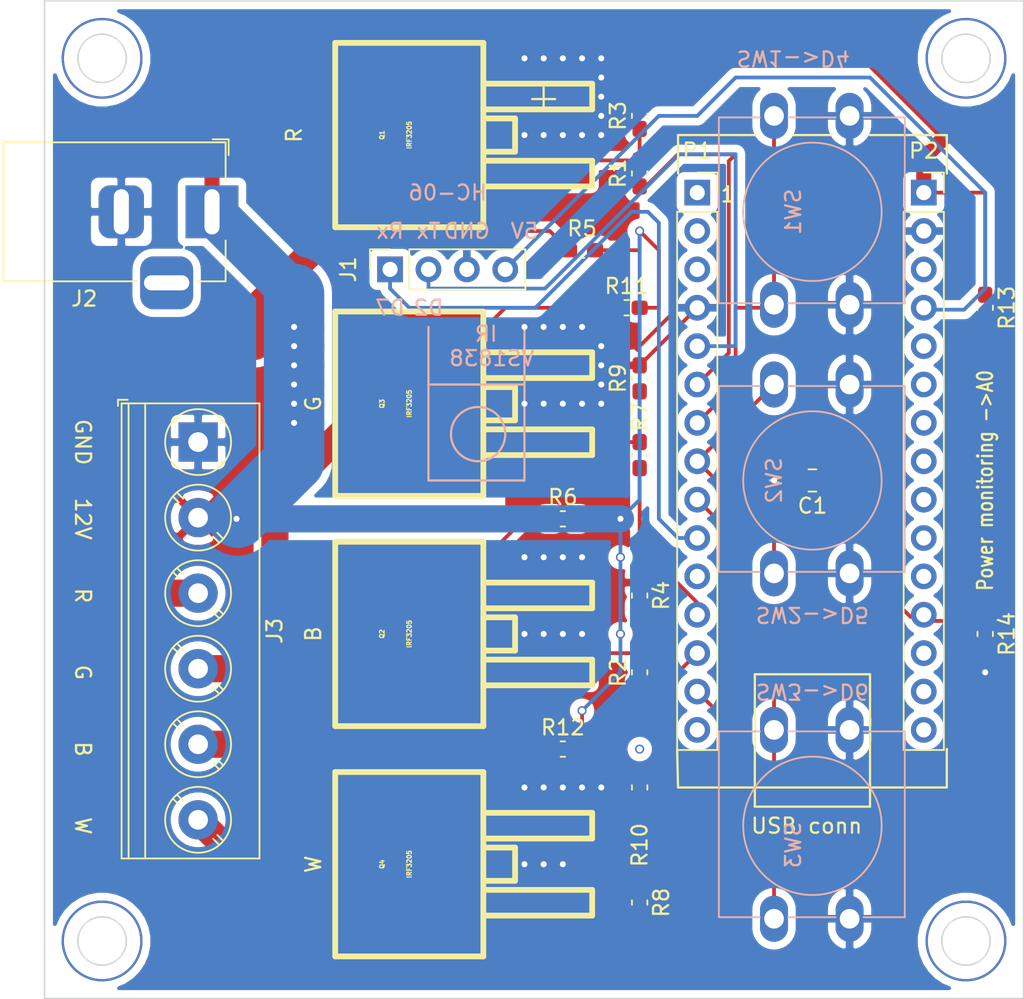
<source format=kicad_pcb>
(kicad_pcb (version 20171130) (host pcbnew 5.1.9-73d0e3b20d~88~ubuntu20.04.1)

  (general
    (thickness 1.6)
    (drawings 65)
    (tracks 215)
    (zones 0)
    (modules 27)
    (nets 38)
  )

  (page A4)
  (title_block
    (date "jeu. 02 avril 2015")
  )

  (layers
    (0 F.Cu signal)
    (31 B.Cu signal)
    (32 B.Adhes user)
    (33 F.Adhes user)
    (34 B.Paste user)
    (35 F.Paste user hide)
    (36 B.SilkS user)
    (37 F.SilkS user)
    (38 B.Mask user)
    (39 F.Mask user hide)
    (40 Dwgs.User user)
    (41 Cmts.User user)
    (42 Eco1.User user)
    (43 Eco2.User user)
    (44 Edge.Cuts user)
    (45 Margin user)
    (46 B.CrtYd user)
    (47 F.CrtYd user)
    (48 B.Fab user)
    (49 F.Fab user)
  )

  (setup
    (last_trace_width 0.25)
    (trace_clearance 0.2)
    (zone_clearance 0.508)
    (zone_45_only no)
    (trace_min 0.2)
    (via_size 0.6)
    (via_drill 0.4)
    (via_min_size 0.4)
    (via_min_drill 0.3)
    (uvia_size 0.3)
    (uvia_drill 0.1)
    (uvias_allowed no)
    (uvia_min_size 0.2)
    (uvia_min_drill 0.1)
    (edge_width 0.1)
    (segment_width 0.15)
    (pcb_text_width 0.3)
    (pcb_text_size 1.5 1.5)
    (mod_edge_width 0.15)
    (mod_text_size 1 1)
    (mod_text_width 0.15)
    (pad_size 1.5 1.5)
    (pad_drill 0.6)
    (pad_to_mask_clearance 0)
    (aux_axis_origin 138.176 110.617)
    (visible_elements FFFFFF7F)
    (pcbplotparams
      (layerselection 0x010f0_ffffffff)
      (usegerberextensions false)
      (usegerberattributes true)
      (usegerberadvancedattributes true)
      (creategerberjobfile true)
      (excludeedgelayer false)
      (linewidth 0.150000)
      (plotframeref false)
      (viasonmask false)
      (mode 1)
      (useauxorigin false)
      (hpglpennumber 1)
      (hpglpenspeed 20)
      (hpglpendiameter 15.000000)
      (psnegative false)
      (psa4output false)
      (plotreference true)
      (plotvalue true)
      (plotinvisibletext false)
      (padsonsilk true)
      (subtractmaskfromsilk false)
      (outputformat 1)
      (mirror false)
      (drillshape 0)
      (scaleselection 1)
      (outputdirectory "plot/"))
  )

  (net 0 "")
  (net 1 GND)
  (net 2 /8)
  (net 3 /A7)
  (net 4 /A6)
  (net 5 /A5)
  (net 6 /A4)
  (net 7 /A3)
  (net 8 /A2)
  (net 9 /A1)
  (net 10 /AREF)
  (net 11 "/13(SCK)")
  (net 12 "/12(MISO)")
  (net 13 12V)
  (net 14 D2)
  (net 15 5V)
  (net 16 R)
  (net 17 G)
  (net 18 B)
  (net 19 W)
  (net 20 D11)
  (net 21 D10)
  (net 22 D9)
  (net 23 D5)
  (net 24 D4)
  (net 25 D3)
  (net 26 "Net-(P2-Pad3)")
  (net 27 "Net-(P2-Pad14)")
  (net 28 "Net-(Q1-Pad1)")
  (net 29 "Net-(Q2-Pad1)")
  (net 30 "Net-(Q3-Pad1)")
  (net 31 "Net-(Q4-Pad1)")
  (net 32 /Reset)
  (net 33 "/0(Rx)")
  (net 34 "/1(Tx)")
  (net 35 D6)
  (net 36 A0)
  (net 37 D7)

  (net_class Default "This is the default net class."
    (clearance 0.2)
    (trace_width 0.25)
    (via_dia 0.6)
    (via_drill 0.4)
    (uvia_dia 0.3)
    (uvia_drill 0.1)
    (add_net "/0(Rx)")
    (add_net "/1(Tx)")
    (add_net "/12(MISO)")
    (add_net "/13(SCK)")
    (add_net /8)
    (add_net /A1)
    (add_net /A2)
    (add_net /A3)
    (add_net /A4)
    (add_net /A5)
    (add_net /A6)
    (add_net /A7)
    (add_net /AREF)
    (add_net /Reset)
    (add_net 12V)
    (add_net 5V)
    (add_net A0)
    (add_net B)
    (add_net D10)
    (add_net D11)
    (add_net D2)
    (add_net D3)
    (add_net D4)
    (add_net D5)
    (add_net D6)
    (add_net D7)
    (add_net D9)
    (add_net G)
    (add_net GND)
    (add_net "Net-(P2-Pad14)")
    (add_net "Net-(P2-Pad3)")
    (add_net "Net-(Q1-Pad1)")
    (add_net "Net-(Q2-Pad1)")
    (add_net "Net-(Q3-Pad1)")
    (add_net "Net-(Q4-Pad1)")
    (add_net R)
    (add_net W)
  )

  (net_class RGBW ""
    (clearance 0.8)
    (trace_width 1.8)
    (via_dia 0.6)
    (via_drill 0.4)
    (uvia_dia 0.3)
    (uvia_drill 0.1)
  )

  (module Connector_PinSocket_2.54mm:PinSocket_1x04_P2.54mm_Vertical (layer F.Cu) (tedit 5A19A429) (tstamp 5FF5D02B)
    (at 119.38 76.2 90)
    (descr "Through hole straight socket strip, 1x04, 2.54mm pitch, single row (from Kicad 4.0.7), script generated")
    (tags "Through hole socket strip THT 1x04 2.54mm single row")
    (path /5FFAD7CC)
    (fp_text reference J1 (at 0 -2.77 90) (layer F.SilkS)
      (effects (font (size 1 1) (thickness 0.15)))
    )
    (fp_text value Conn_01x04_Female (at 0 10.39 90) (layer F.Fab)
      (effects (font (size 1 1) (thickness 0.15)))
    )
    (fp_line (start -1.8 9.4) (end -1.8 -1.8) (layer F.CrtYd) (width 0.05))
    (fp_line (start 1.75 9.4) (end -1.8 9.4) (layer F.CrtYd) (width 0.05))
    (fp_line (start 1.75 -1.8) (end 1.75 9.4) (layer F.CrtYd) (width 0.05))
    (fp_line (start -1.8 -1.8) (end 1.75 -1.8) (layer F.CrtYd) (width 0.05))
    (fp_line (start 0 -1.33) (end 1.33 -1.33) (layer F.SilkS) (width 0.12))
    (fp_line (start 1.33 -1.33) (end 1.33 0) (layer F.SilkS) (width 0.12))
    (fp_line (start 1.33 1.27) (end 1.33 8.95) (layer F.SilkS) (width 0.12))
    (fp_line (start -1.33 8.95) (end 1.33 8.95) (layer F.SilkS) (width 0.12))
    (fp_line (start -1.33 1.27) (end -1.33 8.95) (layer F.SilkS) (width 0.12))
    (fp_line (start -1.33 1.27) (end 1.33 1.27) (layer F.SilkS) (width 0.12))
    (fp_line (start -1.27 8.89) (end -1.27 -1.27) (layer F.Fab) (width 0.1))
    (fp_line (start 1.27 8.89) (end -1.27 8.89) (layer F.Fab) (width 0.1))
    (fp_line (start 1.27 -0.635) (end 1.27 8.89) (layer F.Fab) (width 0.1))
    (fp_line (start 0.635 -1.27) (end 1.27 -0.635) (layer F.Fab) (width 0.1))
    (fp_line (start -1.27 -1.27) (end 0.635 -1.27) (layer F.Fab) (width 0.1))
    (fp_text user %R (at 0 3.81) (layer F.Fab)
      (effects (font (size 1 1) (thickness 0.15)))
    )
    (pad 4 thru_hole oval (at 0 7.62 90) (size 1.7 1.7) (drill 1) (layers *.Cu *.Mask)
      (net 15 5V))
    (pad 3 thru_hole oval (at 0 5.08 90) (size 1.7 1.7) (drill 1) (layers *.Cu *.Mask)
      (net 1 GND))
    (pad 2 thru_hole oval (at 0 2.54 90) (size 1.7 1.7) (drill 1) (layers *.Cu *.Mask)
      (net 14 D2))
    (pad 1 thru_hole rect (at 0 0 90) (size 1.7 1.7) (drill 1) (layers *.Cu *.Mask)
      (net 37 D7))
    (model ${KISYS3DMOD}/Connector_PinSocket_2.54mm.3dshapes/PinSocket_1x04_P2.54mm_Vertical.wrl
      (at (xyz 0 0 0))
      (scale (xyz 1 1 1))
      (rotate (xyz 0 0 0))
    )
    (model ${KIPRJMOD}/3D/HC-06.wrl
      (offset (xyz 1.5 -4 11.5))
      (scale (xyz 0.3937 0.3937 0.3937))
      (rotate (xyz -90 0 180))
    )
  )

  (module kicad-libraries-master:D2PAK_12 (layer F.Cu) (tedit 5FEDE1C6) (tstamp 5FF5D1F9)
    (at 120.65 115.57 90)
    (path /5FF7DB64)
    (fp_text reference Q4 (at 0 -1.80086 90) (layer F.SilkS)
      (effects (font (size 0.29972 0.29972) (thickness 0.0762)))
    )
    (fp_text value IRF3205 (at 0 0 90) (layer F.SilkS)
      (effects (font (size 0.29972 0.29972) (thickness 0.0762)))
    )
    (fp_line (start -1.09982 4.89966) (end -1.09982 7.00024) (layer F.SilkS) (width 0.381))
    (fp_line (start -1.09982 7.00024) (end 1.00076 7.00024) (layer F.SilkS) (width 0.381))
    (fp_line (start 1.00076 7.00024) (end 1.09982 7.00024) (layer F.SilkS) (width 0.381))
    (fp_line (start 1.09982 7.00024) (end 1.09982 4.89966) (layer F.SilkS) (width 0.381))
    (fp_line (start 1.69926 12.10056) (end 1.69926 4.89966) (layer F.SilkS) (width 0.381))
    (fp_line (start 1.69926 12.10056) (end 3.40106 12.10056) (layer F.SilkS) (width 0.381))
    (fp_line (start 3.40106 12.10056) (end 3.40106 4.89966) (layer F.SilkS) (width 0.381))
    (fp_line (start -3.40106 12.10056) (end -3.40106 4.89966) (layer F.SilkS) (width 0.381))
    (fp_line (start -3.40106 12.10056) (end -1.69926 12.10056) (layer F.SilkS) (width 0.381))
    (fp_line (start -1.69926 12.10056) (end -1.69926 4.89966) (layer F.SilkS) (width 0.381))
    (fp_line (start -6.10108 -4.89966) (end 6.10108 -4.89966) (layer F.SilkS) (width 0.381))
    (fp_line (start 6.10108 -4.89966) (end 6.10108 4.89966) (layer F.SilkS) (width 0.381))
    (fp_line (start 6.10108 4.89966) (end -6.10108 4.89966) (layer F.SilkS) (width 0.381))
    (fp_line (start -6.10108 4.89966) (end -6.10108 -4.89966) (layer F.SilkS) (width 0.381))
    (pad 3 smd rect (at 2.54 10.2743 90) (size 1.6002 3.50012) (layers F.Cu F.Paste F.Mask)
      (net 1 GND))
    (pad 1 smd rect (at -2.54 10.2743 90) (size 1.6002 3.50012) (layers F.Cu F.Paste F.Mask)
      (net 31 "Net-(Q4-Pad1)"))
    (pad 2 smd rect (at 0 0 90) (size 12.19962 9.75106) (layers F.Cu F.Paste F.Mask)
      (net 19 W))
    (model ${KIPRJMOD}/3D/D2PAK.wrl
      (offset (xyz -2.5 -9.5 0))
      (scale (xyz 0.3937 0.3937 0.3937))
      (rotate (xyz 0 0 0))
    )
  )

  (module kicad-libraries-master:D2PAK_12 (layer F.Cu) (tedit 5FEDE1C6) (tstamp 5FF5D1DF)
    (at 120.65 85.09 90)
    (path /5FF8324B)
    (fp_text reference Q3 (at 0 -1.80086 90) (layer F.SilkS)
      (effects (font (size 0.29972 0.29972) (thickness 0.0762)))
    )
    (fp_text value IRF3205 (at 0 0 90) (layer F.SilkS)
      (effects (font (size 0.29972 0.29972) (thickness 0.0762)))
    )
    (fp_line (start -1.09982 4.89966) (end -1.09982 7.00024) (layer F.SilkS) (width 0.381))
    (fp_line (start -1.09982 7.00024) (end 1.00076 7.00024) (layer F.SilkS) (width 0.381))
    (fp_line (start 1.00076 7.00024) (end 1.09982 7.00024) (layer F.SilkS) (width 0.381))
    (fp_line (start 1.09982 7.00024) (end 1.09982 4.89966) (layer F.SilkS) (width 0.381))
    (fp_line (start 1.69926 12.10056) (end 1.69926 4.89966) (layer F.SilkS) (width 0.381))
    (fp_line (start 1.69926 12.10056) (end 3.40106 12.10056) (layer F.SilkS) (width 0.381))
    (fp_line (start 3.40106 12.10056) (end 3.40106 4.89966) (layer F.SilkS) (width 0.381))
    (fp_line (start -3.40106 12.10056) (end -3.40106 4.89966) (layer F.SilkS) (width 0.381))
    (fp_line (start -3.40106 12.10056) (end -1.69926 12.10056) (layer F.SilkS) (width 0.381))
    (fp_line (start -1.69926 12.10056) (end -1.69926 4.89966) (layer F.SilkS) (width 0.381))
    (fp_line (start -6.10108 -4.89966) (end 6.10108 -4.89966) (layer F.SilkS) (width 0.381))
    (fp_line (start 6.10108 -4.89966) (end 6.10108 4.89966) (layer F.SilkS) (width 0.381))
    (fp_line (start 6.10108 4.89966) (end -6.10108 4.89966) (layer F.SilkS) (width 0.381))
    (fp_line (start -6.10108 4.89966) (end -6.10108 -4.89966) (layer F.SilkS) (width 0.381))
    (pad 3 smd rect (at 2.54 10.2743 90) (size 1.6002 3.50012) (layers F.Cu F.Paste F.Mask)
      (net 1 GND))
    (pad 1 smd rect (at -2.54 10.2743 90) (size 1.6002 3.50012) (layers F.Cu F.Paste F.Mask)
      (net 30 "Net-(Q3-Pad1)"))
    (pad 2 smd rect (at 0 0 90) (size 12.19962 9.75106) (layers F.Cu F.Paste F.Mask)
      (net 17 G))
    (model ${KIPRJMOD}/3D/D2PAK.wrl
      (offset (xyz -2.5 -10 0))
      (scale (xyz 0.3937 0.3937 0.3937))
      (rotate (xyz 0 0 0))
    )
  )

  (module kicad-libraries-master:D2PAK_12 (layer F.Cu) (tedit 5FEDE1C6) (tstamp 5FF5D1C5)
    (at 120.65 100.33 90)
    (path /5FF631DC)
    (fp_text reference Q2 (at 0 -1.80086 90) (layer F.SilkS)
      (effects (font (size 0.29972 0.29972) (thickness 0.0762)))
    )
    (fp_text value IRF3205 (at 0 0 90) (layer F.SilkS)
      (effects (font (size 0.29972 0.29972) (thickness 0.0762)))
    )
    (fp_line (start -1.09982 4.89966) (end -1.09982 7.00024) (layer F.SilkS) (width 0.381))
    (fp_line (start -1.09982 7.00024) (end 1.00076 7.00024) (layer F.SilkS) (width 0.381))
    (fp_line (start 1.00076 7.00024) (end 1.09982 7.00024) (layer F.SilkS) (width 0.381))
    (fp_line (start 1.09982 7.00024) (end 1.09982 4.89966) (layer F.SilkS) (width 0.381))
    (fp_line (start 1.69926 12.10056) (end 1.69926 4.89966) (layer F.SilkS) (width 0.381))
    (fp_line (start 1.69926 12.10056) (end 3.40106 12.10056) (layer F.SilkS) (width 0.381))
    (fp_line (start 3.40106 12.10056) (end 3.40106 4.89966) (layer F.SilkS) (width 0.381))
    (fp_line (start -3.40106 12.10056) (end -3.40106 4.89966) (layer F.SilkS) (width 0.381))
    (fp_line (start -3.40106 12.10056) (end -1.69926 12.10056) (layer F.SilkS) (width 0.381))
    (fp_line (start -1.69926 12.10056) (end -1.69926 4.89966) (layer F.SilkS) (width 0.381))
    (fp_line (start -6.10108 -4.89966) (end 6.10108 -4.89966) (layer F.SilkS) (width 0.381))
    (fp_line (start 6.10108 -4.89966) (end 6.10108 4.89966) (layer F.SilkS) (width 0.381))
    (fp_line (start 6.10108 4.89966) (end -6.10108 4.89966) (layer F.SilkS) (width 0.381))
    (fp_line (start -6.10108 4.89966) (end -6.10108 -4.89966) (layer F.SilkS) (width 0.381))
    (pad 3 smd rect (at 2.54 10.2743 90) (size 1.6002 3.50012) (layers F.Cu F.Paste F.Mask)
      (net 1 GND))
    (pad 1 smd rect (at -2.54 10.2743 90) (size 1.6002 3.50012) (layers F.Cu F.Paste F.Mask)
      (net 29 "Net-(Q2-Pad1)"))
    (pad 2 smd rect (at 0 0 90) (size 12.19962 9.75106) (layers F.Cu F.Paste F.Mask)
      (net 18 B))
    (model ${KIPRJMOD}/3D/D2PAK.wrl
      (offset (xyz -2.5 -10 0))
      (scale (xyz 0.3937 0.3937 0.3937))
      (rotate (xyz 0 0 0))
    )
  )

  (module kicad-libraries-master:D2PAK_12 (layer F.Cu) (tedit 5FEDE1C6) (tstamp 5FF5D1AB)
    (at 120.65 67.31 90)
    (path /5FF88769)
    (fp_text reference Q1 (at 0 -1.80086 90) (layer F.SilkS)
      (effects (font (size 0.29972 0.29972) (thickness 0.0762)))
    )
    (fp_text value IRF3205 (at 0 0 90) (layer F.SilkS)
      (effects (font (size 0.29972 0.29972) (thickness 0.0762)))
    )
    (fp_line (start -1.09982 4.89966) (end -1.09982 7.00024) (layer F.SilkS) (width 0.381))
    (fp_line (start -1.09982 7.00024) (end 1.00076 7.00024) (layer F.SilkS) (width 0.381))
    (fp_line (start 1.00076 7.00024) (end 1.09982 7.00024) (layer F.SilkS) (width 0.381))
    (fp_line (start 1.09982 7.00024) (end 1.09982 4.89966) (layer F.SilkS) (width 0.381))
    (fp_line (start 1.69926 12.10056) (end 1.69926 4.89966) (layer F.SilkS) (width 0.381))
    (fp_line (start 1.69926 12.10056) (end 3.40106 12.10056) (layer F.SilkS) (width 0.381))
    (fp_line (start 3.40106 12.10056) (end 3.40106 4.89966) (layer F.SilkS) (width 0.381))
    (fp_line (start -3.40106 12.10056) (end -3.40106 4.89966) (layer F.SilkS) (width 0.381))
    (fp_line (start -3.40106 12.10056) (end -1.69926 12.10056) (layer F.SilkS) (width 0.381))
    (fp_line (start -1.69926 12.10056) (end -1.69926 4.89966) (layer F.SilkS) (width 0.381))
    (fp_line (start -6.10108 -4.89966) (end 6.10108 -4.89966) (layer F.SilkS) (width 0.381))
    (fp_line (start 6.10108 -4.89966) (end 6.10108 4.89966) (layer F.SilkS) (width 0.381))
    (fp_line (start 6.10108 4.89966) (end -6.10108 4.89966) (layer F.SilkS) (width 0.381))
    (fp_line (start -6.10108 4.89966) (end -6.10108 -4.89966) (layer F.SilkS) (width 0.381))
    (pad 3 smd rect (at 2.54 10.2743 90) (size 1.6002 3.50012) (layers F.Cu F.Paste F.Mask)
      (net 1 GND))
    (pad 1 smd rect (at -2.54 10.2743 90) (size 1.6002 3.50012) (layers F.Cu F.Paste F.Mask)
      (net 28 "Net-(Q1-Pad1)"))
    (pad 2 smd rect (at 0 0 90) (size 12.19962 9.75106) (layers F.Cu F.Paste F.Mask)
      (net 16 R))
    (model ${KIPRJMOD}/3D/D2PAK.wrl
      (offset (xyz -2.5 -10 0))
      (scale (xyz 0.3937 0.3937 0.3937))
      (rotate (xyz 0 0 0))
    )
  )

  (module Capacitor_SMD:C_0603_1608Metric_Pad1.08x0.95mm_HandSolder (layer F.Cu) (tedit 5F68FEEF) (tstamp 5FF5D37B)
    (at 158.75 100.33 270)
    (descr "Capacitor SMD 0603 (1608 Metric), square (rectangular) end terminal, IPC_7351 nominal with elongated pad for handsoldering. (Body size source: IPC-SM-782 page 76, https://www.pcb-3d.com/wordpress/wp-content/uploads/ipc-sm-782a_amendment_1_and_2.pdf), generated with kicad-footprint-generator")
    (tags "capacitor handsolder")
    (path /5FFBC078)
    (attr smd)
    (fp_text reference R14 (at 0 -1.43 90) (layer F.SilkS)
      (effects (font (size 1 1) (thickness 0.15)))
    )
    (fp_text value 1K (at 0 1.43 90) (layer F.Fab)
      (effects (font (size 1 1) (thickness 0.15)))
    )
    (fp_line (start 1.65 0.73) (end -1.65 0.73) (layer F.CrtYd) (width 0.05))
    (fp_line (start 1.65 -0.73) (end 1.65 0.73) (layer F.CrtYd) (width 0.05))
    (fp_line (start -1.65 -0.73) (end 1.65 -0.73) (layer F.CrtYd) (width 0.05))
    (fp_line (start -1.65 0.73) (end -1.65 -0.73) (layer F.CrtYd) (width 0.05))
    (fp_line (start -0.146267 0.51) (end 0.146267 0.51) (layer F.SilkS) (width 0.12))
    (fp_line (start -0.146267 -0.51) (end 0.146267 -0.51) (layer F.SilkS) (width 0.12))
    (fp_line (start 0.8 0.4) (end -0.8 0.4) (layer F.Fab) (width 0.1))
    (fp_line (start 0.8 -0.4) (end 0.8 0.4) (layer F.Fab) (width 0.1))
    (fp_line (start -0.8 -0.4) (end 0.8 -0.4) (layer F.Fab) (width 0.1))
    (fp_line (start -0.8 0.4) (end -0.8 -0.4) (layer F.Fab) (width 0.1))
    (fp_text user %R (at 0 0 90) (layer F.Fab)
      (effects (font (size 0.4 0.4) (thickness 0.06)))
    )
    (pad 2 smd roundrect (at 0.8625 0 270) (size 1.075 0.95) (layers F.Cu F.Paste F.Mask) (roundrect_rratio 0.25)
      (net 1 GND))
    (pad 1 smd roundrect (at -0.8625 0 270) (size 1.075 0.95) (layers F.Cu F.Paste F.Mask) (roundrect_rratio 0.25)
      (net 36 A0))
    (model ${KISYS3DMOD}/Capacitor_SMD.3dshapes/C_0603_1608Metric.wrl
      (at (xyz 0 0 0))
      (scale (xyz 1 1 1))
      (rotate (xyz 0 0 0))
    )
  )

  (module Capacitor_SMD:C_0603_1608Metric_Pad1.08x0.95mm_HandSolder (layer F.Cu) (tedit 5F68FEEF) (tstamp 5FF5D36A)
    (at 158.75 78.74 270)
    (descr "Capacitor SMD 0603 (1608 Metric), square (rectangular) end terminal, IPC_7351 nominal with elongated pad for handsoldering. (Body size source: IPC-SM-782 page 76, https://www.pcb-3d.com/wordpress/wp-content/uploads/ipc-sm-782a_amendment_1_and_2.pdf), generated with kicad-footprint-generator")
    (tags "capacitor handsolder")
    (path /5FFBB079)
    (attr smd)
    (fp_text reference R13 (at 0 -1.43 90) (layer F.SilkS)
      (effects (font (size 1 1) (thickness 0.15)))
    )
    (fp_text value "15 K" (at 0 1.43 90) (layer F.Fab)
      (effects (font (size 1 1) (thickness 0.15)))
    )
    (fp_line (start 1.65 0.73) (end -1.65 0.73) (layer F.CrtYd) (width 0.05))
    (fp_line (start 1.65 -0.73) (end 1.65 0.73) (layer F.CrtYd) (width 0.05))
    (fp_line (start -1.65 -0.73) (end 1.65 -0.73) (layer F.CrtYd) (width 0.05))
    (fp_line (start -1.65 0.73) (end -1.65 -0.73) (layer F.CrtYd) (width 0.05))
    (fp_line (start -0.146267 0.51) (end 0.146267 0.51) (layer F.SilkS) (width 0.12))
    (fp_line (start -0.146267 -0.51) (end 0.146267 -0.51) (layer F.SilkS) (width 0.12))
    (fp_line (start 0.8 0.4) (end -0.8 0.4) (layer F.Fab) (width 0.1))
    (fp_line (start 0.8 -0.4) (end 0.8 0.4) (layer F.Fab) (width 0.1))
    (fp_line (start -0.8 -0.4) (end 0.8 -0.4) (layer F.Fab) (width 0.1))
    (fp_line (start -0.8 0.4) (end -0.8 -0.4) (layer F.Fab) (width 0.1))
    (fp_text user %R (at 0 0 90) (layer F.Fab)
      (effects (font (size 0.4 0.4) (thickness 0.06)))
    )
    (pad 2 smd roundrect (at 0.8625 0 270) (size 1.075 0.95) (layers F.Cu F.Paste F.Mask) (roundrect_rratio 0.25)
      (net 36 A0))
    (pad 1 smd roundrect (at -0.8625 0 270) (size 1.075 0.95) (layers F.Cu F.Paste F.Mask) (roundrect_rratio 0.25)
      (net 13 12V))
    (model ${KISYS3DMOD}/Capacitor_SMD.3dshapes/C_0603_1608Metric.wrl
      (at (xyz 0 0 0))
      (scale (xyz 1 1 1))
      (rotate (xyz 0 0 0))
    )
  )

  (module Capacitor_SMD:C_0805_2012Metric (layer F.Cu) (tedit 5F68FEEE) (tstamp 5FF5CFE7)
    (at 147.32 90.17 180)
    (descr "Capacitor SMD 0805 (2012 Metric), square (rectangular) end terminal, IPC_7351 nominal, (Body size source: IPC-SM-782 page 76, https://www.pcb-3d.com/wordpress/wp-content/uploads/ipc-sm-782a_amendment_1_and_2.pdf, https://docs.google.com/spreadsheets/d/1BsfQQcO9C6DZCsRaXUlFlo91Tg2WpOkGARC1WS5S8t0/edit?usp=sharing), generated with kicad-footprint-generator")
    (tags capacitor)
    (path /5FFBDDC9)
    (attr smd)
    (fp_text reference C1 (at 0 -1.68) (layer F.SilkS)
      (effects (font (size 1 1) (thickness 0.15)))
    )
    (fp_text value "1 МкФ" (at 0 1.68) (layer F.Fab)
      (effects (font (size 1 1) (thickness 0.15)))
    )
    (fp_line (start 1.7 0.98) (end -1.7 0.98) (layer F.CrtYd) (width 0.05))
    (fp_line (start 1.7 -0.98) (end 1.7 0.98) (layer F.CrtYd) (width 0.05))
    (fp_line (start -1.7 -0.98) (end 1.7 -0.98) (layer F.CrtYd) (width 0.05))
    (fp_line (start -1.7 0.98) (end -1.7 -0.98) (layer F.CrtYd) (width 0.05))
    (fp_line (start -0.261252 0.735) (end 0.261252 0.735) (layer F.SilkS) (width 0.12))
    (fp_line (start -0.261252 -0.735) (end 0.261252 -0.735) (layer F.SilkS) (width 0.12))
    (fp_line (start 1 0.625) (end -1 0.625) (layer F.Fab) (width 0.1))
    (fp_line (start 1 -0.625) (end 1 0.625) (layer F.Fab) (width 0.1))
    (fp_line (start -1 -0.625) (end 1 -0.625) (layer F.Fab) (width 0.1))
    (fp_line (start -1 0.625) (end -1 -0.625) (layer F.Fab) (width 0.1))
    (fp_text user %R (at 0 0) (layer F.Fab)
      (effects (font (size 0.5 0.5) (thickness 0.08)))
    )
    (pad 2 smd roundrect (at 0.95 0 180) (size 1 1.45) (layers F.Cu F.Paste F.Mask) (roundrect_rratio 0.25)
      (net 1 GND))
    (pad 1 smd roundrect (at -0.95 0 180) (size 1 1.45) (layers F.Cu F.Paste F.Mask) (roundrect_rratio 0.25)
      (net 36 A0))
    (model ${KISYS3DMOD}/Capacitor_SMD.3dshapes/C_0805_2012Metric.wrl
      (at (xyz 0 0 0))
      (scale (xyz 1 1 1))
      (rotate (xyz 0 0 0))
    )
  )

  (module Button_Switch_THT:SW_PUSH-12mm (layer B.Cu) (tedit 5D160D14) (tstamp 5FF50FA8)
    (at 144.78 106.68 270)
    (descr "SW PUSH 12mm https://www.e-switch.com/system/asset/product_line/data_sheet/143/TL1100.pdf")
    (tags "tact sw push 12mm")
    (path /5FF84991)
    (fp_text reference SW3 (at 7.62 -1.27 270) (layer B.SilkS)
      (effects (font (size 1 1) (thickness 0.15)) (justify mirror))
    )
    (fp_text value SW_DIP_x01 (at 6.62 -9.93 270) (layer B.Fab)
      (effects (font (size 1 1) (thickness 0.15)) (justify mirror))
    )
    (fp_line (start 12.4 3.65) (end 12.4 0.93) (layer B.SilkS) (width 0.12))
    (fp_line (start 12.4 -5.93) (end 12.4 -8.65) (layer B.SilkS) (width 0.12))
    (fp_line (start 0.1 -4.07) (end 0.1 -0.93) (layer B.SilkS) (width 0.12))
    (fp_line (start 0.1 -8.65) (end 0.1 -5.93) (layer B.SilkS) (width 0.12))
    (fp_line (start 0.25 3.5) (end 0.25 -8.5) (layer B.Fab) (width 0.1))
    (fp_circle (center 6.35 -2.54) (end 10.16 -5.08) (layer B.SilkS) (width 0.12))
    (fp_line (start 14.25 -8.75) (end -1.77 -8.75) (layer B.CrtYd) (width 0.05))
    (fp_line (start 14.25 -8.75) (end 14.25 3.75) (layer B.CrtYd) (width 0.05))
    (fp_line (start -1.77 3.75) (end -1.77 -8.75) (layer B.CrtYd) (width 0.05))
    (fp_line (start -1.77 3.75) (end 14.25 3.75) (layer B.CrtYd) (width 0.05))
    (fp_line (start 0.1 0.93) (end 0.1 3.65) (layer B.SilkS) (width 0.12))
    (fp_line (start 12.4 -8.65) (end 0.1 -8.65) (layer B.SilkS) (width 0.12))
    (fp_line (start 12.4 -0.93) (end 12.4 -4.07) (layer B.SilkS) (width 0.12))
    (fp_line (start 0.1 3.65) (end 12.4 3.65) (layer B.SilkS) (width 0.12))
    (fp_line (start 12.25 3.5) (end 12.25 -8.5) (layer B.Fab) (width 0.1))
    (fp_line (start 0.25 3.5) (end 12.25 3.5) (layer B.Fab) (width 0.1))
    (fp_line (start 0.25 -8.5) (end 12.25 -8.5) (layer B.Fab) (width 0.1))
    (fp_text user %R (at 6.35 -2.54 270) (layer B.Fab)
      (effects (font (size 1 1) (thickness 0.15)) (justify mirror))
    )
    (pad 2 thru_hole oval (at 0 -5 270) (size 3.048 1.85) (drill 1.3) (layers *.Cu *.Mask)
      (net 1 GND))
    (pad 1 thru_hole oval (at 0 0 270) (size 3.048 1.85) (drill 1.3) (layers *.Cu *.Mask)
      (net 35 D6))
    (pad 2 thru_hole oval (at 12.5 -5 270) (size 3.048 1.85) (drill 1.3) (layers *.Cu *.Mask)
      (net 1 GND))
    (pad 1 thru_hole oval (at 12.5 0 270) (size 3.048 1.85) (drill 1.3) (layers *.Cu *.Mask)
      (net 35 D6))
    (model ${KISYS3DMOD}/Button_Switch_THT.3dshapes/SW_PUSH-12mm.wrl
      (at (xyz 0 0 0))
      (scale (xyz 1 1 1))
      (rotate (xyz 0 0 0))
    )
    (model ${KIPRJMOD}/3D/button.wrl
      (offset (xyz 6.5 -2.5 0))
      (scale (xyz 0.3837 0.3837 0.3837))
      (rotate (xyz 0 0 90))
    )
  )

  (module Connector_PinSocket_2.54mm:PinSocket_1x15_P2.54mm_Vertical locked (layer F.Cu) (tedit 5A19A41D) (tstamp 551FC9EE)
    (at 154.686 71.12)
    (descr "Through hole straight socket strip, 1x15, 2.54mm pitch, single row (from Kicad 4.0.7), script generated")
    (tags "Through hole socket strip THT 1x15 2.54mm single row")
    (path /56D740C7)
    (fp_text reference P2 (at 0 -2.77) (layer F.SilkS)
      (effects (font (size 1 1) (thickness 0.15)))
    )
    (fp_text value Analog (at 0 38.33) (layer F.Fab)
      (effects (font (size 1 1) (thickness 0.15)))
    )
    (fp_line (start -1.8 37.3) (end -1.8 -1.8) (layer F.CrtYd) (width 0.05))
    (fp_line (start 1.75 37.3) (end -1.8 37.3) (layer F.CrtYd) (width 0.05))
    (fp_line (start 1.75 -1.8) (end 1.75 37.3) (layer F.CrtYd) (width 0.05))
    (fp_line (start -1.8 -1.8) (end 1.75 -1.8) (layer F.CrtYd) (width 0.05))
    (fp_line (start 0 -1.33) (end 1.33 -1.33) (layer F.SilkS) (width 0.12))
    (fp_line (start 1.33 -1.33) (end 1.33 0) (layer F.SilkS) (width 0.12))
    (fp_line (start 1.33 1.27) (end 1.33 36.89) (layer F.SilkS) (width 0.12))
    (fp_line (start -1.33 36.89) (end 1.33 36.89) (layer F.SilkS) (width 0.12))
    (fp_line (start -1.33 1.27) (end -1.33 36.89) (layer F.SilkS) (width 0.12))
    (fp_line (start -1.33 1.27) (end 1.33 1.27) (layer F.SilkS) (width 0.12))
    (fp_line (start -1.27 36.83) (end -1.27 -1.27) (layer F.Fab) (width 0.1))
    (fp_line (start 1.27 36.83) (end -1.27 36.83) (layer F.Fab) (width 0.1))
    (fp_line (start 1.27 -0.635) (end 1.27 36.83) (layer F.Fab) (width 0.1))
    (fp_line (start 0.635 -1.27) (end 1.27 -0.635) (layer F.Fab) (width 0.1))
    (fp_line (start -1.27 -1.27) (end 0.635 -1.27) (layer F.Fab) (width 0.1))
    (fp_text user %R (at 0 17.78 90) (layer F.Fab)
      (effects (font (size 1 1) (thickness 0.15)))
    )
    (pad 15 thru_hole oval (at 0 35.56) (size 1.7 1.7) (drill 1) (layers *.Cu *.Mask)
      (net 11 "/13(SCK)"))
    (pad 14 thru_hole oval (at 0 33.02) (size 1.7 1.7) (drill 1) (layers *.Cu *.Mask)
      (net 27 "Net-(P2-Pad14)"))
    (pad 13 thru_hole oval (at 0 30.48) (size 1.7 1.7) (drill 1) (layers *.Cu *.Mask)
      (net 10 /AREF))
    (pad 12 thru_hole oval (at 0 27.94) (size 1.7 1.7) (drill 1) (layers *.Cu *.Mask)
      (net 36 A0))
    (pad 11 thru_hole oval (at 0 25.4) (size 1.7 1.7) (drill 1) (layers *.Cu *.Mask)
      (net 9 /A1))
    (pad 10 thru_hole oval (at 0 22.86) (size 1.7 1.7) (drill 1) (layers *.Cu *.Mask)
      (net 8 /A2))
    (pad 9 thru_hole oval (at 0 20.32) (size 1.7 1.7) (drill 1) (layers *.Cu *.Mask)
      (net 7 /A3))
    (pad 8 thru_hole oval (at 0 17.78) (size 1.7 1.7) (drill 1) (layers *.Cu *.Mask)
      (net 6 /A4))
    (pad 7 thru_hole oval (at 0 15.24) (size 1.7 1.7) (drill 1) (layers *.Cu *.Mask)
      (net 5 /A5))
    (pad 6 thru_hole oval (at 0 12.7) (size 1.7 1.7) (drill 1) (layers *.Cu *.Mask)
      (net 4 /A6))
    (pad 5 thru_hole oval (at 0 10.16) (size 1.7 1.7) (drill 1) (layers *.Cu *.Mask)
      (net 3 /A7))
    (pad 4 thru_hole oval (at 0 7.62) (size 1.7 1.7) (drill 1) (layers *.Cu *.Mask)
      (net 15 5V))
    (pad 3 thru_hole oval (at 0 5.08) (size 1.7 1.7) (drill 1) (layers *.Cu *.Mask)
      (net 26 "Net-(P2-Pad3)"))
    (pad 2 thru_hole oval (at 0 2.54) (size 1.7 1.7) (drill 1) (layers *.Cu *.Mask)
      (net 1 GND))
    (pad 1 thru_hole rect (at 0 0) (size 1.7 1.7) (drill 1) (layers *.Cu *.Mask)
      (net 13 12V))
    (model ${KISYS3DMOD}/Connector_PinSocket_2.54mm.3dshapes/PinSocket_1x15_P2.54mm_Vertical.wrl
      (at (xyz 0 0 0))
      (scale (xyz 1 1 1))
      (rotate (xyz 0 0 0))
    )
  )

  (module Button_Switch_THT:SW_PUSH-12mm (layer B.Cu) (tedit 5D160D14) (tstamp 5FF4E2A3)
    (at 144.78 83.82 270)
    (descr "SW PUSH 12mm https://www.e-switch.com/system/asset/product_line/data_sheet/143/TL1100.pdf")
    (tags "tact sw push 12mm")
    (path /5FFCB931)
    (fp_text reference SW2 (at 6.35 0 270) (layer B.SilkS)
      (effects (font (size 1 1) (thickness 0.15)) (justify mirror))
    )
    (fp_text value SW_DIP_x01 (at 6.62 -9.93 270) (layer B.Fab)
      (effects (font (size 1 1) (thickness 0.15)) (justify mirror))
    )
    (fp_line (start 0.25 -8.5) (end 12.25 -8.5) (layer B.Fab) (width 0.1))
    (fp_line (start 0.25 3.5) (end 12.25 3.5) (layer B.Fab) (width 0.1))
    (fp_line (start 12.25 3.5) (end 12.25 -8.5) (layer B.Fab) (width 0.1))
    (fp_line (start 0.1 3.65) (end 12.4 3.65) (layer B.SilkS) (width 0.12))
    (fp_line (start 12.4 -0.93) (end 12.4 -4.07) (layer B.SilkS) (width 0.12))
    (fp_line (start 12.4 -8.65) (end 0.1 -8.65) (layer B.SilkS) (width 0.12))
    (fp_line (start 0.1 0.93) (end 0.1 3.65) (layer B.SilkS) (width 0.12))
    (fp_line (start -1.77 3.75) (end 14.25 3.75) (layer B.CrtYd) (width 0.05))
    (fp_line (start -1.77 3.75) (end -1.77 -8.75) (layer B.CrtYd) (width 0.05))
    (fp_line (start 14.25 -8.75) (end 14.25 3.75) (layer B.CrtYd) (width 0.05))
    (fp_line (start 14.25 -8.75) (end -1.77 -8.75) (layer B.CrtYd) (width 0.05))
    (fp_circle (center 6.35 -2.54) (end 10.16 -5.08) (layer B.SilkS) (width 0.12))
    (fp_line (start 0.25 3.5) (end 0.25 -8.5) (layer B.Fab) (width 0.1))
    (fp_line (start 0.1 -8.65) (end 0.1 -5.93) (layer B.SilkS) (width 0.12))
    (fp_line (start 0.1 -4.07) (end 0.1 -0.93) (layer B.SilkS) (width 0.12))
    (fp_line (start 12.4 -5.93) (end 12.4 -8.65) (layer B.SilkS) (width 0.12))
    (fp_line (start 12.4 3.65) (end 12.4 0.93) (layer B.SilkS) (width 0.12))
    (fp_text user %R (at 6.35 -2.54 270) (layer B.Fab)
      (effects (font (size 1 1) (thickness 0.15)) (justify mirror))
    )
    (pad 2 thru_hole oval (at 0 -5 270) (size 3.048 1.85) (drill 1.3) (layers *.Cu *.Mask)
      (net 1 GND))
    (pad 1 thru_hole oval (at 0 0 270) (size 3.048 1.85) (drill 1.3) (layers *.Cu *.Mask)
      (net 23 D5))
    (pad 2 thru_hole oval (at 12.5 -5 270) (size 3.048 1.85) (drill 1.3) (layers *.Cu *.Mask)
      (net 1 GND))
    (pad 1 thru_hole oval (at 12.5 0 270) (size 3.048 1.85) (drill 1.3) (layers *.Cu *.Mask)
      (net 23 D5))
    (model ${KISYS3DMOD}/Button_Switch_THT.3dshapes/SW_PUSH-12mm.wrl
      (at (xyz 0 0 0))
      (scale (xyz 1 1 1))
      (rotate (xyz 0 0 0))
    )
    (model ${KIPRJMOD}/3D/button.wrl
      (offset (xyz 6 -2.5 0))
      (scale (xyz 0.3837 0.3837 0.3837))
      (rotate (xyz 0 0 90))
    )
  )

  (module Button_Switch_THT:SW_PUSH-12mm (layer B.Cu) (tedit 5D160D14) (tstamp 5FF4E289)
    (at 144.78 66.04 270)
    (descr "SW PUSH 12mm https://www.e-switch.com/system/asset/product_line/data_sheet/143/TL1100.pdf")
    (tags "tact sw push 12mm")
    (path /5FFCB050)
    (fp_text reference SW1 (at 6.35 -1.27 270) (layer B.SilkS)
      (effects (font (size 1 1) (thickness 0.15)) (justify mirror))
    )
    (fp_text value SW_DIP_x01 (at 6.62 -9.93 270) (layer B.Fab)
      (effects (font (size 1 1) (thickness 0.15)) (justify mirror))
    )
    (fp_line (start 0.25 -8.5) (end 12.25 -8.5) (layer B.Fab) (width 0.1))
    (fp_line (start 0.25 3.5) (end 12.25 3.5) (layer B.Fab) (width 0.1))
    (fp_line (start 12.25 3.5) (end 12.25 -8.5) (layer B.Fab) (width 0.1))
    (fp_line (start 0.1 3.65) (end 12.4 3.65) (layer B.SilkS) (width 0.12))
    (fp_line (start 12.4 -0.93) (end 12.4 -4.07) (layer B.SilkS) (width 0.12))
    (fp_line (start 12.4 -8.65) (end 0.1 -8.65) (layer B.SilkS) (width 0.12))
    (fp_line (start 0.1 0.93) (end 0.1 3.65) (layer B.SilkS) (width 0.12))
    (fp_line (start -1.77 3.75) (end 14.25 3.75) (layer B.CrtYd) (width 0.05))
    (fp_line (start -1.77 3.75) (end -1.77 -8.75) (layer B.CrtYd) (width 0.05))
    (fp_line (start 14.25 -8.75) (end 14.25 3.75) (layer B.CrtYd) (width 0.05))
    (fp_line (start 14.25 -8.75) (end -1.77 -8.75) (layer B.CrtYd) (width 0.05))
    (fp_circle (center 6.35 -2.54) (end 10.16 -5.08) (layer B.SilkS) (width 0.12))
    (fp_line (start 0.25 3.5) (end 0.25 -8.5) (layer B.Fab) (width 0.1))
    (fp_line (start 0.1 -8.65) (end 0.1 -5.93) (layer B.SilkS) (width 0.12))
    (fp_line (start 0.1 -4.07) (end 0.1 -0.93) (layer B.SilkS) (width 0.12))
    (fp_line (start 12.4 -5.93) (end 12.4 -8.65) (layer B.SilkS) (width 0.12))
    (fp_line (start 12.4 3.65) (end 12.4 0.93) (layer B.SilkS) (width 0.12))
    (fp_text user %R (at 6.35 -2.54 270) (layer B.Fab)
      (effects (font (size 1 1) (thickness 0.15)) (justify mirror))
    )
    (pad 2 thru_hole oval (at 0 -5 270) (size 3.048 1.85) (drill 1.3) (layers *.Cu *.Mask)
      (net 1 GND))
    (pad 1 thru_hole oval (at 0 0 270) (size 3.048 1.85) (drill 1.3) (layers *.Cu *.Mask)
      (net 24 D4))
    (pad 2 thru_hole oval (at 12.5 -5 270) (size 3.048 1.85) (drill 1.3) (layers *.Cu *.Mask)
      (net 1 GND))
    (pad 1 thru_hole oval (at 12.5 0 270) (size 3.048 1.85) (drill 1.3) (layers *.Cu *.Mask)
      (net 24 D4))
    (model ${KISYS3DMOD}/Button_Switch_THT.3dshapes/SW_PUSH-12mm.wrl
      (at (xyz 0 0 0))
      (scale (xyz 1 1 1))
      (rotate (xyz 0 0 0))
    )
    (model ${KIPRJMOD}/3D/button.wrl
      (offset (xyz 6 -2.5 0))
      (scale (xyz 0.3837 0.3837 0.3837))
      (rotate (xyz 0 0 90))
    )
  )

  (module Capacitor_SMD:C_0603_1608Metric_Pad1.08x0.95mm_HandSolder (layer F.Cu) (tedit 5F68FEEF) (tstamp 5FF4E26F)
    (at 130.81 107.95)
    (descr "Capacitor SMD 0603 (1608 Metric), square (rectangular) end terminal, IPC_7351 nominal with elongated pad for handsoldering. (Body size source: IPC-SM-782 page 76, https://www.pcb-3d.com/wordpress/wp-content/uploads/ipc-sm-782a_amendment_1_and_2.pdf), generated with kicad-footprint-generator")
    (tags "capacitor handsolder")
    (path /5FF40527)
    (attr smd)
    (fp_text reference R12 (at 0 -1.43) (layer F.SilkS)
      (effects (font (size 1 1) (thickness 0.15)))
    )
    (fp_text value "10 K" (at 0 1.43) (layer F.Fab)
      (effects (font (size 1 1) (thickness 0.15)))
    )
    (fp_line (start -0.8 0.4) (end -0.8 -0.4) (layer F.Fab) (width 0.1))
    (fp_line (start -0.8 -0.4) (end 0.8 -0.4) (layer F.Fab) (width 0.1))
    (fp_line (start 0.8 -0.4) (end 0.8 0.4) (layer F.Fab) (width 0.1))
    (fp_line (start 0.8 0.4) (end -0.8 0.4) (layer F.Fab) (width 0.1))
    (fp_line (start -0.146267 -0.51) (end 0.146267 -0.51) (layer F.SilkS) (width 0.12))
    (fp_line (start -0.146267 0.51) (end 0.146267 0.51) (layer F.SilkS) (width 0.12))
    (fp_line (start -1.65 0.73) (end -1.65 -0.73) (layer F.CrtYd) (width 0.05))
    (fp_line (start -1.65 -0.73) (end 1.65 -0.73) (layer F.CrtYd) (width 0.05))
    (fp_line (start 1.65 -0.73) (end 1.65 0.73) (layer F.CrtYd) (width 0.05))
    (fp_line (start 1.65 0.73) (end -1.65 0.73) (layer F.CrtYd) (width 0.05))
    (fp_text user %R (at 0 0) (layer F.Fab)
      (effects (font (size 0.4 0.4) (thickness 0.06)))
    )
    (pad 2 smd roundrect (at 0.8625 0) (size 1.075 0.95) (layers F.Cu F.Paste F.Mask) (roundrect_rratio 0.25)
      (net 13 12V))
    (pad 1 smd roundrect (at -0.8625 0) (size 1.075 0.95) (layers F.Cu F.Paste F.Mask) (roundrect_rratio 0.25)
      (net 19 W))
    (model ${KISYS3DMOD}/Capacitor_SMD.3dshapes/C_0603_1608Metric.wrl
      (at (xyz 0 0 0))
      (scale (xyz 1 1 1))
      (rotate (xyz 0 0 0))
    )
  )

  (module Capacitor_SMD:C_0603_1608Metric_Pad1.08x0.95mm_HandSolder (layer F.Cu) (tedit 5F68FEEF) (tstamp 5FF4E25E)
    (at 135.0275 78.74)
    (descr "Capacitor SMD 0603 (1608 Metric), square (rectangular) end terminal, IPC_7351 nominal with elongated pad for handsoldering. (Body size source: IPC-SM-782 page 76, https://www.pcb-3d.com/wordpress/wp-content/uploads/ipc-sm-782a_amendment_1_and_2.pdf), generated with kicad-footprint-generator")
    (tags "capacitor handsolder")
    (path /5FF6504B)
    (attr smd)
    (fp_text reference R11 (at 0 -1.43) (layer F.SilkS)
      (effects (font (size 1 1) (thickness 0.15)))
    )
    (fp_text value "10 K" (at 0 1.43) (layer F.Fab)
      (effects (font (size 1 1) (thickness 0.15)))
    )
    (fp_line (start -0.8 0.4) (end -0.8 -0.4) (layer F.Fab) (width 0.1))
    (fp_line (start -0.8 -0.4) (end 0.8 -0.4) (layer F.Fab) (width 0.1))
    (fp_line (start 0.8 -0.4) (end 0.8 0.4) (layer F.Fab) (width 0.1))
    (fp_line (start 0.8 0.4) (end -0.8 0.4) (layer F.Fab) (width 0.1))
    (fp_line (start -0.146267 -0.51) (end 0.146267 -0.51) (layer F.SilkS) (width 0.12))
    (fp_line (start -0.146267 0.51) (end 0.146267 0.51) (layer F.SilkS) (width 0.12))
    (fp_line (start -1.65 0.73) (end -1.65 -0.73) (layer F.CrtYd) (width 0.05))
    (fp_line (start -1.65 -0.73) (end 1.65 -0.73) (layer F.CrtYd) (width 0.05))
    (fp_line (start 1.65 -0.73) (end 1.65 0.73) (layer F.CrtYd) (width 0.05))
    (fp_line (start 1.65 0.73) (end -1.65 0.73) (layer F.CrtYd) (width 0.05))
    (fp_text user %R (at 0 0) (layer F.Fab)
      (effects (font (size 0.4 0.4) (thickness 0.06)))
    )
    (pad 2 smd roundrect (at 0.8625 0) (size 1.075 0.95) (layers F.Cu F.Paste F.Mask) (roundrect_rratio 0.25)
      (net 13 12V))
    (pad 1 smd roundrect (at -0.8625 0) (size 1.075 0.95) (layers F.Cu F.Paste F.Mask) (roundrect_rratio 0.25)
      (net 17 G))
    (model ${KISYS3DMOD}/Capacitor_SMD.3dshapes/C_0603_1608Metric.wrl
      (at (xyz 0 0 0))
      (scale (xyz 1 1 1))
      (rotate (xyz 0 0 0))
    )
  )

  (module Capacitor_SMD:C_0603_1608Metric_Pad1.08x0.95mm_HandSolder (layer F.Cu) (tedit 5F68FEEF) (tstamp 5FF4E24D)
    (at 135.89 110.49 270)
    (descr "Capacitor SMD 0603 (1608 Metric), square (rectangular) end terminal, IPC_7351 nominal with elongated pad for handsoldering. (Body size source: IPC-SM-782 page 76, https://www.pcb-3d.com/wordpress/wp-content/uploads/ipc-sm-782a_amendment_1_and_2.pdf), generated with kicad-footprint-generator")
    (tags "capacitor handsolder")
    (path /5FF3B18F)
    (attr smd)
    (fp_text reference R10 (at 3.81 0 90) (layer F.SilkS)
      (effects (font (size 1 1) (thickness 0.15)))
    )
    (fp_text value "10 K" (at 0 1.43 90) (layer F.Fab)
      (effects (font (size 1 1) (thickness 0.15)))
    )
    (fp_line (start -0.8 0.4) (end -0.8 -0.4) (layer F.Fab) (width 0.1))
    (fp_line (start -0.8 -0.4) (end 0.8 -0.4) (layer F.Fab) (width 0.1))
    (fp_line (start 0.8 -0.4) (end 0.8 0.4) (layer F.Fab) (width 0.1))
    (fp_line (start 0.8 0.4) (end -0.8 0.4) (layer F.Fab) (width 0.1))
    (fp_line (start -0.146267 -0.51) (end 0.146267 -0.51) (layer F.SilkS) (width 0.12))
    (fp_line (start -0.146267 0.51) (end 0.146267 0.51) (layer F.SilkS) (width 0.12))
    (fp_line (start -1.65 0.73) (end -1.65 -0.73) (layer F.CrtYd) (width 0.05))
    (fp_line (start -1.65 -0.73) (end 1.65 -0.73) (layer F.CrtYd) (width 0.05))
    (fp_line (start 1.65 -0.73) (end 1.65 0.73) (layer F.CrtYd) (width 0.05))
    (fp_line (start 1.65 0.73) (end -1.65 0.73) (layer F.CrtYd) (width 0.05))
    (fp_text user %R (at 0 0 90) (layer F.Fab)
      (effects (font (size 0.4 0.4) (thickness 0.06)))
    )
    (pad 2 smd roundrect (at 0.8625 0 270) (size 1.075 0.95) (layers F.Cu F.Paste F.Mask) (roundrect_rratio 0.25)
      (net 31 "Net-(Q4-Pad1)"))
    (pad 1 smd roundrect (at -0.8625 0 270) (size 1.075 0.95) (layers F.Cu F.Paste F.Mask) (roundrect_rratio 0.25)
      (net 1 GND))
    (model ${KISYS3DMOD}/Capacitor_SMD.3dshapes/C_0603_1608Metric.wrl
      (at (xyz 0 0 0))
      (scale (xyz 1 1 1))
      (rotate (xyz 0 0 0))
    )
  )

  (module Capacitor_SMD:C_0603_1608Metric_Pad1.08x0.95mm_HandSolder (layer F.Cu) (tedit 5F68FEEF) (tstamp 5FF4E23C)
    (at 135.89 83.4125 90)
    (descr "Capacitor SMD 0603 (1608 Metric), square (rectangular) end terminal, IPC_7351 nominal with elongated pad for handsoldering. (Body size source: IPC-SM-782 page 76, https://www.pcb-3d.com/wordpress/wp-content/uploads/ipc-sm-782a_amendment_1_and_2.pdf), generated with kicad-footprint-generator")
    (tags "capacitor handsolder")
    (path /5FF6503F)
    (attr smd)
    (fp_text reference R9 (at 0 -1.43 90) (layer F.SilkS)
      (effects (font (size 1 1) (thickness 0.15)))
    )
    (fp_text value "10 K" (at 0 1.43 90) (layer F.Fab)
      (effects (font (size 1 1) (thickness 0.15)))
    )
    (fp_line (start -0.8 0.4) (end -0.8 -0.4) (layer F.Fab) (width 0.1))
    (fp_line (start -0.8 -0.4) (end 0.8 -0.4) (layer F.Fab) (width 0.1))
    (fp_line (start 0.8 -0.4) (end 0.8 0.4) (layer F.Fab) (width 0.1))
    (fp_line (start 0.8 0.4) (end -0.8 0.4) (layer F.Fab) (width 0.1))
    (fp_line (start -0.146267 -0.51) (end 0.146267 -0.51) (layer F.SilkS) (width 0.12))
    (fp_line (start -0.146267 0.51) (end 0.146267 0.51) (layer F.SilkS) (width 0.12))
    (fp_line (start -1.65 0.73) (end -1.65 -0.73) (layer F.CrtYd) (width 0.05))
    (fp_line (start -1.65 -0.73) (end 1.65 -0.73) (layer F.CrtYd) (width 0.05))
    (fp_line (start 1.65 -0.73) (end 1.65 0.73) (layer F.CrtYd) (width 0.05))
    (fp_line (start 1.65 0.73) (end -1.65 0.73) (layer F.CrtYd) (width 0.05))
    (fp_text user %R (at 0 0 90) (layer F.Fab)
      (effects (font (size 0.4 0.4) (thickness 0.06)))
    )
    (pad 2 smd roundrect (at 0.8625 0 90) (size 1.075 0.95) (layers F.Cu F.Paste F.Mask) (roundrect_rratio 0.25)
      (net 1 GND))
    (pad 1 smd roundrect (at -0.8625 0 90) (size 1.075 0.95) (layers F.Cu F.Paste F.Mask) (roundrect_rratio 0.25)
      (net 30 "Net-(Q3-Pad1)"))
    (model ${KISYS3DMOD}/Capacitor_SMD.3dshapes/C_0603_1608Metric.wrl
      (at (xyz 0 0 0))
      (scale (xyz 1 1 1))
      (rotate (xyz 0 0 0))
    )
  )

  (module Capacitor_SMD:C_0603_1608Metric_Pad1.08x0.95mm_HandSolder (layer F.Cu) (tedit 5F68FEEF) (tstamp 5FF4E22B)
    (at 135.89 118.11 270)
    (descr "Capacitor SMD 0603 (1608 Metric), square (rectangular) end terminal, IPC_7351 nominal with elongated pad for handsoldering. (Body size source: IPC-SM-782 page 76, https://www.pcb-3d.com/wordpress/wp-content/uploads/ipc-sm-782a_amendment_1_and_2.pdf), generated with kicad-footprint-generator")
    (tags "capacitor handsolder")
    (path /5FF3BC14)
    (attr smd)
    (fp_text reference R8 (at 0 -1.43 90) (layer F.SilkS)
      (effects (font (size 1 1) (thickness 0.15)))
    )
    (fp_text value "1 K" (at 0 1.43 90) (layer F.Fab)
      (effects (font (size 1 1) (thickness 0.15)))
    )
    (fp_line (start -0.8 0.4) (end -0.8 -0.4) (layer F.Fab) (width 0.1))
    (fp_line (start -0.8 -0.4) (end 0.8 -0.4) (layer F.Fab) (width 0.1))
    (fp_line (start 0.8 -0.4) (end 0.8 0.4) (layer F.Fab) (width 0.1))
    (fp_line (start 0.8 0.4) (end -0.8 0.4) (layer F.Fab) (width 0.1))
    (fp_line (start -0.146267 -0.51) (end 0.146267 -0.51) (layer F.SilkS) (width 0.12))
    (fp_line (start -0.146267 0.51) (end 0.146267 0.51) (layer F.SilkS) (width 0.12))
    (fp_line (start -1.65 0.73) (end -1.65 -0.73) (layer F.CrtYd) (width 0.05))
    (fp_line (start -1.65 -0.73) (end 1.65 -0.73) (layer F.CrtYd) (width 0.05))
    (fp_line (start 1.65 -0.73) (end 1.65 0.73) (layer F.CrtYd) (width 0.05))
    (fp_line (start 1.65 0.73) (end -1.65 0.73) (layer F.CrtYd) (width 0.05))
    (fp_text user %R (at 0 0 90) (layer F.Fab)
      (effects (font (size 0.4 0.4) (thickness 0.06)))
    )
    (pad 2 smd roundrect (at 0.8625 0 270) (size 1.075 0.95) (layers F.Cu F.Paste F.Mask) (roundrect_rratio 0.25)
      (net 31 "Net-(Q4-Pad1)"))
    (pad 1 smd roundrect (at -0.8625 0 270) (size 1.075 0.95) (layers F.Cu F.Paste F.Mask) (roundrect_rratio 0.25)
      (net 20 D11))
    (model ${KISYS3DMOD}/Capacitor_SMD.3dshapes/C_0603_1608Metric.wrl
      (at (xyz 0 0 0))
      (scale (xyz 1 1 1))
      (rotate (xyz 0 0 0))
    )
  )

  (module Capacitor_SMD:C_0603_1608Metric_Pad1.08x0.95mm_HandSolder (layer F.Cu) (tedit 5F68FEEF) (tstamp 5FF4E21A)
    (at 135.89 88.4925 270)
    (descr "Capacitor SMD 0603 (1608 Metric), square (rectangular) end terminal, IPC_7351 nominal with elongated pad for handsoldering. (Body size source: IPC-SM-782 page 76, https://www.pcb-3d.com/wordpress/wp-content/uploads/ipc-sm-782a_amendment_1_and_2.pdf), generated with kicad-footprint-generator")
    (tags "capacitor handsolder")
    (path /5FF65045)
    (attr smd)
    (fp_text reference R7 (at -2.54 0 90) (layer F.SilkS)
      (effects (font (size 1 1) (thickness 0.15)))
    )
    (fp_text value "1 K" (at 0 1.43 90) (layer F.Fab)
      (effects (font (size 1 1) (thickness 0.15)))
    )
    (fp_line (start -0.8 0.4) (end -0.8 -0.4) (layer F.Fab) (width 0.1))
    (fp_line (start -0.8 -0.4) (end 0.8 -0.4) (layer F.Fab) (width 0.1))
    (fp_line (start 0.8 -0.4) (end 0.8 0.4) (layer F.Fab) (width 0.1))
    (fp_line (start 0.8 0.4) (end -0.8 0.4) (layer F.Fab) (width 0.1))
    (fp_line (start -0.146267 -0.51) (end 0.146267 -0.51) (layer F.SilkS) (width 0.12))
    (fp_line (start -0.146267 0.51) (end 0.146267 0.51) (layer F.SilkS) (width 0.12))
    (fp_line (start -1.65 0.73) (end -1.65 -0.73) (layer F.CrtYd) (width 0.05))
    (fp_line (start -1.65 -0.73) (end 1.65 -0.73) (layer F.CrtYd) (width 0.05))
    (fp_line (start 1.65 -0.73) (end 1.65 0.73) (layer F.CrtYd) (width 0.05))
    (fp_line (start 1.65 0.73) (end -1.65 0.73) (layer F.CrtYd) (width 0.05))
    (fp_text user %R (at 0 0 90) (layer F.Fab)
      (effects (font (size 0.4 0.4) (thickness 0.06)))
    )
    (pad 2 smd roundrect (at 0.8625 0 270) (size 1.075 0.95) (layers F.Cu F.Paste F.Mask) (roundrect_rratio 0.25)
      (net 22 D9))
    (pad 1 smd roundrect (at -0.8625 0 270) (size 1.075 0.95) (layers F.Cu F.Paste F.Mask) (roundrect_rratio 0.25)
      (net 30 "Net-(Q3-Pad1)"))
    (model ${KISYS3DMOD}/Capacitor_SMD.3dshapes/C_0603_1608Metric.wrl
      (at (xyz 0 0 0))
      (scale (xyz 1 1 1))
      (rotate (xyz 0 0 0))
    )
  )

  (module Capacitor_SMD:C_0603_1608Metric_Pad1.08x0.95mm_HandSolder (layer F.Cu) (tedit 5F68FEEF) (tstamp 5FF4E209)
    (at 130.81 92.71)
    (descr "Capacitor SMD 0603 (1608 Metric), square (rectangular) end terminal, IPC_7351 nominal with elongated pad for handsoldering. (Body size source: IPC-SM-782 page 76, https://www.pcb-3d.com/wordpress/wp-content/uploads/ipc-sm-782a_amendment_1_and_2.pdf), generated with kicad-footprint-generator")
    (tags "capacitor handsolder")
    (path /5FF5C7F1)
    (attr smd)
    (fp_text reference R6 (at 0 -1.43) (layer F.SilkS)
      (effects (font (size 1 1) (thickness 0.15)))
    )
    (fp_text value "10 K" (at 0 1.43) (layer F.Fab)
      (effects (font (size 1 1) (thickness 0.15)))
    )
    (fp_line (start -0.8 0.4) (end -0.8 -0.4) (layer F.Fab) (width 0.1))
    (fp_line (start -0.8 -0.4) (end 0.8 -0.4) (layer F.Fab) (width 0.1))
    (fp_line (start 0.8 -0.4) (end 0.8 0.4) (layer F.Fab) (width 0.1))
    (fp_line (start 0.8 0.4) (end -0.8 0.4) (layer F.Fab) (width 0.1))
    (fp_line (start -0.146267 -0.51) (end 0.146267 -0.51) (layer F.SilkS) (width 0.12))
    (fp_line (start -0.146267 0.51) (end 0.146267 0.51) (layer F.SilkS) (width 0.12))
    (fp_line (start -1.65 0.73) (end -1.65 -0.73) (layer F.CrtYd) (width 0.05))
    (fp_line (start -1.65 -0.73) (end 1.65 -0.73) (layer F.CrtYd) (width 0.05))
    (fp_line (start 1.65 -0.73) (end 1.65 0.73) (layer F.CrtYd) (width 0.05))
    (fp_line (start 1.65 0.73) (end -1.65 0.73) (layer F.CrtYd) (width 0.05))
    (fp_text user %R (at 0 0) (layer F.Fab)
      (effects (font (size 0.4 0.4) (thickness 0.06)))
    )
    (pad 2 smd roundrect (at 0.8625 0) (size 1.075 0.95) (layers F.Cu F.Paste F.Mask) (roundrect_rratio 0.25)
      (net 13 12V))
    (pad 1 smd roundrect (at -0.8625 0) (size 1.075 0.95) (layers F.Cu F.Paste F.Mask) (roundrect_rratio 0.25)
      (net 18 B))
    (model ${KISYS3DMOD}/Capacitor_SMD.3dshapes/C_0603_1608Metric.wrl
      (at (xyz 0 0 0))
      (scale (xyz 1 1 1))
      (rotate (xyz 0 0 0))
    )
  )

  (module Capacitor_SMD:C_0603_1608Metric_Pad1.08x0.95mm_HandSolder (layer F.Cu) (tedit 5F68FEEF) (tstamp 5FF4E1F8)
    (at 132.08 74.93)
    (descr "Capacitor SMD 0603 (1608 Metric), square (rectangular) end terminal, IPC_7351 nominal with elongated pad for handsoldering. (Body size source: IPC-SM-782 page 76, https://www.pcb-3d.com/wordpress/wp-content/uploads/ipc-sm-782a_amendment_1_and_2.pdf), generated with kicad-footprint-generator")
    (tags "capacitor handsolder")
    (path /5FF5FB72)
    (attr smd)
    (fp_text reference R5 (at 0 -1.43) (layer F.SilkS)
      (effects (font (size 1 1) (thickness 0.15)))
    )
    (fp_text value "10 K" (at -1.27 -1.27) (layer F.Fab)
      (effects (font (size 1 1) (thickness 0.15)))
    )
    (fp_line (start -0.8 0.4) (end -0.8 -0.4) (layer F.Fab) (width 0.1))
    (fp_line (start -0.8 -0.4) (end 0.8 -0.4) (layer F.Fab) (width 0.1))
    (fp_line (start 0.8 -0.4) (end 0.8 0.4) (layer F.Fab) (width 0.1))
    (fp_line (start 0.8 0.4) (end -0.8 0.4) (layer F.Fab) (width 0.1))
    (fp_line (start -0.146267 -0.51) (end 0.146267 -0.51) (layer F.SilkS) (width 0.12))
    (fp_line (start -0.146267 0.51) (end 0.146267 0.51) (layer F.SilkS) (width 0.12))
    (fp_line (start -1.65 0.73) (end -1.65 -0.73) (layer F.CrtYd) (width 0.05))
    (fp_line (start -1.65 -0.73) (end 1.65 -0.73) (layer F.CrtYd) (width 0.05))
    (fp_line (start 1.65 -0.73) (end 1.65 0.73) (layer F.CrtYd) (width 0.05))
    (fp_line (start 1.65 0.73) (end -1.65 0.73) (layer F.CrtYd) (width 0.05))
    (fp_text user %R (at 0 0) (layer F.Fab)
      (effects (font (size 0.4 0.4) (thickness 0.06)))
    )
    (pad 2 smd roundrect (at 0.8625 0) (size 1.075 0.95) (layers F.Cu F.Paste F.Mask) (roundrect_rratio 0.25)
      (net 13 12V))
    (pad 1 smd roundrect (at -0.8625 0) (size 1.075 0.95) (layers F.Cu F.Paste F.Mask) (roundrect_rratio 0.25)
      (net 16 R))
    (model ${KISYS3DMOD}/Capacitor_SMD.3dshapes/C_0603_1608Metric.wrl
      (at (xyz 0 0 0))
      (scale (xyz 1 1 1))
      (rotate (xyz 0 0 0))
    )
  )

  (module Capacitor_SMD:C_0603_1608Metric_Pad1.08x0.95mm_HandSolder (layer F.Cu) (tedit 5F68FEEF) (tstamp 5FF4E1E7)
    (at 135.89 97.79 270)
    (descr "Capacitor SMD 0603 (1608 Metric), square (rectangular) end terminal, IPC_7351 nominal with elongated pad for handsoldering. (Body size source: IPC-SM-782 page 76, https://www.pcb-3d.com/wordpress/wp-content/uploads/ipc-sm-782a_amendment_1_and_2.pdf), generated with kicad-footprint-generator")
    (tags "capacitor handsolder")
    (path /5FF5C7E5)
    (attr smd)
    (fp_text reference R4 (at 0 -1.43 90) (layer F.SilkS)
      (effects (font (size 1 1) (thickness 0.15)))
    )
    (fp_text value "10 K" (at 0 1.43 90) (layer F.Fab)
      (effects (font (size 1 1) (thickness 0.15)))
    )
    (fp_line (start -0.8 0.4) (end -0.8 -0.4) (layer F.Fab) (width 0.1))
    (fp_line (start -0.8 -0.4) (end 0.8 -0.4) (layer F.Fab) (width 0.1))
    (fp_line (start 0.8 -0.4) (end 0.8 0.4) (layer F.Fab) (width 0.1))
    (fp_line (start 0.8 0.4) (end -0.8 0.4) (layer F.Fab) (width 0.1))
    (fp_line (start -0.146267 -0.51) (end 0.146267 -0.51) (layer F.SilkS) (width 0.12))
    (fp_line (start -0.146267 0.51) (end 0.146267 0.51) (layer F.SilkS) (width 0.12))
    (fp_line (start -1.65 0.73) (end -1.65 -0.73) (layer F.CrtYd) (width 0.05))
    (fp_line (start -1.65 -0.73) (end 1.65 -0.73) (layer F.CrtYd) (width 0.05))
    (fp_line (start 1.65 -0.73) (end 1.65 0.73) (layer F.CrtYd) (width 0.05))
    (fp_line (start 1.65 0.73) (end -1.65 0.73) (layer F.CrtYd) (width 0.05))
    (fp_text user %R (at 0 0 90) (layer F.Fab)
      (effects (font (size 0.4 0.4) (thickness 0.06)))
    )
    (pad 2 smd roundrect (at 0.8625 0 270) (size 1.075 0.95) (layers F.Cu F.Paste F.Mask) (roundrect_rratio 0.25)
      (net 29 "Net-(Q2-Pad1)"))
    (pad 1 smd roundrect (at -0.8625 0 270) (size 1.075 0.95) (layers F.Cu F.Paste F.Mask) (roundrect_rratio 0.25)
      (net 1 GND))
    (model ${KISYS3DMOD}/Capacitor_SMD.3dshapes/C_0603_1608Metric.wrl
      (at (xyz 0 0 0))
      (scale (xyz 1 1 1))
      (rotate (xyz 0 0 0))
    )
  )

  (module Capacitor_SMD:C_0603_1608Metric_Pad1.08x0.95mm_HandSolder (layer F.Cu) (tedit 5F68FEEF) (tstamp 5FF4E1D6)
    (at 135.89 66.04 90)
    (descr "Capacitor SMD 0603 (1608 Metric), square (rectangular) end terminal, IPC_7351 nominal with elongated pad for handsoldering. (Body size source: IPC-SM-782 page 76, https://www.pcb-3d.com/wordpress/wp-content/uploads/ipc-sm-782a_amendment_1_and_2.pdf), generated with kicad-footprint-generator")
    (tags "capacitor handsolder")
    (path /5FF5FB66)
    (attr smd)
    (fp_text reference R3 (at 0 -1.43 90) (layer F.SilkS)
      (effects (font (size 1 1) (thickness 0.15)))
    )
    (fp_text value "10 K" (at 0 1.43 90) (layer F.Fab)
      (effects (font (size 1 1) (thickness 0.15)))
    )
    (fp_line (start -0.8 0.4) (end -0.8 -0.4) (layer F.Fab) (width 0.1))
    (fp_line (start -0.8 -0.4) (end 0.8 -0.4) (layer F.Fab) (width 0.1))
    (fp_line (start 0.8 -0.4) (end 0.8 0.4) (layer F.Fab) (width 0.1))
    (fp_line (start 0.8 0.4) (end -0.8 0.4) (layer F.Fab) (width 0.1))
    (fp_line (start -0.146267 -0.51) (end 0.146267 -0.51) (layer F.SilkS) (width 0.12))
    (fp_line (start -0.146267 0.51) (end 0.146267 0.51) (layer F.SilkS) (width 0.12))
    (fp_line (start -1.65 0.73) (end -1.65 -0.73) (layer F.CrtYd) (width 0.05))
    (fp_line (start -1.65 -0.73) (end 1.65 -0.73) (layer F.CrtYd) (width 0.05))
    (fp_line (start 1.65 -0.73) (end 1.65 0.73) (layer F.CrtYd) (width 0.05))
    (fp_line (start 1.65 0.73) (end -1.65 0.73) (layer F.CrtYd) (width 0.05))
    (fp_text user %R (at 0 0 90) (layer F.Fab)
      (effects (font (size 0.4 0.4) (thickness 0.06)))
    )
    (pad 2 smd roundrect (at 0.8625 0 90) (size 1.075 0.95) (layers F.Cu F.Paste F.Mask) (roundrect_rratio 0.25)
      (net 1 GND))
    (pad 1 smd roundrect (at -0.8625 0 90) (size 1.075 0.95) (layers F.Cu F.Paste F.Mask) (roundrect_rratio 0.25)
      (net 28 "Net-(Q1-Pad1)"))
    (model ${KISYS3DMOD}/Capacitor_SMD.3dshapes/C_0603_1608Metric.wrl
      (at (xyz 0 0 0))
      (scale (xyz 1 1 1))
      (rotate (xyz 0 0 0))
    )
  )

  (module Capacitor_SMD:C_0603_1608Metric_Pad1.08x0.95mm_HandSolder (layer F.Cu) (tedit 5F68FEEF) (tstamp 5FF4E1C5)
    (at 135.89 102.87 90)
    (descr "Capacitor SMD 0603 (1608 Metric), square (rectangular) end terminal, IPC_7351 nominal with elongated pad for handsoldering. (Body size source: IPC-SM-782 page 76, https://www.pcb-3d.com/wordpress/wp-content/uploads/ipc-sm-782a_amendment_1_and_2.pdf), generated with kicad-footprint-generator")
    (tags "capacitor handsolder")
    (path /5FF5C7EB)
    (attr smd)
    (fp_text reference R2 (at 0 -1.43 90) (layer F.SilkS)
      (effects (font (size 1 1) (thickness 0.15)))
    )
    (fp_text value "1 K" (at 0 1.43 90) (layer F.Fab)
      (effects (font (size 1 1) (thickness 0.15)))
    )
    (fp_line (start -0.8 0.4) (end -0.8 -0.4) (layer F.Fab) (width 0.1))
    (fp_line (start -0.8 -0.4) (end 0.8 -0.4) (layer F.Fab) (width 0.1))
    (fp_line (start 0.8 -0.4) (end 0.8 0.4) (layer F.Fab) (width 0.1))
    (fp_line (start 0.8 0.4) (end -0.8 0.4) (layer F.Fab) (width 0.1))
    (fp_line (start -0.146267 -0.51) (end 0.146267 -0.51) (layer F.SilkS) (width 0.12))
    (fp_line (start -0.146267 0.51) (end 0.146267 0.51) (layer F.SilkS) (width 0.12))
    (fp_line (start -1.65 0.73) (end -1.65 -0.73) (layer F.CrtYd) (width 0.05))
    (fp_line (start -1.65 -0.73) (end 1.65 -0.73) (layer F.CrtYd) (width 0.05))
    (fp_line (start 1.65 -0.73) (end 1.65 0.73) (layer F.CrtYd) (width 0.05))
    (fp_line (start 1.65 0.73) (end -1.65 0.73) (layer F.CrtYd) (width 0.05))
    (fp_text user %R (at 0 0 90) (layer F.Fab)
      (effects (font (size 0.4 0.4) (thickness 0.06)))
    )
    (pad 2 smd roundrect (at 0.8625 0 90) (size 1.075 0.95) (layers F.Cu F.Paste F.Mask) (roundrect_rratio 0.25)
      (net 29 "Net-(Q2-Pad1)"))
    (pad 1 smd roundrect (at -0.8625 0 90) (size 1.075 0.95) (layers F.Cu F.Paste F.Mask) (roundrect_rratio 0.25)
      (net 21 D10))
    (model ${KISYS3DMOD}/Capacitor_SMD.3dshapes/C_0603_1608Metric.wrl
      (at (xyz 0 0 0))
      (scale (xyz 1 1 1))
      (rotate (xyz 0 0 0))
    )
  )

  (module Capacitor_SMD:C_0603_1608Metric_Pad1.08x0.95mm_HandSolder (layer F.Cu) (tedit 5F68FEEF) (tstamp 5FF4E1B4)
    (at 135.89 69.85 90)
    (descr "Capacitor SMD 0603 (1608 Metric), square (rectangular) end terminal, IPC_7351 nominal with elongated pad for handsoldering. (Body size source: IPC-SM-782 page 76, https://www.pcb-3d.com/wordpress/wp-content/uploads/ipc-sm-782a_amendment_1_and_2.pdf), generated with kicad-footprint-generator")
    (tags "capacitor handsolder")
    (path /5FF5FB6C)
    (attr smd)
    (fp_text reference R1 (at 0 -1.43 90) (layer F.SilkS)
      (effects (font (size 1 1) (thickness 0.15)))
    )
    (fp_text value "1 K" (at 0 1.43 90) (layer F.Fab)
      (effects (font (size 1 1) (thickness 0.15)))
    )
    (fp_line (start -0.8 0.4) (end -0.8 -0.4) (layer F.Fab) (width 0.1))
    (fp_line (start -0.8 -0.4) (end 0.8 -0.4) (layer F.Fab) (width 0.1))
    (fp_line (start 0.8 -0.4) (end 0.8 0.4) (layer F.Fab) (width 0.1))
    (fp_line (start 0.8 0.4) (end -0.8 0.4) (layer F.Fab) (width 0.1))
    (fp_line (start -0.146267 -0.51) (end 0.146267 -0.51) (layer F.SilkS) (width 0.12))
    (fp_line (start -0.146267 0.51) (end 0.146267 0.51) (layer F.SilkS) (width 0.12))
    (fp_line (start -1.65 0.73) (end -1.65 -0.73) (layer F.CrtYd) (width 0.05))
    (fp_line (start -1.65 -0.73) (end 1.65 -0.73) (layer F.CrtYd) (width 0.05))
    (fp_line (start 1.65 -0.73) (end 1.65 0.73) (layer F.CrtYd) (width 0.05))
    (fp_line (start 1.65 0.73) (end -1.65 0.73) (layer F.CrtYd) (width 0.05))
    (fp_text user %R (at 0 0 90) (layer F.Fab)
      (effects (font (size 0.4 0.4) (thickness 0.06)))
    )
    (pad 2 smd roundrect (at 0.8625 0 90) (size 1.075 0.95) (layers F.Cu F.Paste F.Mask) (roundrect_rratio 0.25)
      (net 28 "Net-(Q1-Pad1)"))
    (pad 1 smd roundrect (at -0.8625 0 90) (size 1.075 0.95) (layers F.Cu F.Paste F.Mask) (roundrect_rratio 0.25)
      (net 25 D3))
    (model ${KISYS3DMOD}/Capacitor_SMD.3dshapes/C_0603_1608Metric.wrl
      (at (xyz 0 0 0))
      (scale (xyz 1 1 1))
      (rotate (xyz 0 0 0))
    )
  )

  (module Connector_PinSocket_2.54mm:PinSocket_1x15_P2.54mm_Vertical locked (layer F.Cu) (tedit 5A19A41D) (tstamp 551FC9D0)
    (at 139.7 71.12)
    (descr "Through hole straight socket strip, 1x15, 2.54mm pitch, single row (from Kicad 4.0.7), script generated")
    (tags "Through hole socket strip THT 1x15 2.54mm single row")
    (path /56D73FAC)
    (fp_text reference P1 (at 0 -2.77) (layer F.SilkS)
      (effects (font (size 1 1) (thickness 0.15)))
    )
    (fp_text value Digital (at 0 38.33) (layer F.Fab)
      (effects (font (size 1 1) (thickness 0.15)))
    )
    (fp_line (start -1.27 -1.27) (end 0.635 -1.27) (layer F.Fab) (width 0.1))
    (fp_line (start 0.635 -1.27) (end 1.27 -0.635) (layer F.Fab) (width 0.1))
    (fp_line (start 1.27 -0.635) (end 1.27 36.83) (layer F.Fab) (width 0.1))
    (fp_line (start 1.27 36.83) (end -1.27 36.83) (layer F.Fab) (width 0.1))
    (fp_line (start -1.27 36.83) (end -1.27 -1.27) (layer F.Fab) (width 0.1))
    (fp_line (start -1.33 1.27) (end 1.33 1.27) (layer F.SilkS) (width 0.12))
    (fp_line (start -1.33 1.27) (end -1.33 36.89) (layer F.SilkS) (width 0.12))
    (fp_line (start -1.33 36.89) (end 1.33 36.89) (layer F.SilkS) (width 0.12))
    (fp_line (start 1.33 1.27) (end 1.33 36.89) (layer F.SilkS) (width 0.12))
    (fp_line (start 1.33 -1.33) (end 1.33 0) (layer F.SilkS) (width 0.12))
    (fp_line (start 0 -1.33) (end 1.33 -1.33) (layer F.SilkS) (width 0.12))
    (fp_line (start -1.8 -1.8) (end 1.75 -1.8) (layer F.CrtYd) (width 0.05))
    (fp_line (start 1.75 -1.8) (end 1.75 37.3) (layer F.CrtYd) (width 0.05))
    (fp_line (start 1.75 37.3) (end -1.8 37.3) (layer F.CrtYd) (width 0.05))
    (fp_line (start -1.8 37.3) (end -1.8 -1.8) (layer F.CrtYd) (width 0.05))
    (fp_text user %R (at 0 17.78 90) (layer F.Fab)
      (effects (font (size 1 1) (thickness 0.15)))
    )
    (pad 15 thru_hole oval (at 0 35.56) (size 1.7 1.7) (drill 1) (layers *.Cu *.Mask)
      (net 12 "/12(MISO)"))
    (pad 14 thru_hole oval (at 0 33.02) (size 1.7 1.7) (drill 1) (layers *.Cu *.Mask)
      (net 20 D11))
    (pad 13 thru_hole oval (at 0 30.48) (size 1.7 1.7) (drill 1) (layers *.Cu *.Mask)
      (net 21 D10))
    (pad 12 thru_hole oval (at 0 27.94) (size 1.7 1.7) (drill 1) (layers *.Cu *.Mask)
      (net 22 D9))
    (pad 11 thru_hole oval (at 0 25.4) (size 1.7 1.7) (drill 1) (layers *.Cu *.Mask)
      (net 2 /8))
    (pad 10 thru_hole oval (at 0 22.86) (size 1.7 1.7) (drill 1) (layers *.Cu *.Mask)
      (net 37 D7))
    (pad 9 thru_hole oval (at 0 20.32) (size 1.7 1.7) (drill 1) (layers *.Cu *.Mask)
      (net 35 D6))
    (pad 8 thru_hole oval (at 0 17.78) (size 1.7 1.7) (drill 1) (layers *.Cu *.Mask)
      (net 23 D5))
    (pad 7 thru_hole oval (at 0 15.24) (size 1.7 1.7) (drill 1) (layers *.Cu *.Mask)
      (net 24 D4))
    (pad 6 thru_hole oval (at 0 12.7) (size 1.7 1.7) (drill 1) (layers *.Cu *.Mask)
      (net 25 D3))
    (pad 5 thru_hole oval (at 0 10.16) (size 1.7 1.7) (drill 1) (layers *.Cu *.Mask)
      (net 14 D2))
    (pad 4 thru_hole oval (at 0 7.62) (size 1.7 1.7) (drill 1) (layers *.Cu *.Mask)
      (net 1 GND))
    (pad 3 thru_hole oval (at 0 5.08) (size 1.7 1.7) (drill 1) (layers *.Cu *.Mask)
      (net 32 /Reset))
    (pad 2 thru_hole oval (at 0 2.54) (size 1.7 1.7) (drill 1) (layers *.Cu *.Mask)
      (net 33 "/0(Rx)"))
    (pad 1 thru_hole rect (at 0 0) (size 1.7 1.7) (drill 1) (layers *.Cu *.Mask)
      (net 34 "/1(Tx)"))
    (model ${KISYS3DMOD}/Connector_PinSocket_2.54mm.3dshapes/PinSocket_1x15_P2.54mm_Vertical.wrl
      (at (xyz 0 0 0))
      (scale (xyz 1 1 1))
      (rotate (xyz 0 0 0))
    )
    (model ${KIPRJMOD}/3D/Arduino_nano.wrl
      (offset (xyz -17.5 -13 1.5))
      (scale (xyz 0.3937 0.41 0.3937))
      (rotate (xyz 0 0 0))
    )
  )

  (module TerminalBlock_Phoenix:TerminalBlock_Phoenix_PT-1,5-6-5.0-H_1x06_P5.00mm_Horizontal (layer F.Cu) (tedit 5B294F6B) (tstamp 5FF4E0F3)
    (at 106.68 87.63 270)
    (descr "Terminal Block Phoenix PT-1,5-6-5.0-H, 6 pins, pitch 5mm, size 30x9mm^2, drill diamater 1.3mm, pad diameter 2.6mm, see http://www.mouser.com/ds/2/324/ItemDetail_1935161-922578.pdf, script-generated using https://github.com/pointhi/kicad-footprint-generator/scripts/TerminalBlock_Phoenix")
    (tags "THT Terminal Block Phoenix PT-1,5-6-5.0-H pitch 5mm size 30x9mm^2 drill 1.3mm pad 2.6mm")
    (path /5FF58196)
    (fp_text reference J3 (at 12.5 -5.06 90) (layer F.SilkS)
      (effects (font (size 1 1) (thickness 0.15)))
    )
    (fp_text value Screw_Terminal_01x06 (at 12.5 6.06 90) (layer F.Fab)
      (effects (font (size 1 1) (thickness 0.15)))
    )
    (fp_circle (center 0 0) (end 2 0) (layer F.Fab) (width 0.1))
    (fp_circle (center 0 0) (end 2.18 0) (layer F.SilkS) (width 0.12))
    (fp_circle (center 5 0) (end 7 0) (layer F.Fab) (width 0.1))
    (fp_circle (center 5 0) (end 7.18 0) (layer F.SilkS) (width 0.12))
    (fp_circle (center 10 0) (end 12 0) (layer F.Fab) (width 0.1))
    (fp_circle (center 10 0) (end 12.18 0) (layer F.SilkS) (width 0.12))
    (fp_circle (center 15 0) (end 17 0) (layer F.Fab) (width 0.1))
    (fp_circle (center 15 0) (end 17.18 0) (layer F.SilkS) (width 0.12))
    (fp_circle (center 20 0) (end 22 0) (layer F.Fab) (width 0.1))
    (fp_circle (center 20 0) (end 22.18 0) (layer F.SilkS) (width 0.12))
    (fp_circle (center 25 0) (end 27 0) (layer F.Fab) (width 0.1))
    (fp_circle (center 25 0) (end 27.18 0) (layer F.SilkS) (width 0.12))
    (fp_line (start -2.5 -4) (end 27.5 -4) (layer F.Fab) (width 0.1))
    (fp_line (start 27.5 -4) (end 27.5 5) (layer F.Fab) (width 0.1))
    (fp_line (start 27.5 5) (end -2.1 5) (layer F.Fab) (width 0.1))
    (fp_line (start -2.1 5) (end -2.5 4.6) (layer F.Fab) (width 0.1))
    (fp_line (start -2.5 4.6) (end -2.5 -4) (layer F.Fab) (width 0.1))
    (fp_line (start -2.5 4.6) (end 27.5 4.6) (layer F.Fab) (width 0.1))
    (fp_line (start -2.56 4.6) (end 27.56 4.6) (layer F.SilkS) (width 0.12))
    (fp_line (start -2.5 3.5) (end 27.5 3.5) (layer F.Fab) (width 0.1))
    (fp_line (start -2.56 3.5) (end 27.56 3.5) (layer F.SilkS) (width 0.12))
    (fp_line (start -2.56 -4.06) (end 27.56 -4.06) (layer F.SilkS) (width 0.12))
    (fp_line (start -2.56 5.06) (end 27.56 5.06) (layer F.SilkS) (width 0.12))
    (fp_line (start -2.56 -4.06) (end -2.56 5.06) (layer F.SilkS) (width 0.12))
    (fp_line (start 27.56 -4.06) (end 27.56 5.06) (layer F.SilkS) (width 0.12))
    (fp_line (start 1.517 -1.273) (end -1.273 1.517) (layer F.Fab) (width 0.1))
    (fp_line (start 1.273 -1.517) (end -1.517 1.273) (layer F.Fab) (width 0.1))
    (fp_line (start 1.654 -1.388) (end 1.547 -1.281) (layer F.SilkS) (width 0.12))
    (fp_line (start -1.282 1.547) (end -1.388 1.654) (layer F.SilkS) (width 0.12))
    (fp_line (start 1.388 -1.654) (end 1.281 -1.547) (layer F.SilkS) (width 0.12))
    (fp_line (start -1.548 1.281) (end -1.654 1.388) (layer F.SilkS) (width 0.12))
    (fp_line (start 6.517 -1.273) (end 3.728 1.517) (layer F.Fab) (width 0.1))
    (fp_line (start 6.273 -1.517) (end 3.484 1.273) (layer F.Fab) (width 0.1))
    (fp_line (start 6.654 -1.388) (end 6.259 -0.992) (layer F.SilkS) (width 0.12))
    (fp_line (start 3.993 1.274) (end 3.613 1.654) (layer F.SilkS) (width 0.12))
    (fp_line (start 6.388 -1.654) (end 6.008 -1.274) (layer F.SilkS) (width 0.12))
    (fp_line (start 3.742 0.992) (end 3.347 1.388) (layer F.SilkS) (width 0.12))
    (fp_line (start 11.517 -1.273) (end 8.728 1.517) (layer F.Fab) (width 0.1))
    (fp_line (start 11.273 -1.517) (end 8.484 1.273) (layer F.Fab) (width 0.1))
    (fp_line (start 11.654 -1.388) (end 11.259 -0.992) (layer F.SilkS) (width 0.12))
    (fp_line (start 8.993 1.274) (end 8.613 1.654) (layer F.SilkS) (width 0.12))
    (fp_line (start 11.388 -1.654) (end 11.008 -1.274) (layer F.SilkS) (width 0.12))
    (fp_line (start 8.742 0.992) (end 8.347 1.388) (layer F.SilkS) (width 0.12))
    (fp_line (start 16.517 -1.273) (end 13.728 1.517) (layer F.Fab) (width 0.1))
    (fp_line (start 16.273 -1.517) (end 13.484 1.273) (layer F.Fab) (width 0.1))
    (fp_line (start 16.654 -1.388) (end 16.259 -0.992) (layer F.SilkS) (width 0.12))
    (fp_line (start 13.993 1.274) (end 13.613 1.654) (layer F.SilkS) (width 0.12))
    (fp_line (start 16.388 -1.654) (end 16.008 -1.274) (layer F.SilkS) (width 0.12))
    (fp_line (start 13.742 0.992) (end 13.347 1.388) (layer F.SilkS) (width 0.12))
    (fp_line (start 21.517 -1.273) (end 18.728 1.517) (layer F.Fab) (width 0.1))
    (fp_line (start 21.273 -1.517) (end 18.484 1.273) (layer F.Fab) (width 0.1))
    (fp_line (start 21.654 -1.388) (end 21.259 -0.992) (layer F.SilkS) (width 0.12))
    (fp_line (start 18.993 1.274) (end 18.613 1.654) (layer F.SilkS) (width 0.12))
    (fp_line (start 21.388 -1.654) (end 21.008 -1.274) (layer F.SilkS) (width 0.12))
    (fp_line (start 18.742 0.992) (end 18.347 1.388) (layer F.SilkS) (width 0.12))
    (fp_line (start 26.517 -1.273) (end 23.728 1.517) (layer F.Fab) (width 0.1))
    (fp_line (start 26.273 -1.517) (end 23.484 1.273) (layer F.Fab) (width 0.1))
    (fp_line (start 26.654 -1.388) (end 26.259 -0.992) (layer F.SilkS) (width 0.12))
    (fp_line (start 23.993 1.274) (end 23.613 1.654) (layer F.SilkS) (width 0.12))
    (fp_line (start 26.388 -1.654) (end 26.008 -1.274) (layer F.SilkS) (width 0.12))
    (fp_line (start 23.742 0.992) (end 23.347 1.388) (layer F.SilkS) (width 0.12))
    (fp_line (start -2.8 4.66) (end -2.8 5.3) (layer F.SilkS) (width 0.12))
    (fp_line (start -2.8 5.3) (end -2.4 5.3) (layer F.SilkS) (width 0.12))
    (fp_line (start -3 -4.5) (end -3 5.5) (layer F.CrtYd) (width 0.05))
    (fp_line (start -3 5.5) (end 28 5.5) (layer F.CrtYd) (width 0.05))
    (fp_line (start 28 5.5) (end 28 -4.5) (layer F.CrtYd) (width 0.05))
    (fp_line (start 28 -4.5) (end -3 -4.5) (layer F.CrtYd) (width 0.05))
    (fp_text user %R (at 12.5 2.9 90) (layer F.Fab)
      (effects (font (size 1 1) (thickness 0.15)))
    )
    (pad 6 thru_hole circle (at 25 0 270) (size 2.6 2.6) (drill 1.3) (layers *.Cu *.Mask)
      (net 19 W))
    (pad 5 thru_hole circle (at 20 0 270) (size 2.6 2.6) (drill 1.3) (layers *.Cu *.Mask)
      (net 18 B))
    (pad 4 thru_hole circle (at 15 0 270) (size 2.6 2.6) (drill 1.3) (layers *.Cu *.Mask)
      (net 17 G))
    (pad 3 thru_hole circle (at 10 0 270) (size 2.6 2.6) (drill 1.3) (layers *.Cu *.Mask)
      (net 16 R))
    (pad 2 thru_hole circle (at 5 0 270) (size 2.6 2.6) (drill 1.3) (layers *.Cu *.Mask)
      (net 13 12V))
    (pad 1 thru_hole rect (at 0 0 270) (size 2.6 2.6) (drill 1.3) (layers *.Cu *.Mask)
      (net 1 GND))
    (model ${KISYS3DMOD}/TerminalBlock_Phoenix.3dshapes/TerminalBlock_Phoenix_PT-1,5-6-5.0-H_1x06_P5.00mm_Horizontal.wrl
      (at (xyz 0 0 0))
      (scale (xyz 1 1 1))
      (rotate (xyz 0 0 0))
    )
  )

  (module mikuz:BarrelJack_Horizontal (layer F.Cu) (tedit 5DC19971) (tstamp 5FF4E0A5)
    (at 107.6 72.39)
    (descr "DC Barrel Jack")
    (tags "Power Jack")
    (path /5FFA9572)
    (fp_text reference J2 (at -8.45 5.75 -180) (layer F.SilkS)
      (effects (font (size 1 1) (thickness 0.15)))
    )
    (fp_text value 12V (at -6.2 -5.5 -180) (layer F.Fab)
      (effects (font (size 1 1) (thickness 0.15)))
    )
    (fp_line (start 0 -4.5) (end -13.7 -4.5) (layer F.Fab) (width 0.1))
    (fp_line (start 0.8 4.5) (end 0.8 -3.75) (layer F.Fab) (width 0.1))
    (fp_line (start -13.7 4.5) (end 0.8 4.5) (layer F.Fab) (width 0.1))
    (fp_line (start -13.7 -4.5) (end -13.7 4.5) (layer F.Fab) (width 0.1))
    (fp_line (start -10.2 -4.5) (end -10.2 4.5) (layer F.Fab) (width 0.1))
    (fp_line (start 0.9 -4.6) (end 0.9 -2) (layer F.SilkS) (width 0.12))
    (fp_line (start -13.8 -4.6) (end 0.9 -4.6) (layer F.SilkS) (width 0.12))
    (fp_line (start 0.9 4.6) (end -1 4.6) (layer F.SilkS) (width 0.12))
    (fp_line (start 0.9 1.9) (end 0.9 4.6) (layer F.SilkS) (width 0.12))
    (fp_line (start -13.8 4.6) (end -13.8 -4.6) (layer F.SilkS) (width 0.12))
    (fp_line (start -5 4.6) (end -13.8 4.6) (layer F.SilkS) (width 0.12))
    (fp_line (start -14 4.75) (end -14 -4.75) (layer F.CrtYd) (width 0.05))
    (fp_line (start -5 4.75) (end -14 4.75) (layer F.CrtYd) (width 0.05))
    (fp_line (start -5 6.75) (end -5 4.75) (layer F.CrtYd) (width 0.05))
    (fp_line (start -1 6.75) (end -5 6.75) (layer F.CrtYd) (width 0.05))
    (fp_line (start -1 4.75) (end -1 6.75) (layer F.CrtYd) (width 0.05))
    (fp_line (start 1 4.75) (end -1 4.75) (layer F.CrtYd) (width 0.05))
    (fp_line (start 1 2) (end 1 4.75) (layer F.CrtYd) (width 0.05))
    (fp_line (start 2 2) (end 1 2) (layer F.CrtYd) (width 0.05))
    (fp_line (start 2 -2) (end 2 2) (layer F.CrtYd) (width 0.05))
    (fp_line (start 1 -2) (end 2 -2) (layer F.CrtYd) (width 0.05))
    (fp_line (start 1 -4.5) (end 1 -2) (layer F.CrtYd) (width 0.05))
    (fp_line (start 1 -4.75) (end -14 -4.75) (layer F.CrtYd) (width 0.05))
    (fp_line (start 1 -4.5) (end 1 -4.75) (layer F.CrtYd) (width 0.05))
    (fp_line (start 0.05 -4.8) (end 1.1 -4.8) (layer F.SilkS) (width 0.12))
    (fp_line (start 1.1 -3.75) (end 1.1 -4.8) (layer F.SilkS) (width 0.12))
    (fp_line (start -0.003213 -4.505425) (end 0.8 -3.75) (layer F.Fab) (width 0.1))
    (fp_text user %R (at -3 -2.95 -180) (layer F.Fab)
      (effects (font (size 1 1) (thickness 0.15)))
    )
    (pad 3 thru_hole roundrect (at -3 4.7) (size 3.5 3.5) (drill oval 3 1) (layers *.Cu *.Mask) (roundrect_rratio 0.25))
    (pad 2 thru_hole roundrect (at -6 0) (size 3 3.5) (drill oval 1 3) (layers *.Cu *.Mask) (roundrect_rratio 0.25)
      (net 1 GND))
    (pad 1 thru_hole rect (at 0 0) (size 3.5 3.5) (drill oval 1 3) (layers *.Cu *.Mask)
      (net 13 12V))
    (model ${KIPRJMOD}/DC_CON.stl
      (at (xyz 0 0 0))
      (scale (xyz 1 1 1))
      (rotate (xyz 0 0 0))
    )
    (model ${KIPRJMOD}/3D/DC_CON.wrl
      (offset (xyz -6.25 0 0))
      (scale (xyz 0.394 0.394 0.394))
      (rotate (xyz 0 0 90))
    )
  )

  (gr_text HC-06 (at 123.19 71.12) (layer B.SilkS)
    (effects (font (size 1 1) (thickness 0.15)) (justify mirror))
  )
  (gr_text "IR\nVS1838 " (at 125.73 81.28) (layer B.SilkS)
    (effects (font (size 1 1) (thickness 0.15)) (justify mirror))
  )
  (gr_circle (center 125.203949 87.103949) (end 123.933949 88.373949) (layer B.SilkS) (width 0.15))
  (gr_line (start 121.92 83.82) (end 128.27 83.82) (layer B.SilkS) (width 0.15))
  (gr_line (start 128.27 90.17) (end 128.27 80.01) (layer B.SilkS) (width 0.15))
  (gr_line (start 121.92 90.17) (end 128.27 90.17) (layer B.SilkS) (width 0.15))
  (gr_line (start 121.92 80.01) (end 121.92 90.17) (layer B.SilkS) (width 0.15))
  (gr_text W (at 114.3 115.57 90) (layer F.SilkS)
    (effects (font (size 1 1) (thickness 0.15)))
  )
  (gr_text B (at 114.3 100.33 90) (layer F.SilkS)
    (effects (font (size 1 1) (thickness 0.15)))
  )
  (gr_text G (at 114.3 85.09 90) (layer F.SilkS)
    (effects (font (size 1 1) (thickness 0.15)))
  )
  (gr_text R (at 113.03 67.31 90) (layer F.SilkS)
    (effects (font (size 1 1) (thickness 0.15)))
  )
  (gr_text "USB conn " (at 147.32 113.03) (layer F.SilkS)
    (effects (font (size 1 1) (thickness 0.15)))
  )
  (gr_text D2 (at 121.92 78.74) (layer B.SilkS)
    (effects (font (size 1 1) (thickness 0.15)) (justify mirror))
  )
  (gr_text D7 (at 119.38 78.74) (layer B.SilkS)
    (effects (font (size 1 1) (thickness 0.15)) (justify mirror))
  )
  (gr_text 5V (at 128.27 73.66) (layer B.SilkS)
    (effects (font (size 1 1) (thickness 0.15)) (justify mirror))
  )
  (gr_text GND (at 124.46 73.66) (layer B.SilkS)
    (effects (font (size 1 1) (thickness 0.15)) (justify mirror))
  )
  (gr_text Tx (at 121.92 73.66) (layer B.SilkS)
    (effects (font (size 1 1) (thickness 0.15)) (justify mirror))
  )
  (gr_text Rx (at 119.38 73.66) (layer B.SilkS)
    (effects (font (size 1 1) (thickness 0.15)) (justify mirror))
  )
  (gr_text "Power monitoring ->A0" (at 158.75 90.17 90) (layer F.SilkS)
    (effects (font (size 1 0.8) (thickness 0.15)))
  )
  (gr_text SW3->D6 (at 147.32 104.14 180) (layer B.SilkS)
    (effects (font (size 1 1) (thickness 0.15)) (justify mirror))
  )
  (gr_text SW2->D5 (at 147.32 99.06 180) (layer B.SilkS)
    (effects (font (size 1 1) (thickness 0.15)) (justify mirror))
  )
  (gr_text SW1->D4 (at 146.05 62.23 180) (layer B.SilkS)
    (effects (font (size 1 1) (thickness 0.15)) (justify mirror))
  )
  (gr_text GND (at 99.06 87.63 270) (layer F.SilkS)
    (effects (font (size 1 1) (thickness 0.15)))
  )
  (gr_text 12V (at 99.06 92.71 270) (layer F.SilkS)
    (effects (font (size 1 1) (thickness 0.15)))
  )
  (gr_text R (at 99.06 97.79 270) (layer F.SilkS)
    (effects (font (size 1 1) (thickness 0.15)))
  )
  (gr_text G (at 99.06 102.87 270) (layer F.SilkS)
    (effects (font (size 1 1) (thickness 0.15)))
  )
  (gr_text B (at 99.06 107.95 270) (layer F.SilkS)
    (effects (font (size 1 1) (thickness 0.15)))
  )
  (gr_text W (at 99.06 113.03 270) (layer F.SilkS)
    (effects (font (size 1 1) (thickness 0.15)))
  )
  (gr_line (start 156.21 110.49) (end 156.21 107.95) (layer F.SilkS) (width 0.15))
  (gr_line (start 138.43 110.49) (end 156.21 110.49) (layer F.SilkS) (width 0.15))
  (gr_line (start 138.37 108.01) (end 138.43 110.49) (layer F.SilkS) (width 0.15))
  (gr_line (start 156.21 67.31) (end 156.21 69.85) (layer F.SilkS) (width 0.15))
  (gr_line (start 151.13 67.31) (end 156.21 67.31) (layer F.SilkS) (width 0.15))
  (gr_line (start 146.05 67.31) (end 148.59 67.31) (layer F.SilkS) (width 0.15))
  (gr_line (start 138.43 67.31) (end 143.51 67.31) (layer F.SilkS) (width 0.15))
  (gr_line (start 138.43 69.85) (end 138.43 67.31) (layer F.SilkS) (width 0.15))
  (gr_text + (at 129.54 64.77) (layer F.SilkS)
    (effects (font (size 2 2) (thickness 0.15)))
  )
  (gr_circle (center 157.48 120.65) (end 160.08 120.65) (layer F.Cu) (width 0.15) (tstamp 5FF49F8B))
  (gr_circle (center 157.48 120.65) (end 159.08 120.65) (layer Edge.Cuts) (width 0.1) (tstamp 5FF49F8A))
  (gr_circle (center 157.48 120.65) (end 160.08 120.65) (layer B.Cu) (width 0.15) (tstamp 5FF49F89))
  (gr_circle (center 100.33 120.65) (end 102.93 120.65) (layer F.Cu) (width 0.15) (tstamp 5FF49F8B))
  (gr_circle (center 100.33 120.65) (end 101.93 120.65) (layer Edge.Cuts) (width 0.1) (tstamp 5FF49F8A))
  (gr_circle (center 100.33 120.65) (end 102.93 120.65) (layer B.Cu) (width 0.15) (tstamp 5FF49F89))
  (gr_circle (center 157.48 62.23) (end 160.08 62.23) (layer F.Cu) (width 0.15) (tstamp 5FF49F8B))
  (gr_circle (center 157.48 62.23) (end 159.08 62.23) (layer Edge.Cuts) (width 0.1) (tstamp 5FF49F8A))
  (gr_circle (center 157.48 62.23) (end 160.08 62.23) (layer B.Cu) (width 0.15) (tstamp 5FF49F89))
  (gr_circle (center 100.33 62.23) (end 102.93 62.23) (layer B.Cu) (width 0.15) (tstamp 5FF49F70))
  (gr_circle (center 100.33 62.23) (end 102.93 62.23) (layer F.Cu) (width 0.15))
  (gr_circle (center 100.33 62.23) (end 101.93 62.23) (layer Edge.Cuts) (width 0.1))
  (gr_line (start 96.52 58.42) (end 161.29 58.42) (angle 90) (layer Edge.Cuts) (width 0.1) (tstamp 5FF49E40))
  (gr_text 1 (at 141.732 71.247) (layer F.SilkS)
    (effects (font (size 1 1) (thickness 0.15)))
  )
  (gr_line (start 150.622 78.232) (end 150.622 76.327) (angle 90) (layer Dwgs.User) (width 0.15))
  (gr_line (start 151.13 102.997) (end 151.13 111.76) (angle 90) (layer F.SilkS) (width 0.15))
  (gr_line (start 143.51 102.997) (end 151.13 102.997) (angle 90) (layer F.SilkS) (width 0.15))
  (gr_line (start 143.51 111.76) (end 143.51 102.997) (angle 90) (layer F.SilkS) (width 0.15))
  (gr_line (start 143.51 78.232) (end 150.622 78.232) (angle 90) (layer Dwgs.User) (width 0.15))
  (gr_line (start 145.542 87.757) (end 145.542 85.217) (angle 90) (layer Dwgs.User) (width 0.15))
  (gr_line (start 149.479 87.757) (end 145.542 87.757) (angle 90) (layer Dwgs.User) (width 0.15))
  (gr_line (start 149.479 85.217) (end 149.479 87.757) (angle 90) (layer Dwgs.User) (width 0.15))
  (gr_line (start 145.542 85.217) (end 149.479 85.217) (angle 90) (layer Dwgs.User) (width 0.15))
  (gr_circle (center 147.574 86.487) (end 146.812 86.487) (layer Dwgs.User) (width 0.15))
  (gr_line (start 143.51 111.76) (end 151.13 111.76) (angle 90) (layer F.SilkS) (width 0.15))
  (gr_line (start 96.52 58.42) (end 96.52 124.46) (angle 90) (layer Edge.Cuts) (width 0.1))
  (gr_line (start 161.29 124.46) (end 161.29 58.42) (angle 90) (layer Edge.Cuts) (width 0.1))
  (gr_line (start 96.52 124.46) (end 161.29 124.46) (angle 90) (layer Edge.Cuts) (width 0.1))

  (via (at 135.89 107.95) (size 0.6) (drill 0.4) (layers F.Cu B.Cu) (net 0))
  (via (at 158.75 102.87) (size 0.6) (drill 0.4) (layers F.Cu B.Cu) (net 1))
  (via (at 144.78 90.17) (size 0.6) (drill 0.4) (layers F.Cu B.Cu) (net 1))
  (segment (start 135.89 82.55) (end 133.35 82.55) (width 0.25) (layer F.Cu) (net 1))
  (segment (start 135.4825 64.77) (end 135.89 65.1775) (width 0.25) (layer F.Cu) (net 1))
  (segment (start 130.9243 64.77) (end 133.35 64.77) (width 0.25) (layer F.Cu) (net 1))
  (segment (start 130.9243 97.79) (end 130.9243 97.6757) (width 0.25) (layer F.Cu) (net 1))
  (segment (start 131.6725 96.9275) (end 134.2125 96.9275) (width 0.25) (layer F.Cu) (net 1))
  (segment (start 130.9243 97.6757) (end 131.6725 96.9275) (width 0.25) (layer F.Cu) (net 1))
  (segment (start 130.9243 113.03) (end 130.9243 112.9157) (width 0.25) (layer F.Cu) (net 1))
  (segment (start 134.2125 109.6275) (end 135.89 109.6275) (width 0.25) (layer F.Cu) (net 1))
  (segment (start 130.9243 112.9157) (end 133.35 110.49) (width 0.25) (layer F.Cu) (net 1))
  (segment (start 133.35 110.49) (end 134.2125 109.6275) (width 0.25) (layer F.Cu) (net 1) (tstamp 5FF61137))
  (via (at 133.35 110.49) (size 0.6) (drill 0.4) (layers F.Cu B.Cu) (net 1))
  (segment (start 133.35 82.55) (end 133.35 82.55) (width 0.25) (layer F.Cu) (net 1) (tstamp 5FF61139))
  (segment (start 133.35 64.77) (end 135.4825 64.77) (width 0.25) (layer F.Cu) (net 1) (tstamp 5FF6113B))
  (via (at 133.35 64.77) (size 0.6) (drill 0.4) (layers F.Cu B.Cu) (net 1))
  (via (at 129.54 80.01) (size 0.6) (drill 0.4) (layers F.Cu B.Cu) (net 1))
  (via (at 130.81 80.01) (size 0.6) (drill 0.4) (layers F.Cu B.Cu) (net 1))
  (via (at 132.08 80.01) (size 0.6) (drill 0.4) (layers F.Cu B.Cu) (net 1))
  (via (at 133.35 81.28) (size 0.6) (drill 0.4) (layers F.Cu B.Cu) (net 1))
  (segment (start 133.35 82.55) (end 130.9243 82.55) (width 0.25) (layer F.Cu) (net 1) (tstamp 5FF6123A))
  (via (at 133.35 82.55) (size 0.6) (drill 0.4) (layers F.Cu B.Cu) (net 1))
  (via (at 133.35 83.82) (size 0.6) (drill 0.4) (layers F.Cu B.Cu) (net 1))
  (via (at 132.08 110.49) (size 0.6) (drill 0.4) (layers F.Cu B.Cu) (net 1))
  (via (at 130.81 110.49) (size 0.6) (drill 0.4) (layers F.Cu B.Cu) (net 1))
  (via (at 129.54 110.49) (size 0.6) (drill 0.4) (layers F.Cu B.Cu) (net 1))
  (via (at 128.27 110.49) (size 0.6) (drill 0.4) (layers F.Cu B.Cu) (net 1))
  (via (at 130.81 115.57) (size 0.6) (drill 0.4) (layers F.Cu B.Cu) (net 1))
  (via (at 129.54 115.57) (size 0.6) (drill 0.4) (layers F.Cu B.Cu) (net 1))
  (via (at 128.27 115.57) (size 0.6) (drill 0.4) (layers F.Cu B.Cu) (net 1))
  (via (at 129.54 95.25) (size 0.6) (drill 0.4) (layers F.Cu B.Cu) (net 1))
  (via (at 130.81 95.25) (size 0.6) (drill 0.4) (layers F.Cu B.Cu) (net 1))
  (via (at 132.08 95.25) (size 0.6) (drill 0.4) (layers F.Cu B.Cu) (net 1))
  (via (at 128.27 95.25) (size 0.6) (drill 0.4) (layers F.Cu B.Cu) (net 1))
  (segment (start 134.2125 96.9275) (end 135.89 96.9275) (width 0.25) (layer F.Cu) (net 1) (tstamp 5FF6125B))
  (via (at 129.54 100.33) (size 0.6) (drill 0.4) (layers F.Cu B.Cu) (net 1))
  (via (at 130.81 100.33) (size 0.6) (drill 0.4) (layers F.Cu B.Cu) (net 1))
  (via (at 132.08 100.33) (size 0.6) (drill 0.4) (layers F.Cu B.Cu) (net 1))
  (via (at 128.27 100.33) (size 0.6) (drill 0.4) (layers F.Cu B.Cu) (net 1))
  (via (at 128.27 80.01) (size 0.6) (drill 0.4) (layers F.Cu B.Cu) (net 1))
  (via (at 130.81 85.09) (size 0.6) (drill 0.4) (layers F.Cu B.Cu) (net 1))
  (via (at 129.54 85.09) (size 0.6) (drill 0.4) (layers F.Cu B.Cu) (net 1))
  (via (at 128.27 85.09) (size 0.6) (drill 0.4) (layers F.Cu B.Cu) (net 1))
  (via (at 132.08 85.09) (size 0.6) (drill 0.4) (layers F.Cu B.Cu) (net 1))
  (via (at 133.35 85.09) (size 0.6) (drill 0.4) (layers F.Cu B.Cu) (net 1))
  (via (at 128.27 62.23) (size 0.6) (drill 0.4) (layers F.Cu B.Cu) (net 1))
  (via (at 129.54 62.23) (size 0.6) (drill 0.4) (layers F.Cu B.Cu) (net 1))
  (via (at 130.81 62.23) (size 0.6) (drill 0.4) (layers F.Cu B.Cu) (net 1))
  (via (at 132.08 62.23) (size 0.6) (drill 0.4) (layers F.Cu B.Cu) (net 1))
  (via (at 133.35 62.23) (size 0.6) (drill 0.4) (layers F.Cu B.Cu) (net 1))
  (via (at 133.35 63.5) (size 0.6) (drill 0.4) (layers F.Cu B.Cu) (net 1))
  (via (at 133.35 66.04) (size 0.6) (drill 0.4) (layers F.Cu B.Cu) (net 1))
  (via (at 133.35 67.31) (size 0.6) (drill 0.4) (layers F.Cu B.Cu) (net 1))
  (via (at 132.08 67.31) (size 0.6) (drill 0.4) (layers F.Cu B.Cu) (net 1))
  (via (at 130.81 67.31) (size 0.6) (drill 0.4) (layers F.Cu B.Cu) (net 1))
  (via (at 129.54 67.31) (size 0.6) (drill 0.4) (layers F.Cu B.Cu) (net 1))
  (via (at 128.27 67.31) (size 0.6) (drill 0.4) (layers F.Cu B.Cu) (net 1))
  (segment (start 146.37 90.17) (end 144.78 90.17) (width 0.25) (layer F.Cu) (net 1))
  (segment (start 158.75 102.87) (end 158.75 101.1925) (width 0.25) (layer F.Cu) (net 1))
  (segment (start 135.89 82.55) (end 139.7 78.74) (width 0.25) (layer F.Cu) (net 1))
  (segment (start 133.35 81.28) (end 135.89 81.28) (width 0.25) (layer F.Cu) (net 1))
  (segment (start 138.43 78.74) (end 139.7 78.74) (width 0.25) (layer F.Cu) (net 1))
  (segment (start 135.89 81.28) (end 138.43 78.74) (width 0.25) (layer F.Cu) (net 1))
  (via (at 132.08 105.41) (size 0.6) (drill 0.4) (layers F.Cu B.Cu) (net 13))
  (via (at 135.89 73.66) (size 0.6) (drill 0.4) (layers F.Cu B.Cu) (net 13))
  (via (at 134.62 92.71) (size 0.6) (drill 0.4) (layers F.Cu B.Cu) (net 13))
  (via (at 134.62 100.33) (size 0.6) (drill 0.4) (layers F.Cu B.Cu) (net 13))
  (via (at 134.62 95.25) (size 0.6) (drill 0.4) (layers F.Cu B.Cu) (net 13))
  (segment (start 131.6725 107.95) (end 132.08 107.95) (width 0.25) (layer F.Cu) (net 13))
  (segment (start 132.08 107.95) (end 132.08 105.41) (width 0.25) (layer F.Cu) (net 13))
  (segment (start 131.6725 92.71) (end 134.62 92.71) (width 0.25) (layer F.Cu) (net 13))
  (segment (start 135.89 78.74) (end 137.16 78.74) (width 0.25) (layer F.Cu) (net 13))
  (segment (start 137.16 74.93) (end 135.89 73.66) (width 0.25) (layer F.Cu) (net 13))
  (segment (start 137.16 78.74) (end 137.16 74.93) (width 0.25) (layer F.Cu) (net 13))
  (segment (start 135.89 91.44) (end 134.62 92.71) (width 0.25) (layer B.Cu) (net 13))
  (segment (start 135.89 73.66) (end 135.89 91.44) (width 0.25) (layer B.Cu) (net 13))
  (segment (start 134.62 102.87) (end 132.08 105.41) (width 0.25) (layer B.Cu) (net 13))
  (segment (start 134.62 92.71) (end 134.62 102.87) (width 0.25) (layer B.Cu) (net 13))
  (segment (start 158.75 77.8775) (end 158.75 71.12) (width 0.25) (layer F.Cu) (net 13))
  (segment (start 154.813 71.12) (end 154.686 71.247) (width 0.25) (layer F.Cu) (net 13))
  (segment (start 158.75 71.12) (end 154.813 71.12) (width 0.25) (layer F.Cu) (net 13))
  (segment (start 106.76 92.71) (end 106.68 92.63) (width 1.8) (layer B.Cu) (net 13))
  (segment (start 134.62 92.71) (end 109.22 92.71) (width 1.8) (layer B.Cu) (net 13))
  (segment (start 106.68 92.63) (end 109.3 92.63) (width 1.8) (layer B.Cu) (net 13))
  (segment (start 109.3 92.63) (end 113.03 88.9) (width 4) (layer B.Cu) (net 13))
  (segment (start 113.03 77.82) (end 107.6 72.39) (width 3) (layer B.Cu) (net 13))
  (segment (start 113.03 88.9) (end 113.03 86.36) (width 4) (layer B.Cu) (net 13))
  (segment (start 109.22 92.71) (end 106.76 92.71) (width 1.8) (layer B.Cu) (net 13) (tstamp 5FF61918))
  (via (at 109.22 92.71) (size 0.6) (drill 0.4) (layers F.Cu B.Cu) (net 13))
  (segment (start 113.03 86.36) (end 113.03 85.09) (width 4) (layer B.Cu) (net 13) (tstamp 5FF6191A))
  (via (at 113.03 86.36) (size 0.6) (drill 0.4) (layers F.Cu B.Cu) (net 13))
  (segment (start 113.03 83.82) (end 113.03 82.55) (width 4) (layer B.Cu) (net 13) (tstamp 5FF6191C))
  (via (at 113.03 83.82) (size 0.6) (drill 0.4) (layers F.Cu B.Cu) (net 13))
  (segment (start 113.03 85.09) (end 113.03 83.82) (width 4) (layer B.Cu) (net 13) (tstamp 5FF6191E))
  (via (at 113.03 85.09) (size 0.6) (drill 0.4) (layers F.Cu B.Cu) (net 13))
  (segment (start 113.03 82.55) (end 113.03 81.28) (width 4) (layer B.Cu) (net 13) (tstamp 5FF61920))
  (via (at 113.03 82.55) (size 0.6) (drill 0.4) (layers F.Cu B.Cu) (net 13))
  (segment (start 113.03 81.28) (end 113.03 80.01) (width 4) (layer B.Cu) (net 13) (tstamp 5FF61922))
  (via (at 113.03 81.28) (size 0.6) (drill 0.4) (layers F.Cu B.Cu) (net 13))
  (segment (start 113.03 80.01) (end 113.03 77.82) (width 4) (layer B.Cu) (net 13) (tstamp 5FF61924))
  (via (at 113.03 80.01) (size 0.6) (drill 0.4) (layers F.Cu B.Cu) (net 13))
  (segment (start 107.6 72.39) (end 107.6 67.719658) (width 1) (layer F.Cu) (net 13))
  (segment (start 114.3 59.69) (end 148.530342 59.69) (width 1) (layer F.Cu) (net 13))
  (segment (start 149.86 59.69) (end 149.86 60.96) (width 1) (layer F.Cu) (net 13))
  (segment (start 149.86 60.96) (end 156.21 67.31) (width 1) (layer F.Cu) (net 13))
  (segment (start 154.686 68.834) (end 154.686 71.247) (width 1) (layer F.Cu) (net 13))
  (segment (start 156.21 67.31) (end 154.686 68.834) (width 1) (layer F.Cu) (net 13))
  (segment (start 149.86 59.69) (end 148.530342 59.69) (width 1) (layer F.Cu) (net 13))
  (segment (start 107.6 66.96) (end 107.315 66.675) (width 0.25) (layer F.Cu) (net 13))
  (segment (start 107.6 67.719658) (end 107.6 66.96) (width 1) (layer F.Cu) (net 13))
  (segment (start 107.315 66.675) (end 114.3 59.69) (width 1) (layer F.Cu) (net 13))
  (segment (start 132.9425 74.93) (end 135.89 74.93) (width 0.25) (layer F.Cu) (net 13))
  (segment (start 135.89 74.93) (end 135.89 73.66) (width 0.25) (layer F.Cu) (net 13))
  (segment (start 121.92 76.2) (end 121.92 77.47) (width 0.25) (layer B.Cu) (net 14))
  (segment (start 129.630588 77.47) (end 138.520588 68.58) (width 0.25) (layer B.Cu) (net 14))
  (segment (start 121.92 77.47) (end 129.630588 77.47) (width 0.25) (layer B.Cu) (net 14))
  (segment (start 138.520588 68.58) (end 142.24 68.58) (width 0.25) (layer B.Cu) (net 14))
  (segment (start 142.24 68.58) (end 142.24 81.28) (width 0.25) (layer B.Cu) (net 14))
  (segment (start 142.24 81.28) (end 139.7 81.28) (width 0.25) (layer B.Cu) (net 14))
  (segment (start 127 76.2) (end 137.16 66.04) (width 0.25) (layer B.Cu) (net 15))
  (segment (start 137.16 66.04) (end 139.7 66.04) (width 0.25) (layer B.Cu) (net 15))
  (segment (start 139.7 66.04) (end 142.24 63.5) (width 0.25) (layer B.Cu) (net 15))
  (segment (start 142.24 63.5) (end 151.13 63.5) (width 0.25) (layer B.Cu) (net 15))
  (segment (start 151.13 63.5) (end 158.75 71.12) (width 0.25) (layer B.Cu) (net 15))
  (segment (start 158.75 71.12) (end 158.75 77.47) (width 0.25) (layer B.Cu) (net 15))
  (segment (start 157.353 78.867) (end 154.686 78.867) (width 0.25) (layer B.Cu) (net 15))
  (segment (start 158.75 77.47) (end 157.353 78.867) (width 0.25) (layer B.Cu) (net 15))
  (segment (start 127 73.66) (end 120.65 67.31) (width 0.25) (layer F.Cu) (net 16))
  (segment (start 120.65 67.31) (end 118.11 67.31) (width 1.25) (layer F.Cu) (net 16))
  (segment (start 120.65 67.31) (end 120.65 68.58) (width 1.25) (layer F.Cu) (net 16))
  (segment (start 106.52 97.79) (end 106.68 97.63) (width 1.25) (layer F.Cu) (net 16))
  (segment (start 101.44 97.63) (end 106.68 97.63) (width 1.8) (layer F.Cu) (net 16))
  (segment (start 100.33 81.28) (end 100.33 96.52) (width 1.8) (layer F.Cu) (net 16))
  (segment (start 110.49 81.28) (end 100.33 81.28) (width 1.8) (layer F.Cu) (net 16))
  (segment (start 100.33 96.52) (end 101.44 97.63) (width 1.8) (layer F.Cu) (net 16))
  (segment (start 110.49 78.74) (end 110.49 81.28) (width 1.8) (layer F.Cu) (net 16))
  (segment (start 120.65 68.58) (end 110.49 78.74) (width 1.8) (layer F.Cu) (net 16))
  (segment (start 129.9475 73.66) (end 131.2175 74.93) (width 0.25) (layer F.Cu) (net 16))
  (segment (start 127 73.66) (end 129.9475 73.66) (width 0.25) (layer F.Cu) (net 16))
  (segment (start 127 78.74) (end 120.65 85.09) (width 0.25) (layer F.Cu) (net 17))
  (segment (start 134.165 78.74) (end 127 78.74) (width 0.25) (layer F.Cu) (net 17))
  (segment (start 106.92 102.87) (end 106.68 102.63) (width 1.25) (layer F.Cu) (net 17))
  (segment (start 111.76 91.44) (end 118.11 85.09) (width 1.8) (layer F.Cu) (net 17))
  (segment (start 118.11 85.09) (end 120.65 85.09) (width 1.8) (layer F.Cu) (net 17))
  (segment (start 111.76 100.33) (end 111.76 91.44) (width 1.8) (layer F.Cu) (net 17))
  (segment (start 109.46 102.63) (end 111.76 100.33) (width 1.8) (layer F.Cu) (net 17))
  (segment (start 106.68 102.63) (end 109.46 102.63) (width 1.8) (layer F.Cu) (net 17))
  (segment (start 128.27 92.71) (end 120.65 100.33) (width 0.25) (layer F.Cu) (net 18))
  (segment (start 129.9475 92.71) (end 128.27 92.71) (width 0.25) (layer F.Cu) (net 18))
  (segment (start 113.35 107.63) (end 120.65 100.33) (width 1.8) (layer F.Cu) (net 18))
  (segment (start 106.68 107.63) (end 113.35 107.63) (width 1.8) (layer F.Cu) (net 18))
  (segment (start 128.27 107.95) (end 120.65 115.57) (width 0.25) (layer F.Cu) (net 19))
  (segment (start 129.9475 107.95) (end 128.27 107.95) (width 0.25) (layer F.Cu) (net 19))
  (segment (start 109.62 115.57) (end 106.68 112.63) (width 1.8) (layer F.Cu) (net 19))
  (segment (start 120.65 115.57) (end 109.62 115.57) (width 1.8) (layer F.Cu) (net 19))
  (segment (start 135.89 117.2475) (end 135.89 115.57) (width 0.25) (layer F.Cu) (net 20))
  (segment (start 135.89 115.57) (end 142.24 109.22) (width 0.25) (layer F.Cu) (net 20))
  (segment (start 142.24 106.68) (end 139.7 104.14) (width 0.25) (layer F.Cu) (net 20))
  (segment (start 142.24 109.22) (end 142.24 106.68) (width 0.25) (layer F.Cu) (net 20))
  (segment (start 135.89 103.7325) (end 135.89 105.41) (width 0.25) (layer F.Cu) (net 21))
  (segment (start 135.89 105.41) (end 139.7 101.6) (width 0.25) (layer F.Cu) (net 21))
  (segment (start 139.7 98.259002) (end 139.7 99.06) (width 0.25) (layer F.Cu) (net 22))
  (segment (start 135.89 94.449002) (end 139.7 98.259002) (width 0.25) (layer F.Cu) (net 22))
  (segment (start 135.89 89.355) (end 135.89 94.449002) (width 0.25) (layer F.Cu) (net 22))
  (segment (start 144.78 93.98) (end 139.7 88.9) (width 0.25) (layer F.Cu) (net 23))
  (segment (start 144.78 96.32) (end 144.78 93.98) (width 0.25) (layer F.Cu) (net 23))
  (segment (start 139.7 88.9) (end 144.78 83.82) (width 0.25) (layer F.Cu) (net 23))
  (segment (start 139.7 86.36) (end 142.24 83.82) (width 0.25) (layer F.Cu) (net 24))
  (segment (start 142.24 83.82) (end 142.24 78.74) (width 0.25) (layer F.Cu) (net 24))
  (segment (start 144.58 78.74) (end 144.78 78.54) (width 0.25) (layer F.Cu) (net 24))
  (segment (start 142.24 78.74) (end 144.58 78.74) (width 0.25) (layer F.Cu) (net 24))
  (segment (start 144.78 78.54) (end 144.78 66.04) (width 0.25) (layer F.Cu) (net 24))
  (segment (start 142.24 68.58) (end 141.78999 69.03001) (width 0.25) (layer F.Cu) (net 25))
  (segment (start 141.78999 81.73001) (end 139.7 83.82) (width 0.25) (layer F.Cu) (net 25))
  (segment (start 138.43 68.58) (end 142.24 68.58) (width 0.25) (layer F.Cu) (net 25))
  (segment (start 136.2975 70.7125) (end 138.43 68.58) (width 0.25) (layer F.Cu) (net 25))
  (segment (start 141.78999 69.03001) (end 141.78999 81.73001) (width 0.25) (layer F.Cu) (net 25))
  (segment (start 135.89 70.7125) (end 136.2975 70.7125) (width 0.25) (layer F.Cu) (net 25))
  (segment (start 131.7868 68.9875) (end 130.9243 69.85) (width 0.25) (layer F.Cu) (net 28))
  (segment (start 135.89 68.9875) (end 131.7868 68.9875) (width 0.25) (layer F.Cu) (net 28))
  (segment (start 135.89 66.9025) (end 135.89 68.9875) (width 0.25) (layer F.Cu) (net 28))
  (segment (start 130.9243 102.87) (end 132.08 102.87) (width 0.25) (layer F.Cu) (net 29))
  (segment (start 132.08 102.87) (end 133.35 101.6) (width 0.25) (layer F.Cu) (net 29))
  (segment (start 135.4825 101.6) (end 135.89 102.0075) (width 0.25) (layer F.Cu) (net 29))
  (segment (start 133.35 101.6) (end 135.4825 101.6) (width 0.25) (layer F.Cu) (net 29))
  (segment (start 135.89 98.6525) (end 135.89 102.0075) (width 0.25) (layer F.Cu) (net 29))
  (segment (start 135.89 84.275) (end 135.89 87.63) (width 0.25) (layer F.Cu) (net 30))
  (segment (start 130.9243 87.63) (end 135.89 87.63) (width 0.25) (layer F.Cu) (net 30))
  (segment (start 130.9243 118.11) (end 132.08 118.11) (width 0.25) (layer F.Cu) (net 31))
  (segment (start 132.9425 118.9725) (end 135.89 118.9725) (width 0.25) (layer F.Cu) (net 31))
  (segment (start 132.08 118.11) (end 132.9425 118.9725) (width 0.25) (layer F.Cu) (net 31))
  (segment (start 135.89 113.1443) (end 130.9243 118.11) (width 0.25) (layer F.Cu) (net 31))
  (segment (start 135.89 111.3525) (end 135.89 113.1443) (width 0.25) (layer F.Cu) (net 31))
  (segment (start 144.78 119.18) (end 144.78 106.68) (width 0.25) (layer F.Cu) (net 35))
  (segment (start 144.78 106.68) (end 144.78 101.6) (width 0.25) (layer F.Cu) (net 35))
  (segment (start 144.78 101.6) (end 142.24 99.06) (width 0.25) (layer F.Cu) (net 35))
  (segment (start 142.24 93.98) (end 139.7 91.44) (width 0.25) (layer F.Cu) (net 35))
  (segment (start 142.24 99.06) (end 142.24 93.98) (width 0.25) (layer F.Cu) (net 35))
  (segment (start 154.9665 99.4675) (end 154.686 99.187) (width 0.25) (layer F.Cu) (net 36))
  (segment (start 158.75 99.4675) (end 154.9665 99.4675) (width 0.25) (layer F.Cu) (net 36))
  (segment (start 158.75 99.4675) (end 158.75 79.6025) (width 0.25) (layer F.Cu) (net 36))
  (segment (start 148.27 90.17) (end 152.08 93.98) (width 0.25) (layer F.Cu) (net 36))
  (segment (start 152.08 93.98) (end 152.08 97.47) (width 0.25) (layer F.Cu) (net 36))
  (segment (start 153.797 99.187) (end 154.686 99.187) (width 0.25) (layer F.Cu) (net 36))
  (segment (start 152.08 97.47) (end 153.797 99.187) (width 0.25) (layer F.Cu) (net 36))
  (segment (start 119.38 76.2) (end 119.38 77.47) (width 0.25) (layer B.Cu) (net 37))
  (segment (start 119.38 77.47) (end 120.65 78.74) (width 0.25) (layer B.Cu) (net 37))
  (segment (start 128.996998 78.74) (end 135.346998 72.39) (width 0.25) (layer B.Cu) (net 37))
  (segment (start 120.65 78.74) (end 128.996998 78.74) (width 0.25) (layer B.Cu) (net 37))
  (segment (start 136.433002 72.39) (end 137.16 73.116998) (width 0.25) (layer B.Cu) (net 37))
  (segment (start 135.346998 72.39) (end 136.433002 72.39) (width 0.25) (layer B.Cu) (net 37))
  (segment (start 137.16 73.116998) (end 137.16 92.71) (width 0.25) (layer B.Cu) (net 37))
  (segment (start 138.43 93.98) (end 139.7 93.98) (width 0.25) (layer B.Cu) (net 37))
  (segment (start 137.16 92.71) (end 138.43 93.98) (width 0.25) (layer B.Cu) (net 37))

  (zone (net 1) (net_name GND) (layer B.Cu) (tstamp 5FF60D58) (hatch edge 0.508)
    (connect_pads (clearance 0.508))
    (min_thickness 0.254)
    (fill yes (arc_segments 32) (thermal_gap 0.508) (thermal_bridge_width 0.508))
    (polygon
      (pts
        (xy 161.29 124.46) (xy 96.52 124.46) (xy 96.52 58.42) (xy 161.29 58.42)
      )
    )
    (filled_polygon
      (pts
        (xy 155.910249 59.293202) (xy 155.36747 59.655875) (xy 154.905875 60.11747) (xy 154.543202 60.660249) (xy 154.293389 61.263352)
        (xy 154.166035 61.903603) (xy 154.166035 62.556397) (xy 154.293389 63.196648) (xy 154.543202 63.799751) (xy 154.905875 64.34253)
        (xy 155.36747 64.804125) (xy 155.910249 65.166798) (xy 156.513352 65.416611) (xy 157.153603 65.543965) (xy 157.806397 65.543965)
        (xy 158.446648 65.416611) (xy 159.049751 65.166798) (xy 159.59253 64.804125) (xy 160.054125 64.34253) (xy 160.416798 63.799751)
        (xy 160.605001 63.345388) (xy 160.605 119.53461) (xy 160.416798 119.080249) (xy 160.054125 118.53747) (xy 159.59253 118.075875)
        (xy 159.049751 117.713202) (xy 158.446648 117.463389) (xy 157.806397 117.336035) (xy 157.153603 117.336035) (xy 156.513352 117.463389)
        (xy 155.910249 117.713202) (xy 155.36747 118.075875) (xy 154.905875 118.53747) (xy 154.543202 119.080249) (xy 154.293389 119.683352)
        (xy 154.166035 120.323603) (xy 154.166035 120.976397) (xy 154.293389 121.616648) (xy 154.543202 122.219751) (xy 154.905875 122.76253)
        (xy 155.36747 123.224125) (xy 155.910249 123.586798) (xy 156.36461 123.775) (xy 101.44539 123.775) (xy 101.899751 123.586798)
        (xy 102.44253 123.224125) (xy 102.904125 122.76253) (xy 103.266798 122.219751) (xy 103.516611 121.616648) (xy 103.643965 120.976397)
        (xy 103.643965 120.323603) (xy 103.516611 119.683352) (xy 103.266798 119.080249) (xy 102.904125 118.53747) (xy 102.871019 118.504364)
        (xy 143.22 118.504364) (xy 143.22 119.855635) (xy 143.242572 120.084812) (xy 143.331774 120.378874) (xy 143.476631 120.649882)
        (xy 143.671576 120.887424) (xy 143.909117 121.082369) (xy 144.180125 121.227226) (xy 144.474187 121.316428) (xy 144.78 121.346548)
        (xy 145.085812 121.316428) (xy 145.379874 121.227226) (xy 145.650882 121.082369) (xy 145.888424 120.887424) (xy 146.083369 120.649883)
        (xy 146.228226 120.378875) (xy 146.317428 120.084813) (xy 146.34 119.855636) (xy 146.34 119.307) (xy 148.22 119.307)
        (xy 148.22 119.906) (xy 148.274751 120.207901) (xy 148.387348 120.493319) (xy 148.553464 120.751286) (xy 148.766715 120.971889)
        (xy 149.018906 121.14665) (xy 149.300345 121.268853) (xy 149.411336 121.294812) (xy 149.653 121.174483) (xy 149.653 119.307)
        (xy 149.907 119.307) (xy 149.907 121.174483) (xy 150.148664 121.294812) (xy 150.259655 121.268853) (xy 150.541094 121.14665)
        (xy 150.793285 120.971889) (xy 151.006536 120.751286) (xy 151.172652 120.493319) (xy 151.285249 120.207901) (xy 151.34 119.906)
        (xy 151.34 119.307) (xy 149.907 119.307) (xy 149.653 119.307) (xy 148.22 119.307) (xy 146.34 119.307)
        (xy 146.34 118.504364) (xy 146.33504 118.454) (xy 148.22 118.454) (xy 148.22 119.053) (xy 149.653 119.053)
        (xy 149.653 117.185517) (xy 149.907 117.185517) (xy 149.907 119.053) (xy 151.34 119.053) (xy 151.34 118.454)
        (xy 151.285249 118.152099) (xy 151.172652 117.866681) (xy 151.006536 117.608714) (xy 150.793285 117.388111) (xy 150.541094 117.21335)
        (xy 150.259655 117.091147) (xy 150.148664 117.065188) (xy 149.907 117.185517) (xy 149.653 117.185517) (xy 149.411336 117.065188)
        (xy 149.300345 117.091147) (xy 149.018906 117.21335) (xy 148.766715 117.388111) (xy 148.553464 117.608714) (xy 148.387348 117.866681)
        (xy 148.274751 118.152099) (xy 148.22 118.454) (xy 146.33504 118.454) (xy 146.317428 118.275187) (xy 146.228226 117.981125)
        (xy 146.083369 117.710117) (xy 145.888424 117.472576) (xy 145.650883 117.277631) (xy 145.379875 117.132774) (xy 145.085813 117.043572)
        (xy 144.78 117.013452) (xy 144.474188 117.043572) (xy 144.180126 117.132774) (xy 143.909118 117.277631) (xy 143.671577 117.472576)
        (xy 143.476632 117.710117) (xy 143.331774 117.981125) (xy 143.242572 118.275187) (xy 143.22 118.504364) (xy 102.871019 118.504364)
        (xy 102.44253 118.075875) (xy 101.899751 117.713202) (xy 101.296648 117.463389) (xy 100.656397 117.336035) (xy 100.003603 117.336035)
        (xy 99.363352 117.463389) (xy 98.760249 117.713202) (xy 98.21747 118.075875) (xy 97.755875 118.53747) (xy 97.393202 119.080249)
        (xy 97.205 119.53461) (xy 97.205 112.439419) (xy 104.745 112.439419) (xy 104.745 112.820581) (xy 104.819361 113.194419)
        (xy 104.965225 113.546566) (xy 105.176987 113.863491) (xy 105.446509 114.133013) (xy 105.763434 114.344775) (xy 106.115581 114.490639)
        (xy 106.489419 114.565) (xy 106.870581 114.565) (xy 107.244419 114.490639) (xy 107.596566 114.344775) (xy 107.913491 114.133013)
        (xy 108.183013 113.863491) (xy 108.394775 113.546566) (xy 108.540639 113.194419) (xy 108.615 112.820581) (xy 108.615 112.439419)
        (xy 108.540639 112.065581) (xy 108.394775 111.713434) (xy 108.183013 111.396509) (xy 107.913491 111.126987) (xy 107.596566 110.915225)
        (xy 107.244419 110.769361) (xy 106.870581 110.695) (xy 106.489419 110.695) (xy 106.115581 110.769361) (xy 105.763434 110.915225)
        (xy 105.446509 111.126987) (xy 105.176987 111.396509) (xy 104.965225 111.713434) (xy 104.819361 112.065581) (xy 104.745 112.439419)
        (xy 97.205 112.439419) (xy 97.205 107.439419) (xy 104.745 107.439419) (xy 104.745 107.820581) (xy 104.819361 108.194419)
        (xy 104.965225 108.546566) (xy 105.176987 108.863491) (xy 105.446509 109.133013) (xy 105.763434 109.344775) (xy 106.115581 109.490639)
        (xy 106.489419 109.565) (xy 106.870581 109.565) (xy 107.244419 109.490639) (xy 107.596566 109.344775) (xy 107.913491 109.133013)
        (xy 108.183013 108.863491) (xy 108.394775 108.546566) (xy 108.540639 108.194419) (xy 108.607574 107.857911) (xy 134.955 107.857911)
        (xy 134.955 108.042089) (xy 134.990932 108.222729) (xy 135.061414 108.392889) (xy 135.163738 108.546028) (xy 135.293972 108.676262)
        (xy 135.447111 108.778586) (xy 135.617271 108.849068) (xy 135.797911 108.885) (xy 135.982089 108.885) (xy 136.162729 108.849068)
        (xy 136.332889 108.778586) (xy 136.486028 108.676262) (xy 136.616262 108.546028) (xy 136.718586 108.392889) (xy 136.789068 108.222729)
        (xy 136.825 108.042089) (xy 136.825 107.857911) (xy 136.789068 107.677271) (xy 136.718586 107.507111) (xy 136.616262 107.353972)
        (xy 136.486028 107.223738) (xy 136.332889 107.121414) (xy 136.162729 107.050932) (xy 135.982089 107.015) (xy 135.797911 107.015)
        (xy 135.617271 107.050932) (xy 135.447111 107.121414) (xy 135.293972 107.223738) (xy 135.163738 107.353972) (xy 135.061414 107.507111)
        (xy 134.990932 107.677271) (xy 134.955 107.857911) (xy 108.607574 107.857911) (xy 108.615 107.820581) (xy 108.615 107.439419)
        (xy 108.540639 107.065581) (xy 108.394775 106.713434) (xy 108.183013 106.396509) (xy 107.913491 106.126987) (xy 107.596566 105.915225)
        (xy 107.244419 105.769361) (xy 106.870581 105.695) (xy 106.489419 105.695) (xy 106.115581 105.769361) (xy 105.763434 105.915225)
        (xy 105.446509 106.126987) (xy 105.176987 106.396509) (xy 104.965225 106.713434) (xy 104.819361 107.065581) (xy 104.745 107.439419)
        (xy 97.205 107.439419) (xy 97.205 102.439419) (xy 104.745 102.439419) (xy 104.745 102.820581) (xy 104.819361 103.194419)
        (xy 104.965225 103.546566) (xy 105.176987 103.863491) (xy 105.446509 104.133013) (xy 105.763434 104.344775) (xy 106.115581 104.490639)
        (xy 106.489419 104.565) (xy 106.870581 104.565) (xy 107.244419 104.490639) (xy 107.596566 104.344775) (xy 107.913491 104.133013)
        (xy 108.183013 103.863491) (xy 108.394775 103.546566) (xy 108.540639 103.194419) (xy 108.615 102.820581) (xy 108.615 102.439419)
        (xy 108.540639 102.065581) (xy 108.394775 101.713434) (xy 108.183013 101.396509) (xy 107.913491 101.126987) (xy 107.596566 100.915225)
        (xy 107.244419 100.769361) (xy 106.870581 100.695) (xy 106.489419 100.695) (xy 106.115581 100.769361) (xy 105.763434 100.915225)
        (xy 105.446509 101.126987) (xy 105.176987 101.396509) (xy 104.965225 101.713434) (xy 104.819361 102.065581) (xy 104.745 102.439419)
        (xy 97.205 102.439419) (xy 97.205 97.439419) (xy 104.745 97.439419) (xy 104.745 97.820581) (xy 104.819361 98.194419)
        (xy 104.965225 98.546566) (xy 105.176987 98.863491) (xy 105.446509 99.133013) (xy 105.763434 99.344775) (xy 106.115581 99.490639)
        (xy 106.489419 99.565) (xy 106.870581 99.565) (xy 107.244419 99.490639) (xy 107.596566 99.344775) (xy 107.913491 99.133013)
        (xy 108.183013 98.863491) (xy 108.394775 98.546566) (xy 108.540639 98.194419) (xy 108.615 97.820581) (xy 108.615 97.439419)
        (xy 108.540639 97.065581) (xy 108.394775 96.713434) (xy 108.183013 96.396509) (xy 107.913491 96.126987) (xy 107.596566 95.915225)
        (xy 107.244419 95.769361) (xy 106.870581 95.695) (xy 106.489419 95.695) (xy 106.115581 95.769361) (xy 105.763434 95.915225)
        (xy 105.446509 96.126987) (xy 105.176987 96.396509) (xy 104.965225 96.713434) (xy 104.819361 97.065581) (xy 104.745 97.439419)
        (xy 97.205 97.439419) (xy 97.205 88.93) (xy 104.741928 88.93) (xy 104.754188 89.054482) (xy 104.790498 89.17418)
        (xy 104.849463 89.284494) (xy 104.928815 89.381185) (xy 105.025506 89.460537) (xy 105.13582 89.519502) (xy 105.255518 89.555812)
        (xy 105.38 89.568072) (xy 106.39425 89.565) (xy 106.553 89.40625) (xy 106.553 87.757) (xy 106.807 87.757)
        (xy 106.807 89.40625) (xy 106.96575 89.565) (xy 107.98 89.568072) (xy 108.104482 89.555812) (xy 108.22418 89.519502)
        (xy 108.334494 89.460537) (xy 108.431185 89.381185) (xy 108.510537 89.284494) (xy 108.569502 89.17418) (xy 108.605812 89.054482)
        (xy 108.618072 88.93) (xy 108.615 87.91575) (xy 108.45625 87.757) (xy 106.807 87.757) (xy 106.553 87.757)
        (xy 104.90375 87.757) (xy 104.745 87.91575) (xy 104.741928 88.93) (xy 97.205 88.93) (xy 97.205 86.33)
        (xy 104.741928 86.33) (xy 104.745 87.34425) (xy 104.90375 87.503) (xy 106.553 87.503) (xy 106.553 85.85375)
        (xy 106.807 85.85375) (xy 106.807 87.503) (xy 108.45625 87.503) (xy 108.615 87.34425) (xy 108.618072 86.33)
        (xy 108.605812 86.205518) (xy 108.569502 86.08582) (xy 108.510537 85.975506) (xy 108.431185 85.878815) (xy 108.334494 85.799463)
        (xy 108.22418 85.740498) (xy 108.104482 85.704188) (xy 107.98 85.691928) (xy 106.96575 85.695) (xy 106.807 85.85375)
        (xy 106.553 85.85375) (xy 106.39425 85.695) (xy 105.38 85.691928) (xy 105.255518 85.704188) (xy 105.13582 85.740498)
        (xy 105.025506 85.799463) (xy 104.928815 85.878815) (xy 104.849463 85.975506) (xy 104.790498 86.08582) (xy 104.754188 86.205518)
        (xy 104.741928 86.33) (xy 97.205 86.33) (xy 97.205 76.215) (xy 102.211928 76.215) (xy 102.211928 77.965)
        (xy 102.241001 78.260186) (xy 102.327104 78.544028) (xy 102.466927 78.805618) (xy 102.655097 79.034903) (xy 102.884382 79.223073)
        (xy 103.145972 79.362896) (xy 103.429814 79.448999) (xy 103.725 79.478072) (xy 105.475 79.478072) (xy 105.770186 79.448999)
        (xy 106.054028 79.362896) (xy 106.315618 79.223073) (xy 106.544903 79.034903) (xy 106.733073 78.805618) (xy 106.872896 78.544028)
        (xy 106.958999 78.260186) (xy 106.988072 77.965) (xy 106.988072 76.215) (xy 106.958999 75.919814) (xy 106.872896 75.635972)
        (xy 106.733073 75.374382) (xy 106.544903 75.145097) (xy 106.315618 74.956927) (xy 106.054028 74.817104) (xy 105.925357 74.778072)
        (xy 106.968727 74.778072) (xy 110.395 78.204346) (xy 110.395 87.808548) (xy 107.378605 90.824943) (xy 107.244419 90.769361)
        (xy 106.870581 90.695) (xy 106.489419 90.695) (xy 106.115581 90.769361) (xy 105.763434 90.915225) (xy 105.446509 91.126987)
        (xy 105.176987 91.396509) (xy 104.965225 91.713434) (xy 104.819361 92.065581) (xy 104.745 92.439419) (xy 104.745 92.820581)
        (xy 104.819361 93.194419) (xy 104.965225 93.546566) (xy 105.176987 93.863491) (xy 105.446509 94.133013) (xy 105.763434 94.344775)
        (xy 106.115581 94.490639) (xy 106.489419 94.565) (xy 106.870581 94.565) (xy 107.244419 94.490639) (xy 107.374141 94.436907)
        (xy 107.427759 94.502241) (xy 107.82899 94.831522) (xy 108.286751 95.076201) (xy 108.783451 95.226873) (xy 109.3 95.277748)
        (xy 109.816549 95.226873) (xy 110.313249 95.076201) (xy 110.77101 94.831522) (xy 111.071697 94.584755) (xy 111.411452 94.245)
        (xy 133.86 94.245) (xy 133.86 94.704464) (xy 133.791414 94.807111) (xy 133.720932 94.977271) (xy 133.685 95.157911)
        (xy 133.685 95.342089) (xy 133.720932 95.522729) (xy 133.791414 95.692889) (xy 133.86 95.795536) (xy 133.860001 99.784464)
        (xy 133.791414 99.887111) (xy 133.720932 100.057271) (xy 133.685 100.237911) (xy 133.685 100.422089) (xy 133.720932 100.602729)
        (xy 133.791414 100.772889) (xy 133.860001 100.875537) (xy 133.860001 102.555196) (xy 131.928351 104.486847) (xy 131.807271 104.510932)
        (xy 131.637111 104.581414) (xy 131.483972 104.683738) (xy 131.353738 104.813972) (xy 131.251414 104.967111) (xy 131.180932 105.137271)
        (xy 131.145 105.317911) (xy 131.145 105.502089) (xy 131.180932 105.682729) (xy 131.251414 105.852889) (xy 131.353738 106.006028)
        (xy 131.483972 106.136262) (xy 131.637111 106.238586) (xy 131.807271 106.309068) (xy 131.987911 106.345) (xy 132.172089 106.345)
        (xy 132.352729 106.309068) (xy 132.522889 106.238586) (xy 132.676028 106.136262) (xy 132.806262 106.006028) (xy 132.908586 105.852889)
        (xy 132.979068 105.682729) (xy 133.003153 105.561649) (xy 135.131008 103.433795) (xy 135.160001 103.410001) (xy 135.183795 103.381008)
        (xy 135.183799 103.381004) (xy 135.254973 103.294277) (xy 135.308349 103.194419) (xy 135.325546 103.162247) (xy 135.369003 103.018986)
        (xy 135.38 102.907333) (xy 135.38 102.907324) (xy 135.383676 102.870001) (xy 135.38 102.832678) (xy 135.38 100.875535)
        (xy 135.448586 100.772889) (xy 135.519068 100.602729) (xy 135.555 100.422089) (xy 135.555 100.237911) (xy 135.519068 100.057271)
        (xy 135.448586 99.887111) (xy 135.38 99.784465) (xy 135.38 95.795535) (xy 135.448586 95.692889) (xy 135.519068 95.522729)
        (xy 135.555 95.342089) (xy 135.555 95.157911) (xy 135.519068 94.977271) (xy 135.448586 94.807111) (xy 135.38 94.704465)
        (xy 135.38 94.04429) (xy 135.476927 93.992481) (xy 135.710661 93.800661) (xy 135.902481 93.566927) (xy 136.045017 93.300261)
        (xy 136.13279 93.010913) (xy 136.162427 92.71) (xy 136.13279 92.409087) (xy 136.100886 92.303915) (xy 136.400001 92.004801)
        (xy 136.400001 92.672667) (xy 136.396324 92.71) (xy 136.410998 92.858985) (xy 136.454454 93.002246) (xy 136.525026 93.134276)
        (xy 136.574385 93.194419) (xy 136.62 93.250001) (xy 136.648998 93.273799) (xy 137.866201 94.491003) (xy 137.889999 94.520001)
        (xy 138.005724 94.614974) (xy 138.137753 94.685546) (xy 138.281014 94.729003) (xy 138.392667 94.74) (xy 138.392676 94.74)
        (xy 138.423875 94.743073) (xy 138.546525 94.926632) (xy 138.753368 95.133475) (xy 138.92776 95.25) (xy 138.753368 95.366525)
        (xy 138.546525 95.573368) (xy 138.38401 95.816589) (xy 138.272068 96.086842) (xy 138.215 96.37374) (xy 138.215 96.66626)
        (xy 138.272068 96.953158) (xy 138.38401 97.223411) (xy 138.546525 97.466632) (xy 138.753368 97.673475) (xy 138.92776 97.79)
        (xy 138.753368 97.906525) (xy 138.546525 98.113368) (xy 138.38401 98.356589) (xy 138.272068 98.626842) (xy 138.215 98.91374)
        (xy 138.215 99.20626) (xy 138.272068 99.493158) (xy 138.38401 99.763411) (xy 138.546525 100.006632) (xy 138.753368 100.213475)
        (xy 138.92776 100.33) (xy 138.753368 100.446525) (xy 138.546525 100.653368) (xy 138.38401 100.896589) (xy 138.272068 101.166842)
        (xy 138.215 101.45374) (xy 138.215 101.74626) (xy 138.272068 102.033158) (xy 138.38401 102.303411) (xy 138.546525 102.546632)
        (xy 138.753368 102.753475) (xy 138.92776 102.87) (xy 138.753368 102.986525) (xy 138.546525 103.193368) (xy 138.38401 103.436589)
        (xy 138.272068 103.706842) (xy 138.215 103.99374) (xy 138.215 104.28626) (xy 138.272068 104.573158) (xy 138.38401 104.843411)
        (xy 138.546525 105.086632) (xy 138.753368 105.293475) (xy 138.92776 105.41) (xy 138.753368 105.526525) (xy 138.546525 105.733368)
        (xy 138.38401 105.976589) (xy 138.272068 106.246842) (xy 138.215 106.53374) (xy 138.215 106.82626) (xy 138.272068 107.113158)
        (xy 138.38401 107.383411) (xy 138.546525 107.626632) (xy 138.753368 107.833475) (xy 138.996589 107.99599) (xy 139.266842 108.107932)
        (xy 139.55374 108.165) (xy 139.84626 108.165) (xy 140.133158 108.107932) (xy 140.403411 107.99599) (xy 140.646632 107.833475)
        (xy 140.853475 107.626632) (xy 141.01599 107.383411) (xy 141.127932 107.113158) (xy 141.185 106.82626) (xy 141.185 106.53374)
        (xy 141.127932 106.246842) (xy 141.027495 106.004364) (xy 143.22 106.004364) (xy 143.22 107.355635) (xy 143.242572 107.584812)
        (xy 143.331774 107.878874) (xy 143.476631 108.149882) (xy 143.671576 108.387424) (xy 143.909117 108.582369) (xy 144.180125 108.727226)
        (xy 144.474187 108.816428) (xy 144.78 108.846548) (xy 145.085812 108.816428) (xy 145.379874 108.727226) (xy 145.650882 108.582369)
        (xy 145.888424 108.387424) (xy 146.083369 108.149883) (xy 146.228226 107.878875) (xy 146.317428 107.584813) (xy 146.34 107.355636)
        (xy 146.34 106.807) (xy 148.22 106.807) (xy 148.22 107.406) (xy 148.274751 107.707901) (xy 148.387348 107.993319)
        (xy 148.553464 108.251286) (xy 148.766715 108.471889) (xy 149.018906 108.64665) (xy 149.300345 108.768853) (xy 149.411336 108.794812)
        (xy 149.653 108.674483) (xy 149.653 106.807) (xy 149.907 106.807) (xy 149.907 108.674483) (xy 150.148664 108.794812)
        (xy 150.259655 108.768853) (xy 150.541094 108.64665) (xy 150.793285 108.471889) (xy 151.006536 108.251286) (xy 151.172652 107.993319)
        (xy 151.285249 107.707901) (xy 151.34 107.406) (xy 151.34 106.807) (xy 149.907 106.807) (xy 149.653 106.807)
        (xy 148.22 106.807) (xy 146.34 106.807) (xy 146.34 106.004364) (xy 146.33504 105.954) (xy 148.22 105.954)
        (xy 148.22 106.553) (xy 149.653 106.553) (xy 149.653 104.685517) (xy 149.907 104.685517) (xy 149.907 106.553)
        (xy 151.34 106.553) (xy 151.34 105.954) (xy 151.285249 105.652099) (xy 151.172652 105.366681) (xy 151.006536 105.108714)
        (xy 150.793285 104.888111) (xy 150.541094 104.71335) (xy 150.259655 104.591147) (xy 150.148664 104.565188) (xy 149.907 104.685517)
        (xy 149.653 104.685517) (xy 149.411336 104.565188) (xy 149.300345 104.591147) (xy 149.018906 104.71335) (xy 148.766715 104.888111)
        (xy 148.553464 105.108714) (xy 148.387348 105.366681) (xy 148.274751 105.652099) (xy 148.22 105.954) (xy 146.33504 105.954)
        (xy 146.317428 105.775187) (xy 146.228226 105.481125) (xy 146.083369 105.210117) (xy 145.888424 104.972576) (xy 145.650883 104.777631)
        (xy 145.379875 104.632774) (xy 145.085813 104.543572) (xy 144.78 104.513452) (xy 144.474188 104.543572) (xy 144.180126 104.632774)
        (xy 143.909118 104.777631) (xy 143.671577 104.972576) (xy 143.476632 105.210117) (xy 143.331774 105.481125) (xy 143.242572 105.775187)
        (xy 143.22 106.004364) (xy 141.027495 106.004364) (xy 141.01599 105.976589) (xy 140.853475 105.733368) (xy 140.646632 105.526525)
        (xy 140.47224 105.41) (xy 140.646632 105.293475) (xy 140.853475 105.086632) (xy 141.01599 104.843411) (xy 141.127932 104.573158)
        (xy 141.185 104.28626) (xy 141.185 103.99374) (xy 141.127932 103.706842) (xy 141.01599 103.436589) (xy 140.853475 103.193368)
        (xy 140.646632 102.986525) (xy 140.47224 102.87) (xy 140.646632 102.753475) (xy 140.853475 102.546632) (xy 141.01599 102.303411)
        (xy 141.127932 102.033158) (xy 141.185 101.74626) (xy 141.185 101.45374) (xy 141.127932 101.166842) (xy 141.01599 100.896589)
        (xy 140.853475 100.653368) (xy 140.646632 100.446525) (xy 140.47224 100.33) (xy 140.646632 100.213475) (xy 140.853475 100.006632)
        (xy 141.01599 99.763411) (xy 141.127932 99.493158) (xy 141.185 99.20626) (xy 141.185 98.91374) (xy 141.127932 98.626842)
        (xy 141.01599 98.356589) (xy 140.853475 98.113368) (xy 140.646632 97.906525) (xy 140.47224 97.79) (xy 140.646632 97.673475)
        (xy 140.853475 97.466632) (xy 141.01599 97.223411) (xy 141.127932 96.953158) (xy 141.185 96.66626) (xy 141.185 96.37374)
        (xy 141.127932 96.086842) (xy 141.01599 95.816589) (xy 140.900913 95.644364) (xy 143.22 95.644364) (xy 143.22 96.995635)
        (xy 143.242572 97.224812) (xy 143.331774 97.518874) (xy 143.476631 97.789882) (xy 143.671576 98.027424) (xy 143.909117 98.222369)
        (xy 144.180125 98.367226) (xy 144.474187 98.456428) (xy 144.78 98.486548) (xy 145.085812 98.456428) (xy 145.379874 98.367226)
        (xy 145.650882 98.222369) (xy 145.888424 98.027424) (xy 146.083369 97.789883) (xy 146.228226 97.518875) (xy 146.317428 97.224813)
        (xy 146.34 96.995636) (xy 146.34 96.447) (xy 148.22 96.447) (xy 148.22 97.046) (xy 148.274751 97.347901)
        (xy 148.387348 97.633319) (xy 148.553464 97.891286) (xy 148.766715 98.111889) (xy 149.018906 98.28665) (xy 149.300345 98.408853)
        (xy 149.411336 98.434812) (xy 149.653 98.314483) (xy 149.653 96.447) (xy 149.907 96.447) (xy 149.907 98.314483)
        (xy 150.148664 98.434812) (xy 150.259655 98.408853) (xy 150.541094 98.28665) (xy 150.793285 98.111889) (xy 151.006536 97.891286)
        (xy 151.172652 97.633319) (xy 151.285249 97.347901) (xy 151.34 97.046) (xy 151.34 96.447) (xy 149.907 96.447)
        (xy 149.653 96.447) (xy 148.22 96.447) (xy 146.34 96.447) (xy 146.34 95.644364) (xy 146.33504 95.594)
        (xy 148.22 95.594) (xy 148.22 96.193) (xy 149.653 96.193) (xy 149.653 94.325517) (xy 149.907 94.325517)
        (xy 149.907 96.193) (xy 151.34 96.193) (xy 151.34 95.594) (xy 151.285249 95.292099) (xy 151.172652 95.006681)
        (xy 151.006536 94.748714) (xy 150.793285 94.528111) (xy 150.541094 94.35335) (xy 150.259655 94.231147) (xy 150.148664 94.205188)
        (xy 149.907 94.325517) (xy 149.653 94.325517) (xy 149.411336 94.205188) (xy 149.300345 94.231147) (xy 149.018906 94.35335)
        (xy 148.766715 94.528111) (xy 148.553464 94.748714) (xy 148.387348 95.006681) (xy 148.274751 95.292099) (xy 148.22 95.594)
        (xy 146.33504 95.594) (xy 146.317428 95.415187) (xy 146.228226 95.121125) (xy 146.083369 94.850117) (xy 145.888424 94.612576)
        (xy 145.650883 94.417631) (xy 145.379875 94.272774) (xy 145.085813 94.183572) (xy 144.78 94.153452) (xy 144.474188 94.183572)
        (xy 144.180126 94.272774) (xy 143.909118 94.417631) (xy 143.671577 94.612576) (xy 143.476632 94.850117) (xy 143.331774 95.121125)
        (xy 143.242572 95.415187) (xy 143.22 95.644364) (xy 140.900913 95.644364) (xy 140.853475 95.573368) (xy 140.646632 95.366525)
        (xy 140.47224 95.25) (xy 140.646632 95.133475) (xy 140.853475 94.926632) (xy 141.01599 94.683411) (xy 141.127932 94.413158)
        (xy 141.185 94.12626) (xy 141.185 93.83374) (xy 141.127932 93.546842) (xy 141.01599 93.276589) (xy 140.853475 93.033368)
        (xy 140.646632 92.826525) (xy 140.47224 92.71) (xy 140.646632 92.593475) (xy 140.853475 92.386632) (xy 141.01599 92.143411)
        (xy 141.127932 91.873158) (xy 141.185 91.58626) (xy 141.185 91.29374) (xy 141.127932 91.006842) (xy 141.01599 90.736589)
        (xy 140.853475 90.493368) (xy 140.646632 90.286525) (xy 140.47224 90.17) (xy 140.646632 90.053475) (xy 140.853475 89.846632)
        (xy 141.01599 89.603411) (xy 141.127932 89.333158) (xy 141.185 89.04626) (xy 141.185 88.75374) (xy 141.127932 88.466842)
        (xy 141.01599 88.196589) (xy 140.853475 87.953368) (xy 140.646632 87.746525) (xy 140.47224 87.63) (xy 140.646632 87.513475)
        (xy 140.853475 87.306632) (xy 141.01599 87.063411) (xy 141.127932 86.793158) (xy 141.185 86.50626) (xy 141.185 86.21374)
        (xy 141.127932 85.926842) (xy 141.01599 85.656589) (xy 140.853475 85.413368) (xy 140.646632 85.206525) (xy 140.47224 85.09)
        (xy 140.646632 84.973475) (xy 140.853475 84.766632) (xy 141.01599 84.523411) (xy 141.127932 84.253158) (xy 141.185 83.96626)
        (xy 141.185 83.67374) (xy 141.127932 83.386842) (xy 141.027495 83.144364) (xy 143.22 83.144364) (xy 143.22 84.495635)
        (xy 143.242572 84.724812) (xy 143.331774 85.018874) (xy 143.476631 85.289882) (xy 143.671576 85.527424) (xy 143.909117 85.722369)
        (xy 144.180125 85.867226) (xy 144.474187 85.956428) (xy 144.78 85.986548) (xy 145.085812 85.956428) (xy 145.379874 85.867226)
        (xy 145.650882 85.722369) (xy 145.888424 85.527424) (xy 146.083369 85.289883) (xy 146.228226 85.018875) (xy 146.317428 84.724813)
        (xy 146.34 84.495636) (xy 146.34 83.947) (xy 148.22 83.947) (xy 148.22 84.546) (xy 148.274751 84.847901)
        (xy 148.387348 85.133319) (xy 148.553464 85.391286) (xy 148.766715 85.611889) (xy 149.018906 85.78665) (xy 149.300345 85.908853)
        (xy 149.411336 85.934812) (xy 149.653 85.814483) (xy 149.653 83.947) (xy 149.907 83.947) (xy 149.907 85.814483)
        (xy 150.148664 85.934812) (xy 150.259655 85.908853) (xy 150.541094 85.78665) (xy 150.793285 85.611889) (xy 151.006536 85.391286)
        (xy 151.172652 85.133319) (xy 151.285249 84.847901) (xy 151.34 84.546) (xy 151.34 83.947) (xy 149.907 83.947)
        (xy 149.653 83.947) (xy 148.22 83.947) (xy 146.34 83.947) (xy 146.34 83.144364) (xy 146.33504 83.094)
        (xy 148.22 83.094) (xy 148.22 83.693) (xy 149.653 83.693) (xy 149.653 81.825517) (xy 149.907 81.825517)
        (xy 149.907 83.693) (xy 151.34 83.693) (xy 151.34 83.094) (xy 151.285249 82.792099) (xy 151.172652 82.506681)
        (xy 151.006536 82.248714) (xy 150.793285 82.028111) (xy 150.541094 81.85335) (xy 150.259655 81.731147) (xy 150.148664 81.705188)
        (xy 149.907 81.825517) (xy 149.653 81.825517) (xy 149.411336 81.705188) (xy 149.300345 81.731147) (xy 149.018906 81.85335)
        (xy 148.766715 82.028111) (xy 148.553464 82.248714) (xy 148.387348 82.506681) (xy 148.274751 82.792099) (xy 148.22 83.094)
        (xy 146.33504 83.094) (xy 146.317428 82.915187) (xy 146.228226 82.621125) (xy 146.083369 82.350117) (xy 145.888424 82.112576)
        (xy 145.650883 81.917631) (xy 145.379875 81.772774) (xy 145.085813 81.683572) (xy 144.78 81.653452) (xy 144.474188 81.683572)
        (xy 144.180126 81.772774) (xy 143.909118 81.917631) (xy 143.671577 82.112576) (xy 143.476632 82.350117) (xy 143.331774 82.621125)
        (xy 143.242572 82.915187) (xy 143.22 83.144364) (xy 141.027495 83.144364) (xy 141.01599 83.116589) (xy 140.853475 82.873368)
        (xy 140.646632 82.666525) (xy 140.47224 82.55) (xy 140.646632 82.433475) (xy 140.853475 82.226632) (xy 140.978178 82.04)
        (xy 142.202667 82.04) (xy 142.24 82.043677) (xy 142.388986 82.029003) (xy 142.532247 81.985546) (xy 142.664276 81.914974)
        (xy 142.780001 81.820001) (xy 142.874974 81.704276) (xy 142.945546 81.572247) (xy 142.989003 81.428986) (xy 143 81.317333)
        (xy 143.003677 81.28) (xy 143 81.242667) (xy 143 77.864364) (xy 143.22 77.864364) (xy 143.22 79.215635)
        (xy 143.242572 79.444812) (xy 143.331774 79.738874) (xy 143.476631 80.009882) (xy 143.671576 80.247424) (xy 143.909117 80.442369)
        (xy 144.180125 80.587226) (xy 144.474187 80.676428) (xy 144.78 80.706548) (xy 145.085812 80.676428) (xy 145.379874 80.587226)
        (xy 145.650882 80.442369) (xy 145.888424 80.247424) (xy 146.083369 80.009883) (xy 146.228226 79.738875) (xy 146.317428 79.444813)
        (xy 146.34 79.215636) (xy 146.34 78.667) (xy 148.22 78.667) (xy 148.22 79.266) (xy 148.274751 79.567901)
        (xy 148.387348 79.853319) (xy 148.553464 80.111286) (xy 148.766715 80.331889) (xy 149.018906 80.50665) (xy 149.300345 80.628853)
        (xy 149.411336 80.654812) (xy 149.653 80.534483) (xy 149.653 78.667) (xy 149.907 78.667) (xy 149.907 80.534483)
        (xy 150.148664 80.654812) (xy 150.259655 80.628853) (xy 150.541094 80.50665) (xy 150.793285 80.331889) (xy 151.006536 80.111286)
        (xy 151.172652 79.853319) (xy 151.285249 79.567901) (xy 151.34 79.266) (xy 151.34 78.667) (xy 149.907 78.667)
        (xy 149.653 78.667) (xy 148.22 78.667) (xy 146.34 78.667) (xy 146.34 77.864364) (xy 146.33504 77.814)
        (xy 148.22 77.814) (xy 148.22 78.413) (xy 149.653 78.413) (xy 149.653 76.545517) (xy 149.907 76.545517)
        (xy 149.907 78.413) (xy 151.34 78.413) (xy 151.34 77.814) (xy 151.285249 77.512099) (xy 151.172652 77.226681)
        (xy 151.006536 76.968714) (xy 150.793285 76.748111) (xy 150.541094 76.57335) (xy 150.259655 76.451147) (xy 150.148664 76.425188)
        (xy 149.907 76.545517) (xy 149.653 76.545517) (xy 149.411336 76.425188) (xy 149.300345 76.451147) (xy 149.018906 76.57335)
        (xy 148.766715 76.748111) (xy 148.553464 76.968714) (xy 148.387348 77.226681) (xy 148.274751 77.512099) (xy 148.22 77.814)
        (xy 146.33504 77.814) (xy 146.317428 77.635187) (xy 146.228226 77.341125) (xy 146.083369 77.070117) (xy 145.888424 76.832576)
        (xy 145.650883 76.637631) (xy 145.379875 76.492774) (xy 145.085813 76.403572) (xy 144.78 76.373452) (xy 144.474188 76.403572)
        (xy 144.180126 76.492774) (xy 143.909118 76.637631) (xy 143.671577 76.832576) (xy 143.476632 77.070117) (xy 143.331774 77.341125)
        (xy 143.242572 77.635187) (xy 143.22 77.864364) (xy 143 77.864364) (xy 143 70.27) (xy 153.197928 70.27)
        (xy 153.197928 71.97) (xy 153.210188 72.094482) (xy 153.246498 72.21418) (xy 153.305463 72.324494) (xy 153.384815 72.421185)
        (xy 153.481506 72.500537) (xy 153.59182 72.559502) (xy 153.672466 72.583966) (xy 153.588412 72.659731) (xy 153.414359 72.89308)
        (xy 153.289175 73.155901) (xy 153.244524 73.30311) (xy 153.365845 73.533) (xy 154.559 73.533) (xy 154.559 73.513)
        (xy 154.813 73.513) (xy 154.813 73.533) (xy 156.006155 73.533) (xy 156.127476 73.30311) (xy 156.082825 73.155901)
        (xy 155.957641 72.89308) (xy 155.783588 72.659731) (xy 155.699534 72.583966) (xy 155.78018 72.559502) (xy 155.890494 72.500537)
        (xy 155.987185 72.421185) (xy 156.066537 72.324494) (xy 156.125502 72.21418) (xy 156.161812 72.094482) (xy 156.174072 71.97)
        (xy 156.174072 70.27) (xy 156.161812 70.145518) (xy 156.125502 70.02582) (xy 156.066537 69.915506) (xy 155.987185 69.818815)
        (xy 155.890494 69.739463) (xy 155.78018 69.680498) (xy 155.660482 69.644188) (xy 155.536 69.631928) (xy 153.836 69.631928)
        (xy 153.711518 69.644188) (xy 153.59182 69.680498) (xy 153.481506 69.739463) (xy 153.384815 69.818815) (xy 153.305463 69.915506)
        (xy 153.246498 70.02582) (xy 153.210188 70.145518) (xy 153.197928 70.27) (xy 143 70.27) (xy 143 68.617333)
        (xy 143.003677 68.58) (xy 142.989003 68.431014) (xy 142.945546 68.287753) (xy 142.874974 68.155724) (xy 142.780001 68.039999)
        (xy 142.664276 67.945026) (xy 142.532247 67.874454) (xy 142.388986 67.830997) (xy 142.277333 67.82) (xy 142.24 67.816323)
        (xy 142.202667 67.82) (xy 138.557921 67.82) (xy 138.520588 67.816323) (xy 138.483255 67.82) (xy 138.371602 67.830997)
        (xy 138.228341 67.874454) (xy 138.096312 67.945026) (xy 137.980587 68.039999) (xy 137.956789 68.068997) (xy 129.315787 76.71)
        (xy 128.396103 76.71) (xy 128.427932 76.633158) (xy 128.485 76.34626) (xy 128.485 76.05374) (xy 128.441209 75.833592)
        (xy 137.474802 66.8) (xy 139.662678 66.8) (xy 139.7 66.803676) (xy 139.737322 66.8) (xy 139.737333 66.8)
        (xy 139.848986 66.789003) (xy 139.992247 66.745546) (xy 140.124276 66.674974) (xy 140.240001 66.580001) (xy 140.263804 66.550997)
        (xy 142.554803 64.26) (xy 143.760011 64.26) (xy 143.671577 64.332576) (xy 143.476632 64.570117) (xy 143.331774 64.841125)
        (xy 143.242572 65.135187) (xy 143.22 65.364364) (xy 143.22 66.715635) (xy 143.242572 66.944812) (xy 143.331774 67.238874)
        (xy 143.476631 67.509882) (xy 143.671576 67.747424) (xy 143.909117 67.942369) (xy 144.180125 68.087226) (xy 144.474187 68.176428)
        (xy 144.78 68.206548) (xy 145.085812 68.176428) (xy 145.379874 68.087226) (xy 145.650882 67.942369) (xy 145.888424 67.747424)
        (xy 146.083369 67.509883) (xy 146.228226 67.238875) (xy 146.317428 66.944813) (xy 146.34 66.715636) (xy 146.34 66.167)
        (xy 148.22 66.167) (xy 148.22 66.766) (xy 148.274751 67.067901) (xy 148.387348 67.353319) (xy 148.553464 67.611286)
        (xy 148.766715 67.831889) (xy 149.018906 68.00665) (xy 149.300345 68.128853) (xy 149.411336 68.154812) (xy 149.653 68.034483)
        (xy 149.653 66.167) (xy 149.907 66.167) (xy 149.907 68.034483) (xy 150.148664 68.154812) (xy 150.259655 68.128853)
        (xy 150.541094 68.00665) (xy 150.793285 67.831889) (xy 151.006536 67.611286) (xy 151.172652 67.353319) (xy 151.285249 67.067901)
        (xy 151.34 66.766) (xy 151.34 66.167) (xy 149.907 66.167) (xy 149.653 66.167) (xy 148.22 66.167)
        (xy 146.34 66.167) (xy 146.34 65.364364) (xy 146.317428 65.135187) (xy 146.228226 64.841125) (xy 146.083369 64.570117)
        (xy 145.888424 64.332576) (xy 145.79999 64.26) (xy 148.755222 64.26) (xy 148.553464 64.468714) (xy 148.387348 64.726681)
        (xy 148.274751 65.012099) (xy 148.22 65.314) (xy 148.22 65.913) (xy 149.653 65.913) (xy 149.653 65.893)
        (xy 149.907 65.893) (xy 149.907 65.913) (xy 151.34 65.913) (xy 151.34 65.314) (xy 151.285249 65.012099)
        (xy 151.172652 64.726681) (xy 151.006536 64.468714) (xy 150.804778 64.26) (xy 150.815199 64.26) (xy 157.99 71.434802)
        (xy 157.990001 77.155197) (xy 157.038199 78.107) (xy 156.031155 78.107) (xy 156.00199 78.036589) (xy 155.839475 77.793368)
        (xy 155.632632 77.586525) (xy 155.45824 77.47) (xy 155.632632 77.353475) (xy 155.839475 77.146632) (xy 156.00199 76.903411)
        (xy 156.113932 76.633158) (xy 156.171 76.34626) (xy 156.171 76.05374) (xy 156.113932 75.766842) (xy 156.00199 75.496589)
        (xy 155.839475 75.253368) (xy 155.632632 75.046525) (xy 155.450466 74.924805) (xy 155.567355 74.855178) (xy 155.783588 74.660269)
        (xy 155.957641 74.42692) (xy 156.082825 74.164099) (xy 156.127476 74.01689) (xy 156.006155 73.787) (xy 154.813 73.787)
        (xy 154.813 73.807) (xy 154.559 73.807) (xy 154.559 73.787) (xy 153.365845 73.787) (xy 153.244524 74.01689)
        (xy 153.289175 74.164099) (xy 153.414359 74.42692) (xy 153.588412 74.660269) (xy 153.804645 74.855178) (xy 153.921534 74.924805)
        (xy 153.739368 75.046525) (xy 153.532525 75.253368) (xy 153.37001 75.496589) (xy 153.258068 75.766842) (xy 153.201 76.05374)
        (xy 153.201 76.34626) (xy 153.258068 76.633158) (xy 153.37001 76.903411) (xy 153.532525 77.146632) (xy 153.739368 77.353475)
        (xy 153.91376 77.47) (xy 153.739368 77.586525) (xy 153.532525 77.793368) (xy 153.37001 78.036589) (xy 153.258068 78.306842)
        (xy 153.201 78.59374) (xy 153.201 78.88626) (xy 153.258068 79.173158) (xy 153.37001 79.443411) (xy 153.532525 79.686632)
        (xy 153.739368 79.893475) (xy 153.91376 80.01) (xy 153.739368 80.126525) (xy 153.532525 80.333368) (xy 153.37001 80.576589)
        (xy 153.258068 80.846842) (xy 153.201 81.13374) (xy 153.201 81.42626) (xy 153.258068 81.713158) (xy 153.37001 81.983411)
        (xy 153.532525 82.226632) (xy 153.739368 82.433475) (xy 153.91376 82.55) (xy 153.739368 82.666525) (xy 153.532525 82.873368)
        (xy 153.37001 83.116589) (xy 153.258068 83.386842) (xy 153.201 83.67374) (xy 153.201 83.96626) (xy 153.258068 84.253158)
        (xy 153.37001 84.523411) (xy 153.532525 84.766632) (xy 153.739368 84.973475) (xy 153.91376 85.09) (xy 153.739368 85.206525)
        (xy 153.532525 85.413368) (xy 153.37001 85.656589) (xy 153.258068 85.926842) (xy 153.201 86.21374) (xy 153.201 86.50626)
        (xy 153.258068 86.793158) (xy 153.37001 87.063411) (xy 153.532525 87.306632) (xy 153.739368 87.513475) (xy 153.91376 87.63)
        (xy 153.739368 87.746525) (xy 153.532525 87.953368) (xy 153.37001 88.196589) (xy 153.258068 88.466842) (xy 153.201 88.75374)
        (xy 153.201 89.04626) (xy 153.258068 89.333158) (xy 153.37001 89.603411) (xy 153.532525 89.846632) (xy 153.739368 90.053475)
        (xy 153.91376 90.17) (xy 153.739368 90.286525) (xy 153.532525 90.493368) (xy 153.37001 90.736589) (xy 153.258068 91.006842)
        (xy 153.201 91.29374) (xy 153.201 91.58626) (xy 153.258068 91.873158) (xy 153.37001 92.143411) (xy 153.532525 92.386632)
        (xy 153.739368 92.593475) (xy 153.91376 92.71) (xy 153.739368 92.826525) (xy 153.532525 93.033368) (xy 153.37001 93.276589)
        (xy 153.258068 93.546842) (xy 153.201 93.83374) (xy 153.201 94.12626) (xy 153.258068 94.413158) (xy 153.37001 94.683411)
        (xy 153.532525 94.926632) (xy 153.739368 95.133475) (xy 153.91376 95.25) (xy 153.739368 95.366525) (xy 153.532525 95.573368)
        (xy 153.37001 95.816589) (xy 153.258068 96.086842) (xy 153.201 96.37374) (xy 153.201 96.66626) (xy 153.258068 96.953158)
        (xy 153.37001 97.223411) (xy 153.532525 97.466632) (xy 153.739368 97.673475) (xy 153.91376 97.79) (xy 153.739368 97.906525)
        (xy 153.532525 98.113368) (xy 153.37001 98.356589) (xy 153.258068 98.626842) (xy 153.201 98.91374) (xy 153.201 99.20626)
        (xy 153.258068 99.493158) (xy 153.37001 99.763411) (xy 153.532525 100.006632) (xy 153.739368 100.213475) (xy 153.91376 100.33)
        (xy 153.739368 100.446525) (xy 153.532525 100.653368) (xy 153.37001 100.896589) (xy 153.258068 101.166842) (xy 153.201 101.45374)
        (xy 153.201 101.74626) (xy 153.258068 102.033158) (xy 153.37001 102.303411) (xy 153.532525 102.546632) (xy 153.739368 102.753475)
        (xy 153.91376 102.87) (xy 153.739368 102.986525) (xy 153.532525 103.193368) (xy 153.37001 103.436589) (xy 153.258068 103.706842)
        (xy 153.201 103.99374) (xy 153.201 104.28626) (xy 153.258068 104.573158) (xy 153.37001 104.843411) (xy 153.532525 105.086632)
        (xy 153.739368 105.293475) (xy 153.91376 105.41) (xy 153.739368 105.526525) (xy 153.532525 105.733368) (xy 153.37001 105.976589)
        (xy 153.258068 106.246842) (xy 153.201 106.53374) (xy 153.201 106.82626) (xy 153.258068 107.113158) (xy 153.37001 107.383411)
        (xy 153.532525 107.626632) (xy 153.739368 107.833475) (xy 153.982589 107.99599) (xy 154.252842 108.107932) (xy 154.53974 108.165)
        (xy 154.83226 108.165) (xy 155.119158 108.107932) (xy 155.389411 107.99599) (xy 155.632632 107.833475) (xy 155.839475 107.626632)
        (xy 156.00199 107.383411) (xy 156.113932 107.113158) (xy 156.171 106.82626) (xy 156.171 106.53374) (xy 156.113932 106.246842)
        (xy 156.00199 105.976589) (xy 155.839475 105.733368) (xy 155.632632 105.526525) (xy 155.45824 105.41) (xy 155.632632 105.293475)
        (xy 155.839475 105.086632) (xy 156.00199 104.843411) (xy 156.113932 104.573158) (xy 156.171 104.28626) (xy 156.171 103.99374)
        (xy 156.113932 103.706842) (xy 156.00199 103.436589) (xy 155.839475 103.193368) (xy 155.632632 102.986525) (xy 155.45824 102.87)
        (xy 155.632632 102.753475) (xy 155.839475 102.546632) (xy 156.00199 102.303411) (xy 156.113932 102.033158) (xy 156.171 101.74626)
        (xy 156.171 101.45374) (xy 156.113932 101.166842) (xy 156.00199 100.896589) (xy 155.839475 100.653368) (xy 155.632632 100.446525)
        (xy 155.45824 100.33) (xy 155.632632 100.213475) (xy 155.839475 100.006632) (xy 156.00199 99.763411) (xy 156.113932 99.493158)
        (xy 156.171 99.20626) (xy 156.171 98.91374) (xy 156.113932 98.626842) (xy 156.00199 98.356589) (xy 155.839475 98.113368)
        (xy 155.632632 97.906525) (xy 155.45824 97.79) (xy 155.632632 97.673475) (xy 155.839475 97.466632) (xy 156.00199 97.223411)
        (xy 156.113932 96.953158) (xy 156.171 96.66626) (xy 156.171 96.37374) (xy 156.113932 96.086842) (xy 156.00199 95.816589)
        (xy 155.839475 95.573368) (xy 155.632632 95.366525) (xy 155.45824 95.25) (xy 155.632632 95.133475) (xy 155.839475 94.926632)
        (xy 156.00199 94.683411) (xy 156.113932 94.413158) (xy 156.171 94.12626) (xy 156.171 93.83374) (xy 156.113932 93.546842)
        (xy 156.00199 93.276589) (xy 155.839475 93.033368) (xy 155.632632 92.826525) (xy 155.45824 92.71) (xy 155.632632 92.593475)
        (xy 155.839475 92.386632) (xy 156.00199 92.143411) (xy 156.113932 91.873158) (xy 156.171 91.58626) (xy 156.171 91.29374)
        (xy 156.113932 91.006842) (xy 156.00199 90.736589) (xy 155.839475 90.493368) (xy 155.632632 90.286525) (xy 155.45824 90.17)
        (xy 155.632632 90.053475) (xy 155.839475 89.846632) (xy 156.00199 89.603411) (xy 156.113932 89.333158) (xy 156.171 89.04626)
        (xy 156.171 88.75374) (xy 156.113932 88.466842) (xy 156.00199 88.196589) (xy 155.839475 87.953368) (xy 155.632632 87.746525)
        (xy 155.45824 87.63) (xy 155.632632 87.513475) (xy 155.839475 87.306632) (xy 156.00199 87.063411) (xy 156.113932 86.793158)
        (xy 156.171 86.50626) (xy 156.171 86.21374) (xy 156.113932 85.926842) (xy 156.00199 85.656589) (xy 155.839475 85.413368)
        (xy 155.632632 85.206525) (xy 155.45824 85.09) (xy 155.632632 84.973475) (xy 155.839475 84.766632) (xy 156.00199 84.523411)
        (xy 156.113932 84.253158) (xy 156.171 83.96626) (xy 156.171 83.67374) (xy 156.113932 83.386842) (xy 156.00199 83.116589)
        (xy 155.839475 82.873368) (xy 155.632632 82.666525) (xy 155.45824 82.55) (xy 155.632632 82.433475) (xy 155.839475 82.226632)
        (xy 156.00199 81.983411) (xy 156.113932 81.713158) (xy 156.171 81.42626) (xy 156.171 81.13374) (xy 156.113932 80.846842)
        (xy 156.00199 80.576589) (xy 155.839475 80.333368) (xy 155.632632 80.126525) (xy 155.45824 80.01) (xy 155.632632 79.893475)
        (xy 155.839475 79.686632) (xy 155.87932 79.627) (xy 157.315678 79.627) (xy 157.353 79.630676) (xy 157.390322 79.627)
        (xy 157.390333 79.627) (xy 157.501986 79.616003) (xy 157.645247 79.572546) (xy 157.777276 79.501974) (xy 157.893001 79.407001)
        (xy 157.916804 79.377997) (xy 159.261003 78.033799) (xy 159.290001 78.010001) (xy 159.384974 77.894276) (xy 159.455546 77.762247)
        (xy 159.499003 77.618986) (xy 159.51 77.507333) (xy 159.51 77.507324) (xy 159.513676 77.470001) (xy 159.51 77.432678)
        (xy 159.51 71.157322) (xy 159.513676 71.119999) (xy 159.51 71.082676) (xy 159.51 71.082667) (xy 159.499003 70.971014)
        (xy 159.455546 70.827753) (xy 159.384974 70.695724) (xy 159.290001 70.579999) (xy 159.261004 70.556202) (xy 151.693804 62.989003)
        (xy 151.670001 62.959999) (xy 151.554276 62.865026) (xy 151.422247 62.794454) (xy 151.278986 62.750997) (xy 151.167333 62.74)
        (xy 151.167322 62.74) (xy 151.13 62.736324) (xy 151.092678 62.74) (xy 142.277322 62.74) (xy 142.239999 62.736324)
        (xy 142.202676 62.74) (xy 142.202667 62.74) (xy 142.091014 62.750997) (xy 141.947753 62.794454) (xy 141.815724 62.865026)
        (xy 141.815722 62.865027) (xy 141.815723 62.865027) (xy 141.728996 62.936201) (xy 141.728992 62.936205) (xy 141.699999 62.959999)
        (xy 141.676205 62.988992) (xy 139.385199 65.28) (xy 137.197325 65.28) (xy 137.16 65.276324) (xy 137.122675 65.28)
        (xy 137.122667 65.28) (xy 137.011014 65.290997) (xy 136.867753 65.334454) (xy 136.735724 65.405026) (xy 136.619999 65.499999)
        (xy 136.596201 65.528997) (xy 127.366408 74.758791) (xy 127.14626 74.715) (xy 126.85374 74.715) (xy 126.566842 74.772068)
        (xy 126.296589 74.88401) (xy 126.053368 75.046525) (xy 125.846525 75.253368) (xy 125.724805 75.435534) (xy 125.655178 75.318645)
        (xy 125.460269 75.102412) (xy 125.22692 74.928359) (xy 124.964099 74.803175) (xy 124.81689 74.758524) (xy 124.587 74.879845)
        (xy 124.587 76.073) (xy 124.607 76.073) (xy 124.607 76.327) (xy 124.587 76.327) (xy 124.587 76.347)
        (xy 124.333 76.347) (xy 124.333 76.327) (xy 124.313 76.327) (xy 124.313 76.073) (xy 124.333 76.073)
        (xy 124.333 74.879845) (xy 124.10311 74.758524) (xy 123.955901 74.803175) (xy 123.69308 74.928359) (xy 123.459731 75.102412)
        (xy 123.264822 75.318645) (xy 123.195195 75.435534) (xy 123.073475 75.253368) (xy 122.866632 75.046525) (xy 122.623411 74.88401)
        (xy 122.353158 74.772068) (xy 122.06626 74.715) (xy 121.77374 74.715) (xy 121.486842 74.772068) (xy 121.216589 74.88401)
        (xy 120.973368 75.046525) (xy 120.841513 75.17838) (xy 120.819502 75.10582) (xy 120.760537 74.995506) (xy 120.681185 74.898815)
        (xy 120.584494 74.819463) (xy 120.47418 74.760498) (xy 120.354482 74.724188) (xy 120.23 74.711928) (xy 118.53 74.711928)
        (xy 118.405518 74.724188) (xy 118.28582 74.760498) (xy 118.175506 74.819463) (xy 118.078815 74.898815) (xy 117.999463 74.995506)
        (xy 117.940498 75.10582) (xy 117.904188 75.225518) (xy 117.891928 75.35) (xy 117.891928 77.05) (xy 117.904188 77.174482)
        (xy 117.940498 77.29418) (xy 117.999463 77.404494) (xy 118.078815 77.501185) (xy 118.175506 77.580537) (xy 118.28582 77.639502)
        (xy 118.405518 77.675812) (xy 118.53 77.688072) (xy 118.651954 77.688072) (xy 118.674454 77.762246) (xy 118.745026 77.894276)
        (xy 118.8097 77.97308) (xy 118.84 78.010001) (xy 118.868998 78.033799) (xy 120.086201 79.251003) (xy 120.109999 79.280001)
        (xy 120.225724 79.374974) (xy 120.357753 79.445546) (xy 120.501014 79.489003) (xy 120.612667 79.5) (xy 120.612676 79.5)
        (xy 120.649999 79.503676) (xy 120.687322 79.5) (xy 128.959676 79.5) (xy 128.996998 79.503676) (xy 129.03432 79.5)
        (xy 129.034331 79.5) (xy 129.145984 79.489003) (xy 129.289245 79.445546) (xy 129.421274 79.374974) (xy 129.536999 79.280001)
        (xy 129.560802 79.250997) (xy 134.972373 73.839427) (xy 134.990932 73.932729) (xy 135.061414 74.102889) (xy 135.13 74.205535)
        (xy 135.130001 91.125197) (xy 135.026085 91.229114) (xy 134.920913 91.19721) (xy 134.695408 91.175) (xy 114.481452 91.175)
        (xy 114.801695 90.854757) (xy 114.902241 90.772241) (xy 115.231523 90.371011) (xy 115.476201 89.91325) (xy 115.626873 89.41655)
        (xy 115.665 89.029442) (xy 115.665 89.029434) (xy 115.677748 88.9) (xy 115.665 88.770566) (xy 115.665 77.690558)
        (xy 115.626873 77.30345) (xy 115.476201 76.80675) (xy 115.231523 76.348989) (xy 114.902241 75.947759) (xy 114.501011 75.618477)
        (xy 114.04325 75.373799) (xy 113.54655 75.223127) (xy 113.442195 75.212849) (xy 109.988072 71.758727) (xy 109.988072 70.64)
        (xy 109.975812 70.515518) (xy 109.939502 70.39582) (xy 109.880537 70.285506) (xy 109.801185 70.188815) (xy 109.704494 70.109463)
        (xy 109.59418 70.050498) (xy 109.474482 70.014188) (xy 109.35 70.001928) (xy 105.85 70.001928) (xy 105.725518 70.014188)
        (xy 105.60582 70.050498) (xy 105.495506 70.109463) (xy 105.398815 70.188815) (xy 105.319463 70.285506) (xy 105.260498 70.39582)
        (xy 105.224188 70.515518) (xy 105.211928 70.64) (xy 105.211928 74.14) (xy 105.224188 74.264482) (xy 105.260498 74.38418)
        (xy 105.319463 74.494494) (xy 105.398815 74.591185) (xy 105.495506 74.670537) (xy 105.572131 74.711494) (xy 105.475 74.701928)
        (xy 103.725 74.701928) (xy 103.429814 74.731001) (xy 103.145972 74.817104) (xy 102.884382 74.956927) (xy 102.655097 75.145097)
        (xy 102.466927 75.374382) (xy 102.327104 75.635972) (xy 102.241001 75.919814) (xy 102.211928 76.215) (xy 97.205 76.215)
        (xy 97.205 74.14) (xy 99.461928 74.14) (xy 99.474188 74.264482) (xy 99.510498 74.38418) (xy 99.569463 74.494494)
        (xy 99.648815 74.591185) (xy 99.745506 74.670537) (xy 99.85582 74.729502) (xy 99.975518 74.765812) (xy 100.1 74.778072)
        (xy 101.31425 74.775) (xy 101.473 74.61625) (xy 101.473 72.517) (xy 101.727 72.517) (xy 101.727 74.61625)
        (xy 101.88575 74.775) (xy 103.1 74.778072) (xy 103.224482 74.765812) (xy 103.34418 74.729502) (xy 103.454494 74.670537)
        (xy 103.551185 74.591185) (xy 103.630537 74.494494) (xy 103.689502 74.38418) (xy 103.725812 74.264482) (xy 103.738072 74.14)
        (xy 103.735 72.67575) (xy 103.57625 72.517) (xy 101.727 72.517) (xy 101.473 72.517) (xy 99.62375 72.517)
        (xy 99.465 72.67575) (xy 99.461928 74.14) (xy 97.205 74.14) (xy 97.205 70.64) (xy 99.461928 70.64)
        (xy 99.465 72.10425) (xy 99.62375 72.263) (xy 101.473 72.263) (xy 101.473 70.16375) (xy 101.727 70.16375)
        (xy 101.727 72.263) (xy 103.57625 72.263) (xy 103.735 72.10425) (xy 103.738072 70.64) (xy 103.725812 70.515518)
        (xy 103.689502 70.39582) (xy 103.630537 70.285506) (xy 103.551185 70.188815) (xy 103.454494 70.109463) (xy 103.34418 70.050498)
        (xy 103.224482 70.014188) (xy 103.1 70.001928) (xy 101.88575 70.005) (xy 101.727 70.16375) (xy 101.473 70.16375)
        (xy 101.31425 70.005) (xy 100.1 70.001928) (xy 99.975518 70.014188) (xy 99.85582 70.050498) (xy 99.745506 70.109463)
        (xy 99.648815 70.188815) (xy 99.569463 70.285506) (xy 99.510498 70.39582) (xy 99.474188 70.515518) (xy 99.461928 70.64)
        (xy 97.205 70.64) (xy 97.205 63.34539) (xy 97.393202 63.799751) (xy 97.755875 64.34253) (xy 98.21747 64.804125)
        (xy 98.760249 65.166798) (xy 99.363352 65.416611) (xy 100.003603 65.543965) (xy 100.656397 65.543965) (xy 101.296648 65.416611)
        (xy 101.899751 65.166798) (xy 102.44253 64.804125) (xy 102.904125 64.34253) (xy 103.266798 63.799751) (xy 103.516611 63.196648)
        (xy 103.643965 62.556397) (xy 103.643965 61.903603) (xy 103.516611 61.263352) (xy 103.266798 60.660249) (xy 102.904125 60.11747)
        (xy 102.44253 59.655875) (xy 101.899751 59.293202) (xy 101.44539 59.105) (xy 156.36461 59.105)
      )
    )
    (filled_polygon
      (pts
        (xy 141.480001 80.52) (xy 140.978178 80.52) (xy 140.853475 80.333368) (xy 140.646632 80.126525) (xy 140.464466 80.004805)
        (xy 140.581355 79.935178) (xy 140.797588 79.740269) (xy 140.971641 79.50692) (xy 141.096825 79.244099) (xy 141.141476 79.09689)
        (xy 141.020155 78.867) (xy 139.827 78.867) (xy 139.827 78.887) (xy 139.573 78.887) (xy 139.573 78.867)
        (xy 138.379845 78.867) (xy 138.258524 79.09689) (xy 138.303175 79.244099) (xy 138.428359 79.50692) (xy 138.602412 79.740269)
        (xy 138.818645 79.935178) (xy 138.935534 80.004805) (xy 138.753368 80.126525) (xy 138.546525 80.333368) (xy 138.38401 80.576589)
        (xy 138.272068 80.846842) (xy 138.215 81.13374) (xy 138.215 81.42626) (xy 138.272068 81.713158) (xy 138.38401 81.983411)
        (xy 138.546525 82.226632) (xy 138.753368 82.433475) (xy 138.92776 82.55) (xy 138.753368 82.666525) (xy 138.546525 82.873368)
        (xy 138.38401 83.116589) (xy 138.272068 83.386842) (xy 138.215 83.67374) (xy 138.215 83.96626) (xy 138.272068 84.253158)
        (xy 138.38401 84.523411) (xy 138.546525 84.766632) (xy 138.753368 84.973475) (xy 138.92776 85.09) (xy 138.753368 85.206525)
        (xy 138.546525 85.413368) (xy 138.38401 85.656589) (xy 138.272068 85.926842) (xy 138.215 86.21374) (xy 138.215 86.50626)
        (xy 138.272068 86.793158) (xy 138.38401 87.063411) (xy 138.546525 87.306632) (xy 138.753368 87.513475) (xy 138.92776 87.63)
        (xy 138.753368 87.746525) (xy 138.546525 87.953368) (xy 138.38401 88.196589) (xy 138.272068 88.466842) (xy 138.215 88.75374)
        (xy 138.215 89.04626) (xy 138.272068 89.333158) (xy 138.38401 89.603411) (xy 138.546525 89.846632) (xy 138.753368 90.053475)
        (xy 138.92776 90.17) (xy 138.753368 90.286525) (xy 138.546525 90.493368) (xy 138.38401 90.736589) (xy 138.272068 91.006842)
        (xy 138.215 91.29374) (xy 138.215 91.58626) (xy 138.272068 91.873158) (xy 138.38401 92.143411) (xy 138.546525 92.386632)
        (xy 138.753368 92.593475) (xy 138.92776 92.71) (xy 138.753368 92.826525) (xy 138.552347 93.027546) (xy 137.92 92.395199)
        (xy 137.92 73.15432) (xy 137.923676 73.116997) (xy 137.92 73.079674) (xy 137.92 73.079665) (xy 137.909003 72.968012)
        (xy 137.865546 72.824751) (xy 137.794974 72.692722) (xy 137.725504 72.608072) (xy 137.723799 72.605994) (xy 137.723795 72.60599)
        (xy 137.700001 72.576997) (xy 137.671009 72.553204) (xy 136.996805 71.879002) (xy 136.973003 71.849999) (xy 136.857278 71.755026)
        (xy 136.725249 71.684454) (xy 136.581988 71.640997) (xy 136.53866 71.63673) (xy 137.90539 70.27) (xy 138.211928 70.27)
        (xy 138.211928 71.97) (xy 138.224188 72.094482) (xy 138.260498 72.21418) (xy 138.319463 72.324494) (xy 138.398815 72.421185)
        (xy 138.495506 72.500537) (xy 138.60582 72.559502) (xy 138.67838 72.581513) (xy 138.546525 72.713368) (xy 138.38401 72.956589)
        (xy 138.272068 73.226842) (xy 138.215 73.51374) (xy 138.215 73.80626) (xy 138.272068 74.093158) (xy 138.38401 74.363411)
        (xy 138.546525 74.606632) (xy 138.753368 74.813475) (xy 138.92776 74.93) (xy 138.753368 75.046525) (xy 138.546525 75.253368)
        (xy 138.38401 75.496589) (xy 138.272068 75.766842) (xy 138.215 76.05374) (xy 138.215 76.34626) (xy 138.272068 76.633158)
        (xy 138.38401 76.903411) (xy 138.546525 77.146632) (xy 138.753368 77.353475) (xy 138.935534 77.475195) (xy 138.818645 77.544822)
        (xy 138.602412 77.739731) (xy 138.428359 77.97308) (xy 138.303175 78.235901) (xy 138.258524 78.38311) (xy 138.379845 78.613)
        (xy 139.573 78.613) (xy 139.573 78.593) (xy 139.827 78.593) (xy 139.827 78.613) (xy 141.020155 78.613)
        (xy 141.141476 78.38311) (xy 141.096825 78.235901) (xy 140.971641 77.97308) (xy 140.797588 77.739731) (xy 140.581355 77.544822)
        (xy 140.464466 77.475195) (xy 140.646632 77.353475) (xy 140.853475 77.146632) (xy 141.01599 76.903411) (xy 141.127932 76.633158)
        (xy 141.185 76.34626) (xy 141.185 76.05374) (xy 141.127932 75.766842) (xy 141.01599 75.496589) (xy 140.853475 75.253368)
        (xy 140.646632 75.046525) (xy 140.47224 74.93) (xy 140.646632 74.813475) (xy 140.853475 74.606632) (xy 141.01599 74.363411)
        (xy 141.127932 74.093158) (xy 141.185 73.80626) (xy 141.185 73.51374) (xy 141.127932 73.226842) (xy 141.01599 72.956589)
        (xy 140.853475 72.713368) (xy 140.72162 72.581513) (xy 140.79418 72.559502) (xy 140.904494 72.500537) (xy 141.001185 72.421185)
        (xy 141.080537 72.324494) (xy 141.139502 72.21418) (xy 141.175812 72.094482) (xy 141.188072 71.97) (xy 141.188072 70.27)
        (xy 141.175812 70.145518) (xy 141.139502 70.02582) (xy 141.080537 69.915506) (xy 141.001185 69.818815) (xy 140.904494 69.739463)
        (xy 140.79418 69.680498) (xy 140.674482 69.644188) (xy 140.55 69.631928) (xy 138.85 69.631928) (xy 138.725518 69.644188)
        (xy 138.60582 69.680498) (xy 138.495506 69.739463) (xy 138.398815 69.818815) (xy 138.319463 69.915506) (xy 138.260498 70.02582)
        (xy 138.224188 70.145518) (xy 138.211928 70.27) (xy 137.90539 70.27) (xy 138.83539 69.34) (xy 141.48 69.34)
      )
    )
  )
  (zone (net 1) (net_name GND) (layer F.Cu) (tstamp 5FF60D55) (hatch edge 0.508)
    (connect_pads (clearance 0.508))
    (min_thickness 0.254)
    (fill yes (arc_segments 32) (thermal_gap 0.508) (thermal_bridge_width 0.508) (smoothing fillet))
    (polygon
      (pts
        (xy 135.89 123.19) (xy 127 123.19) (xy 127 60.96) (xy 135.89 60.96)
      )
    )
    (filled_polygon
      (pts
        (xy 129.028377 93.566623) (xy 129.161058 93.675512) (xy 129.312433 93.756423) (xy 129.476684 93.806248) (xy 129.6475 93.823072)
        (xy 130.2475 93.823072) (xy 130.418316 93.806248) (xy 130.582567 93.756423) (xy 130.733942 93.675512) (xy 130.81 93.613093)
        (xy 130.886058 93.675512) (xy 131.037433 93.756423) (xy 131.201684 93.806248) (xy 131.3725 93.823072) (xy 131.9725 93.823072)
        (xy 132.143316 93.806248) (xy 132.307567 93.756423) (xy 132.458942 93.675512) (xy 132.591623 93.566623) (xy 132.67092 93.47)
        (xy 134.074465 93.47) (xy 134.177111 93.538586) (xy 134.347271 93.609068) (xy 134.527911 93.645) (xy 134.712089 93.645)
        (xy 134.892729 93.609068) (xy 135.062889 93.538586) (xy 135.130001 93.493743) (xy 135.130001 94.41167) (xy 135.126324 94.449002)
        (xy 135.127884 94.464842) (xy 135.062889 94.421414) (xy 134.892729 94.350932) (xy 134.712089 94.315) (xy 134.527911 94.315)
        (xy 134.347271 94.350932) (xy 134.177111 94.421414) (xy 134.023972 94.523738) (xy 133.893738 94.653972) (xy 133.791414 94.807111)
        (xy 133.720932 94.977271) (xy 133.685 95.157911) (xy 133.685 95.342089) (xy 133.720932 95.522729) (xy 133.791414 95.692889)
        (xy 133.893738 95.846028) (xy 134.023972 95.976262) (xy 134.177111 96.078586) (xy 134.347271 96.149068) (xy 134.527911 96.185)
        (xy 134.712089 96.185) (xy 134.820132 96.163509) (xy 134.789188 96.265518) (xy 134.776928 96.39) (xy 134.78 96.64175)
        (xy 134.93875 96.8005) (xy 135.763 96.8005) (xy 135.763 97.0545) (xy 134.93875 97.0545) (xy 134.78 97.21325)
        (xy 134.776928 97.465) (xy 134.789188 97.589482) (xy 134.825498 97.70918) (xy 134.884463 97.819494) (xy 134.923774 97.867394)
        (xy 134.843577 98.017433) (xy 134.793752 98.181684) (xy 134.776928 98.3525) (xy 134.776928 98.9525) (xy 134.793752 99.123316)
        (xy 134.843577 99.287567) (xy 134.924488 99.438942) (xy 134.930885 99.446737) (xy 134.892729 99.430932) (xy 134.712089 99.395)
        (xy 134.527911 99.395) (xy 134.347271 99.430932) (xy 134.177111 99.501414) (xy 134.023972 99.603738) (xy 133.893738 99.733972)
        (xy 133.791414 99.887111) (xy 133.720932 100.057271) (xy 133.685 100.237911) (xy 133.685 100.422089) (xy 133.720932 100.602729)
        (xy 133.791414 100.772889) (xy 133.836256 100.84) (xy 133.387322 100.84) (xy 133.349999 100.836324) (xy 133.312676 100.84)
        (xy 133.312667 100.84) (xy 133.201014 100.850997) (xy 133.057753 100.894454) (xy 132.925724 100.965026) (xy 132.809999 101.059999)
        (xy 132.786201 101.088997) (xy 132.44337 101.431828) (xy 129.17424 101.431828) (xy 129.049758 101.444088) (xy 128.93006 101.480398)
        (xy 128.819746 101.539363) (xy 128.723055 101.618715) (xy 128.643703 101.715406) (xy 128.584738 101.82572) (xy 128.548428 101.945418)
        (xy 128.536168 102.0699) (xy 128.536168 103.6701) (xy 128.548428 103.794582) (xy 128.584738 103.91428) (xy 128.643703 104.024594)
        (xy 128.723055 104.121285) (xy 128.819746 104.200637) (xy 128.93006 104.259602) (xy 129.049758 104.295912) (xy 129.17424 104.308172)
        (xy 132.67436 104.308172) (xy 132.798842 104.295912) (xy 132.91854 104.259602) (xy 133.028854 104.200637) (xy 133.125545 104.121285)
        (xy 133.204897 104.024594) (xy 133.263862 103.91428) (xy 133.300172 103.794582) (xy 133.312432 103.6701) (xy 133.312432 102.71237)
        (xy 133.664802 102.36) (xy 134.782099 102.36) (xy 134.793752 102.478316) (xy 134.843577 102.642567) (xy 134.924488 102.793942)
        (xy 134.986907 102.87) (xy 134.924488 102.946058) (xy 134.843577 103.097433) (xy 134.793752 103.261684) (xy 134.776928 103.4325)
        (xy 134.776928 104.0325) (xy 134.793752 104.203316) (xy 134.843577 104.367567) (xy 134.924488 104.518942) (xy 135.033377 104.651623)
        (xy 135.130001 104.73092) (xy 135.130001 105.372667) (xy 135.126324 105.41) (xy 135.140998 105.558985) (xy 135.184454 105.702246)
        (xy 135.255026 105.834276) (xy 135.349999 105.950001) (xy 135.465724 106.044974) (xy 135.597754 106.115546) (xy 135.741015 106.159003)
        (xy 135.763 106.161168) (xy 135.763 107.021944) (xy 135.617271 107.050932) (xy 135.447111 107.121414) (xy 135.293972 107.223738)
        (xy 135.163738 107.353972) (xy 135.061414 107.507111) (xy 134.990932 107.677271) (xy 134.955 107.857911) (xy 134.955 108.042089)
        (xy 134.990932 108.222729) (xy 135.061414 108.392889) (xy 135.143186 108.515269) (xy 135.060506 108.559463) (xy 134.963815 108.638815)
        (xy 134.884463 108.735506) (xy 134.825498 108.84582) (xy 134.789188 108.965518) (xy 134.776928 109.09) (xy 134.78 109.34175)
        (xy 134.93875 109.5005) (xy 135.763 109.5005) (xy 135.763 109.7545) (xy 134.93875 109.7545) (xy 134.78 109.91325)
        (xy 134.776928 110.165) (xy 134.789188 110.289482) (xy 134.825498 110.40918) (xy 134.884463 110.519494) (xy 134.923774 110.567394)
        (xy 134.843577 110.717433) (xy 134.793752 110.881684) (xy 134.776928 111.0525) (xy 134.776928 111.6525) (xy 134.793752 111.823316)
        (xy 134.843577 111.987567) (xy 134.924488 112.138942) (xy 135.033377 112.271623) (xy 135.130001 112.35092) (xy 135.130001 112.829497)
        (xy 131.287671 116.671828) (xy 129.17424 116.671828) (xy 129.049758 116.684088) (xy 128.93006 116.720398) (xy 128.819746 116.779363)
        (xy 128.723055 116.858715) (xy 128.643703 116.955406) (xy 128.584738 117.06572) (xy 128.548428 117.185418) (xy 128.536168 117.3099)
        (xy 128.536168 118.9101) (xy 128.548428 119.034582) (xy 128.584738 119.15428) (xy 128.643703 119.264594) (xy 128.723055 119.361285)
        (xy 128.819746 119.440637) (xy 128.93006 119.499602) (xy 129.049758 119.535912) (xy 129.17424 119.548172) (xy 132.445964 119.548172)
        (xy 132.518224 119.607474) (xy 132.650253 119.678046) (xy 132.793514 119.721503) (xy 132.905167 119.7325) (xy 132.905176 119.7325)
        (xy 132.942499 119.736176) (xy 132.979822 119.7325) (xy 134.910355 119.7325) (xy 134.924488 119.758942) (xy 135.033377 119.891623)
        (xy 135.166058 120.000512) (xy 135.317433 120.081423) (xy 135.481684 120.131248) (xy 135.6525 120.148072) (xy 135.763 120.148072)
        (xy 135.763 123.063) (xy 127.127 123.063) (xy 127.127 113.8301) (xy 128.536168 113.8301) (xy 128.548428 113.954582)
        (xy 128.584738 114.07428) (xy 128.643703 114.184594) (xy 128.723055 114.281285) (xy 128.819746 114.360637) (xy 128.93006 114.419602)
        (xy 129.049758 114.455912) (xy 129.17424 114.468172) (xy 130.63855 114.4651) (xy 130.7973 114.30635) (xy 130.7973 113.157)
        (xy 131.0513 113.157) (xy 131.0513 114.30635) (xy 131.21005 114.4651) (xy 132.67436 114.468172) (xy 132.798842 114.455912)
        (xy 132.91854 114.419602) (xy 133.028854 114.360637) (xy 133.125545 114.281285) (xy 133.204897 114.184594) (xy 133.263862 114.07428)
        (xy 133.300172 113.954582) (xy 133.312432 113.8301) (xy 133.30936 113.31575) (xy 133.15061 113.157) (xy 131.0513 113.157)
        (xy 130.7973 113.157) (xy 128.69799 113.157) (xy 128.53924 113.31575) (xy 128.536168 113.8301) (xy 127.127 113.8301)
        (xy 127.127 112.2299) (xy 128.536168 112.2299) (xy 128.53924 112.74425) (xy 128.69799 112.903) (xy 130.7973 112.903)
        (xy 130.7973 111.75365) (xy 131.0513 111.75365) (xy 131.0513 112.903) (xy 133.15061 112.903) (xy 133.30936 112.74425)
        (xy 133.312432 112.2299) (xy 133.300172 112.105418) (xy 133.263862 111.98572) (xy 133.204897 111.875406) (xy 133.125545 111.778715)
        (xy 133.028854 111.699363) (xy 132.91854 111.640398) (xy 132.798842 111.604088) (xy 132.67436 111.591828) (xy 131.21005 111.5949)
        (xy 131.0513 111.75365) (xy 130.7973 111.75365) (xy 130.63855 111.5949) (xy 129.17424 111.591828) (xy 129.049758 111.604088)
        (xy 128.93006 111.640398) (xy 128.819746 111.699363) (xy 128.723055 111.778715) (xy 128.643703 111.875406) (xy 128.584738 111.98572)
        (xy 128.548428 112.105418) (xy 128.536168 112.2299) (xy 127.127 112.2299) (xy 127.127 110.167802) (xy 128.584802 108.71)
        (xy 128.94908 108.71) (xy 129.028377 108.806623) (xy 129.161058 108.915512) (xy 129.312433 108.996423) (xy 129.476684 109.046248)
        (xy 129.6475 109.063072) (xy 130.2475 109.063072) (xy 130.418316 109.046248) (xy 130.582567 108.996423) (xy 130.733942 108.915512)
        (xy 130.81 108.853093) (xy 130.886058 108.915512) (xy 131.037433 108.996423) (xy 131.201684 109.046248) (xy 131.3725 109.063072)
        (xy 131.9725 109.063072) (xy 132.143316 109.046248) (xy 132.307567 108.996423) (xy 132.458942 108.915512) (xy 132.591623 108.806623)
        (xy 132.700512 108.673942) (xy 132.781423 108.522567) (xy 132.831248 108.358316) (xy 132.848072 108.1875) (xy 132.848072 107.7125)
        (xy 132.84 107.630544) (xy 132.84 105.955535) (xy 132.908586 105.852889) (xy 132.979068 105.682729) (xy 133.015 105.502089)
        (xy 133.015 105.317911) (xy 132.979068 105.137271) (xy 132.908586 104.967111) (xy 132.806262 104.813972) (xy 132.676028 104.683738)
        (xy 132.522889 104.581414) (xy 132.352729 104.510932) (xy 132.172089 104.475) (xy 131.987911 104.475) (xy 131.807271 104.510932)
        (xy 131.637111 104.581414) (xy 131.483972 104.683738) (xy 131.353738 104.813972) (xy 131.251414 104.967111) (xy 131.180932 105.137271)
        (xy 131.145 105.317911) (xy 131.145 105.502089) (xy 131.180932 105.682729) (xy 131.251414 105.852889) (xy 131.320001 105.955537)
        (xy 131.32 106.842099) (xy 131.201684 106.853752) (xy 131.037433 106.903577) (xy 130.886058 106.984488) (xy 130.81 107.046907)
        (xy 130.733942 106.984488) (xy 130.582567 106.903577) (xy 130.418316 106.853752) (xy 130.2475 106.836928) (xy 129.6475 106.836928)
        (xy 129.476684 106.853752) (xy 129.312433 106.903577) (xy 129.161058 106.984488) (xy 129.028377 107.093377) (xy 128.94908 107.19)
        (xy 128.307322 107.19) (xy 128.269999 107.186324) (xy 128.232676 107.19) (xy 128.232667 107.19) (xy 128.121014 107.200997)
        (xy 127.977753 107.244454) (xy 127.845724 107.315026) (xy 127.729999 107.409999) (xy 127.706201 107.438997) (xy 127.127 108.018198)
        (xy 127.127 98.5901) (xy 128.536168 98.5901) (xy 128.548428 98.714582) (xy 128.584738 98.83428) (xy 128.643703 98.944594)
        (xy 128.723055 99.041285) (xy 128.819746 99.120637) (xy 128.93006 99.179602) (xy 129.049758 99.215912) (xy 129.17424 99.228172)
        (xy 130.63855 99.2251) (xy 130.7973 99.06635) (xy 130.7973 97.917) (xy 131.0513 97.917) (xy 131.0513 99.06635)
        (xy 131.21005 99.2251) (xy 132.67436 99.228172) (xy 132.798842 99.215912) (xy 132.91854 99.179602) (xy 133.028854 99.120637)
        (xy 133.125545 99.041285) (xy 133.204897 98.944594) (xy 133.263862 98.83428) (xy 133.300172 98.714582) (xy 133.312432 98.5901)
        (xy 133.30936 98.07575) (xy 133.15061 97.917) (xy 131.0513 97.917) (xy 130.7973 97.917) (xy 128.69799 97.917)
        (xy 128.53924 98.07575) (xy 128.536168 98.5901) (xy 127.127 98.5901) (xy 127.127 96.9899) (xy 128.536168 96.9899)
        (xy 128.53924 97.50425) (xy 128.69799 97.663) (xy 130.7973 97.663) (xy 130.7973 96.51365) (xy 131.0513 96.51365)
        (xy 131.0513 97.663) (xy 133.15061 97.663) (xy 133.30936 97.50425) (xy 133.312432 96.9899) (xy 133.300172 96.865418)
        (xy 133.263862 96.74572) (xy 133.204897 96.635406) (xy 133.125545 96.538715) (xy 133.028854 96.459363) (xy 132.91854 96.400398)
        (xy 132.798842 96.364088) (xy 132.67436 96.351828) (xy 131.21005 96.3549) (xy 131.0513 96.51365) (xy 130.7973 96.51365)
        (xy 130.63855 96.3549) (xy 129.17424 96.351828) (xy 129.049758 96.364088) (xy 128.93006 96.400398) (xy 128.819746 96.459363)
        (xy 128.723055 96.538715) (xy 128.643703 96.635406) (xy 128.584738 96.74572) (xy 128.548428 96.865418) (xy 128.536168 96.9899)
        (xy 127.127 96.9899) (xy 127.127 94.927802) (xy 128.584802 93.47) (xy 128.94908 93.47)
      )
    )
    (filled_polygon
      (pts
        (xy 133.245877 79.596623) (xy 133.378558 79.705512) (xy 133.529933 79.786423) (xy 133.694184 79.836248) (xy 133.865 79.853072)
        (xy 134.465 79.853072) (xy 134.635816 79.836248) (xy 134.800067 79.786423) (xy 134.951442 79.705512) (xy 135.0275 79.643093)
        (xy 135.103558 79.705512) (xy 135.254933 79.786423) (xy 135.419184 79.836248) (xy 135.59 79.853072) (xy 135.763 79.853072)
        (xy 135.763 81.3775) (xy 135.762998 81.3775) (xy 135.762998 81.536248) (xy 135.60425 81.3775) (xy 135.415 81.374428)
        (xy 135.290518 81.386688) (xy 135.17082 81.422998) (xy 135.060506 81.481963) (xy 134.963815 81.561315) (xy 134.884463 81.658006)
        (xy 134.825498 81.76832) (xy 134.789188 81.888018) (xy 134.776928 82.0125) (xy 134.78 82.26425) (xy 134.93875 82.423)
        (xy 135.763 82.423) (xy 135.763 82.677) (xy 134.93875 82.677) (xy 134.78 82.83575) (xy 134.776928 83.0875)
        (xy 134.789188 83.211982) (xy 134.825498 83.33168) (xy 134.884463 83.441994) (xy 134.923774 83.489894) (xy 134.843577 83.639933)
        (xy 134.793752 83.804184) (xy 134.776928 83.975) (xy 134.776928 84.575) (xy 134.793752 84.745816) (xy 134.843577 84.910067)
        (xy 134.924488 85.061442) (xy 135.033377 85.194123) (xy 135.13 85.27342) (xy 135.130001 86.63158) (xy 135.033377 86.710877)
        (xy 134.924488 86.843558) (xy 134.910355 86.87) (xy 133.312432 86.87) (xy 133.312432 86.8299) (xy 133.300172 86.705418)
        (xy 133.263862 86.58572) (xy 133.204897 86.475406) (xy 133.125545 86.378715) (xy 133.028854 86.299363) (xy 132.91854 86.240398)
        (xy 132.798842 86.204088) (xy 132.67436 86.191828) (xy 129.17424 86.191828) (xy 129.049758 86.204088) (xy 128.93006 86.240398)
        (xy 128.819746 86.299363) (xy 128.723055 86.378715) (xy 128.643703 86.475406) (xy 128.584738 86.58572) (xy 128.548428 86.705418)
        (xy 128.536168 86.8299) (xy 128.536168 88.4301) (xy 128.548428 88.554582) (xy 128.584738 88.67428) (xy 128.643703 88.784594)
        (xy 128.723055 88.881285) (xy 128.819746 88.960637) (xy 128.93006 89.019602) (xy 129.049758 89.055912) (xy 129.17424 89.068172)
        (xy 132.67436 89.068172) (xy 132.798842 89.055912) (xy 132.91854 89.019602) (xy 133.028854 88.960637) (xy 133.125545 88.881285)
        (xy 133.204897 88.784594) (xy 133.263862 88.67428) (xy 133.300172 88.554582) (xy 133.312432 88.4301) (xy 133.312432 88.39)
        (xy 134.910355 88.39) (xy 134.924488 88.416442) (xy 134.986907 88.4925) (xy 134.924488 88.568558) (xy 134.843577 88.719933)
        (xy 134.793752 88.884184) (xy 134.776928 89.055) (xy 134.776928 89.655) (xy 134.793752 89.825816) (xy 134.843577 89.990067)
        (xy 134.924488 90.141442) (xy 135.033377 90.274123) (xy 135.13 90.35342) (xy 135.130001 91.926256) (xy 135.062889 91.881414)
        (xy 134.892729 91.810932) (xy 134.712089 91.775) (xy 134.527911 91.775) (xy 134.347271 91.810932) (xy 134.177111 91.881414)
        (xy 134.074465 91.95) (xy 132.67092 91.95) (xy 132.591623 91.853377) (xy 132.458942 91.744488) (xy 132.307567 91.663577)
        (xy 132.143316 91.613752) (xy 131.9725 91.596928) (xy 131.3725 91.596928) (xy 131.201684 91.613752) (xy 131.037433 91.663577)
        (xy 130.886058 91.744488) (xy 130.81 91.806907) (xy 130.733942 91.744488) (xy 130.582567 91.663577) (xy 130.418316 91.613752)
        (xy 130.2475 91.596928) (xy 129.6475 91.596928) (xy 129.476684 91.613752) (xy 129.312433 91.663577) (xy 129.161058 91.744488)
        (xy 129.028377 91.853377) (xy 128.94908 91.95) (xy 128.307322 91.95) (xy 128.269999 91.946324) (xy 128.232676 91.95)
        (xy 128.232667 91.95) (xy 128.121014 91.960997) (xy 127.977753 92.004454) (xy 127.845724 92.075026) (xy 127.729999 92.169999)
        (xy 127.706201 92.198997) (xy 127.127 92.778198) (xy 127.127 83.3501) (xy 128.536168 83.3501) (xy 128.548428 83.474582)
        (xy 128.584738 83.59428) (xy 128.643703 83.704594) (xy 128.723055 83.801285) (xy 128.819746 83.880637) (xy 128.93006 83.939602)
        (xy 129.049758 83.975912) (xy 129.17424 83.988172) (xy 130.63855 83.9851) (xy 130.7973 83.82635) (xy 130.7973 82.677)
        (xy 131.0513 82.677) (xy 131.0513 83.82635) (xy 131.21005 83.9851) (xy 132.67436 83.988172) (xy 132.798842 83.975912)
        (xy 132.91854 83.939602) (xy 133.028854 83.880637) (xy 133.125545 83.801285) (xy 133.204897 83.704594) (xy 133.263862 83.59428)
        (xy 133.300172 83.474582) (xy 133.312432 83.3501) (xy 133.30936 82.83575) (xy 133.15061 82.677) (xy 131.0513 82.677)
        (xy 130.7973 82.677) (xy 128.69799 82.677) (xy 128.53924 82.83575) (xy 128.536168 83.3501) (xy 127.127 83.3501)
        (xy 127.127 81.7499) (xy 128.536168 81.7499) (xy 128.53924 82.26425) (xy 128.69799 82.423) (xy 130.7973 82.423)
        (xy 130.7973 81.27365) (xy 131.0513 81.27365) (xy 131.0513 82.423) (xy 133.15061 82.423) (xy 133.30936 82.26425)
        (xy 133.312432 81.7499) (xy 133.300172 81.625418) (xy 133.263862 81.50572) (xy 133.204897 81.395406) (xy 133.125545 81.298715)
        (xy 133.028854 81.219363) (xy 132.91854 81.160398) (xy 132.798842 81.124088) (xy 132.67436 81.111828) (xy 131.21005 81.1149)
        (xy 131.0513 81.27365) (xy 130.7973 81.27365) (xy 130.63855 81.1149) (xy 129.17424 81.111828) (xy 129.049758 81.124088)
        (xy 128.93006 81.160398) (xy 128.819746 81.219363) (xy 128.723055 81.298715) (xy 128.643703 81.395406) (xy 128.584738 81.50572)
        (xy 128.548428 81.625418) (xy 128.536168 81.7499) (xy 127.127 81.7499) (xy 127.127 79.687802) (xy 127.314802 79.5)
        (xy 133.16658 79.5)
      )
    )
    (filled_polygon
      (pts
        (xy 135.763 64.005) (xy 135.762998 64.005) (xy 135.762998 64.163748) (xy 135.60425 64.005) (xy 135.415 64.001928)
        (xy 135.290518 64.014188) (xy 135.17082 64.050498) (xy 135.060506 64.109463) (xy 134.963815 64.188815) (xy 134.884463 64.285506)
        (xy 134.825498 64.39582) (xy 134.789188 64.515518) (xy 134.776928 64.64) (xy 134.78 64.89175) (xy 134.93875 65.0505)
        (xy 135.763 65.0505) (xy 135.763 65.3045) (xy 134.93875 65.3045) (xy 134.78 65.46325) (xy 134.776928 65.715)
        (xy 134.789188 65.839482) (xy 134.825498 65.95918) (xy 134.884463 66.069494) (xy 134.923774 66.117394) (xy 134.843577 66.267433)
        (xy 134.793752 66.431684) (xy 134.776928 66.6025) (xy 134.776928 67.2025) (xy 134.793752 67.373316) (xy 134.843577 67.537567)
        (xy 134.924488 67.688942) (xy 135.033377 67.821623) (xy 135.13 67.90092) (xy 135.130001 67.98908) (xy 135.033377 68.068377)
        (xy 134.924488 68.201058) (xy 134.910355 68.2275) (xy 131.824122 68.2275) (xy 131.786799 68.223824) (xy 131.749476 68.2275)
        (xy 131.749467 68.2275) (xy 131.637814 68.238497) (xy 131.494553 68.281954) (xy 131.362524 68.352526) (xy 131.290264 68.411828)
        (xy 129.17424 68.411828) (xy 129.049758 68.424088) (xy 128.93006 68.460398) (xy 128.819746 68.519363) (xy 128.723055 68.598715)
        (xy 128.643703 68.695406) (xy 128.584738 68.80572) (xy 128.548428 68.925418) (xy 128.536168 69.0499) (xy 128.536168 70.6501)
        (xy 128.548428 70.774582) (xy 128.584738 70.89428) (xy 128.643703 71.004594) (xy 128.723055 71.101285) (xy 128.819746 71.180637)
        (xy 128.93006 71.239602) (xy 129.049758 71.275912) (xy 129.17424 71.288172) (xy 132.67436 71.288172) (xy 132.798842 71.275912)
        (xy 132.91854 71.239602) (xy 133.028854 71.180637) (xy 133.125545 71.101285) (xy 133.204897 71.004594) (xy 133.263862 70.89428)
        (xy 133.300172 70.774582) (xy 133.312432 70.6501) (xy 133.312432 69.7475) (xy 134.910355 69.7475) (xy 134.924488 69.773942)
        (xy 134.986907 69.85) (xy 134.924488 69.926058) (xy 134.843577 70.077433) (xy 134.793752 70.241684) (xy 134.776928 70.4125)
        (xy 134.776928 71.0125) (xy 134.793752 71.183316) (xy 134.843577 71.347567) (xy 134.924488 71.498942) (xy 135.033377 71.631623)
        (xy 135.166058 71.740512) (xy 135.317433 71.821423) (xy 135.481684 71.871248) (xy 135.6525 71.888072) (xy 135.763 71.888072)
        (xy 135.763 72.731944) (xy 135.617271 72.760932) (xy 135.447111 72.831414) (xy 135.293972 72.933738) (xy 135.163738 73.063972)
        (xy 135.061414 73.217111) (xy 134.990932 73.387271) (xy 134.955 73.567911) (xy 134.955 73.752089) (xy 134.990932 73.932729)
        (xy 135.061414 74.102889) (xy 135.106256 74.17) (xy 133.94092 74.17) (xy 133.861623 74.073377) (xy 133.728942 73.964488)
        (xy 133.577567 73.883577) (xy 133.413316 73.833752) (xy 133.2425 73.816928) (xy 132.6425 73.816928) (xy 132.471684 73.833752)
        (xy 132.307433 73.883577) (xy 132.156058 73.964488) (xy 132.08 74.026907) (xy 132.003942 73.964488) (xy 131.852567 73.883577)
        (xy 131.688316 73.833752) (xy 131.5175 73.816928) (xy 131.17923 73.816928) (xy 130.511304 73.149003) (xy 130.487501 73.119999)
        (xy 130.371776 73.025026) (xy 130.239747 72.954454) (xy 130.096486 72.910997) (xy 129.984833 72.9) (xy 129.984822 72.9)
        (xy 129.9475 72.896324) (xy 129.910178 72.9) (xy 127.314802 72.9) (xy 127.127 72.712198) (xy 127.127 65.5701)
        (xy 128.536168 65.5701) (xy 128.548428 65.694582) (xy 128.584738 65.81428) (xy 128.643703 65.924594) (xy 128.723055 66.021285)
        (xy 128.819746 66.100637) (xy 128.93006 66.159602) (xy 129.049758 66.195912) (xy 129.17424 66.208172) (xy 130.63855 66.2051)
        (xy 130.7973 66.04635) (xy 130.7973 64.897) (xy 131.0513 64.897) (xy 131.0513 66.04635) (xy 131.21005 66.2051)
        (xy 132.67436 66.208172) (xy 132.798842 66.195912) (xy 132.91854 66.159602) (xy 133.028854 66.100637) (xy 133.125545 66.021285)
        (xy 133.204897 65.924594) (xy 133.263862 65.81428) (xy 133.300172 65.694582) (xy 133.312432 65.5701) (xy 133.30936 65.05575)
        (xy 133.15061 64.897) (xy 131.0513 64.897) (xy 130.7973 64.897) (xy 128.69799 64.897) (xy 128.53924 65.05575)
        (xy 128.536168 65.5701) (xy 127.127 65.5701) (xy 127.127 63.9699) (xy 128.536168 63.9699) (xy 128.53924 64.48425)
        (xy 128.69799 64.643) (xy 130.7973 64.643) (xy 130.7973 63.49365) (xy 131.0513 63.49365) (xy 131.0513 64.643)
        (xy 133.15061 64.643) (xy 133.30936 64.48425) (xy 133.312432 63.9699) (xy 133.300172 63.845418) (xy 133.263862 63.72572)
        (xy 133.204897 63.615406) (xy 133.125545 63.518715) (xy 133.028854 63.439363) (xy 132.91854 63.380398) (xy 132.798842 63.344088)
        (xy 132.67436 63.331828) (xy 131.21005 63.3349) (xy 131.0513 63.49365) (xy 130.7973 63.49365) (xy 130.63855 63.3349)
        (xy 129.17424 63.331828) (xy 129.049758 63.344088) (xy 128.93006 63.380398) (xy 128.819746 63.439363) (xy 128.723055 63.518715)
        (xy 128.643703 63.615406) (xy 128.584738 63.72572) (xy 128.548428 63.845418) (xy 128.536168 63.9699) (xy 127.127 63.9699)
        (xy 127.127 61.087) (xy 135.763 61.087)
      )
    )
  )
  (zone (net 13) (net_name 12V) (layer F.Cu) (tstamp 5FF60D52) (hatch edge 0.508)
    (connect_pads (clearance 0.508))
    (min_thickness 0.254)
    (fill yes (arc_segments 32) (thermal_gap 0.508) (thermal_bridge_width 0.508) (smoothing fillet))
    (polygon
      (pts
        (xy 114.3 96.52) (xy 101.6 96.52) (xy 101.6 78.74) (xy 114.3 78.74)
      )
    )
    (filled_polygon
      (pts
        (xy 114.173 86.856182) (xy 110.727916 90.301267) (xy 110.66934 90.349339) (xy 110.62127 90.407913) (xy 110.477519 90.583074)
        (xy 110.334984 90.849739) (xy 110.247211 91.139088) (xy 110.217573 91.44) (xy 110.225001 91.515416) (xy 110.225 96.393)
        (xy 108.179504 96.393) (xy 107.913491 96.126987) (xy 107.596566 95.915225) (xy 107.244419 95.769361) (xy 106.870581 95.695)
        (xy 106.489419 95.695) (xy 106.115581 95.769361) (xy 105.763434 95.915225) (xy 105.494381 96.095) (xy 102.075818 96.095)
        (xy 101.865 95.884183) (xy 101.865 93.979224) (xy 105.510381 93.979224) (xy 105.642317 94.274312) (xy 105.983045 94.445159)
        (xy 106.350557 94.54625) (xy 106.730729 94.573701) (xy 107.108951 94.526457) (xy 107.47069 94.406333) (xy 107.717683 94.274312)
        (xy 107.849619 93.979224) (xy 106.68 92.809605) (xy 105.510381 93.979224) (xy 101.865 93.979224) (xy 101.865 92.680729)
        (xy 104.736299 92.680729) (xy 104.783543 93.058951) (xy 104.903667 93.42069) (xy 105.035688 93.667683) (xy 105.330776 93.799619)
        (xy 106.500395 92.63) (xy 106.859605 92.63) (xy 108.029224 93.799619) (xy 108.324312 93.667683) (xy 108.495159 93.326955)
        (xy 108.59625 92.959443) (xy 108.623701 92.579271) (xy 108.576457 92.201049) (xy 108.456333 91.83931) (xy 108.324312 91.592317)
        (xy 108.029224 91.460381) (xy 106.859605 92.63) (xy 106.500395 92.63) (xy 105.330776 91.460381) (xy 105.035688 91.592317)
        (xy 104.864841 91.933045) (xy 104.76375 92.300557) (xy 104.736299 92.680729) (xy 101.865 92.680729) (xy 101.865 91.280776)
        (xy 105.510381 91.280776) (xy 106.68 92.450395) (xy 107.849619 91.280776) (xy 107.717683 90.985688) (xy 107.376955 90.814841)
        (xy 107.009443 90.71375) (xy 106.629271 90.686299) (xy 106.251049 90.733543) (xy 105.88931 90.853667) (xy 105.642317 90.985688)
        (xy 105.510381 91.280776) (xy 101.865 91.280776) (xy 101.865 86.33) (xy 104.741928 86.33) (xy 104.741928 88.93)
        (xy 104.754188 89.054482) (xy 104.790498 89.17418) (xy 104.849463 89.284494) (xy 104.928815 89.381185) (xy 105.025506 89.460537)
        (xy 105.13582 89.519502) (xy 105.255518 89.555812) (xy 105.38 89.568072) (xy 107.98 89.568072) (xy 108.104482 89.555812)
        (xy 108.22418 89.519502) (xy 108.334494 89.460537) (xy 108.431185 89.381185) (xy 108.510537 89.284494) (xy 108.569502 89.17418)
        (xy 108.605812 89.054482) (xy 108.618072 88.93) (xy 108.618072 86.33) (xy 108.605812 86.205518) (xy 108.569502 86.08582)
        (xy 108.510537 85.975506) (xy 108.431185 85.878815) (xy 108.334494 85.799463) (xy 108.22418 85.740498) (xy 108.104482 85.704188)
        (xy 107.98 85.691928) (xy 105.38 85.691928) (xy 105.255518 85.704188) (xy 105.13582 85.740498) (xy 105.025506 85.799463)
        (xy 104.928815 85.878815) (xy 104.849463 85.975506) (xy 104.790498 86.08582) (xy 104.754188 86.205518) (xy 104.741928 86.33)
        (xy 101.865 86.33) (xy 101.865 82.815) (xy 110.414592 82.815) (xy 110.49 82.822427) (xy 110.565408 82.815)
        (xy 110.790913 82.79279) (xy 111.080261 82.705017) (xy 111.346927 82.562481) (xy 111.580661 82.370661) (xy 111.772481 82.136927)
        (xy 111.915017 81.870261) (xy 112.00279 81.580913) (xy 112.032427 81.28) (xy 112.025 81.204592) (xy 112.025 79.375817)
        (xy 112.533817 78.867) (xy 114.173 78.867)
      )
    )
  )
)

</source>
